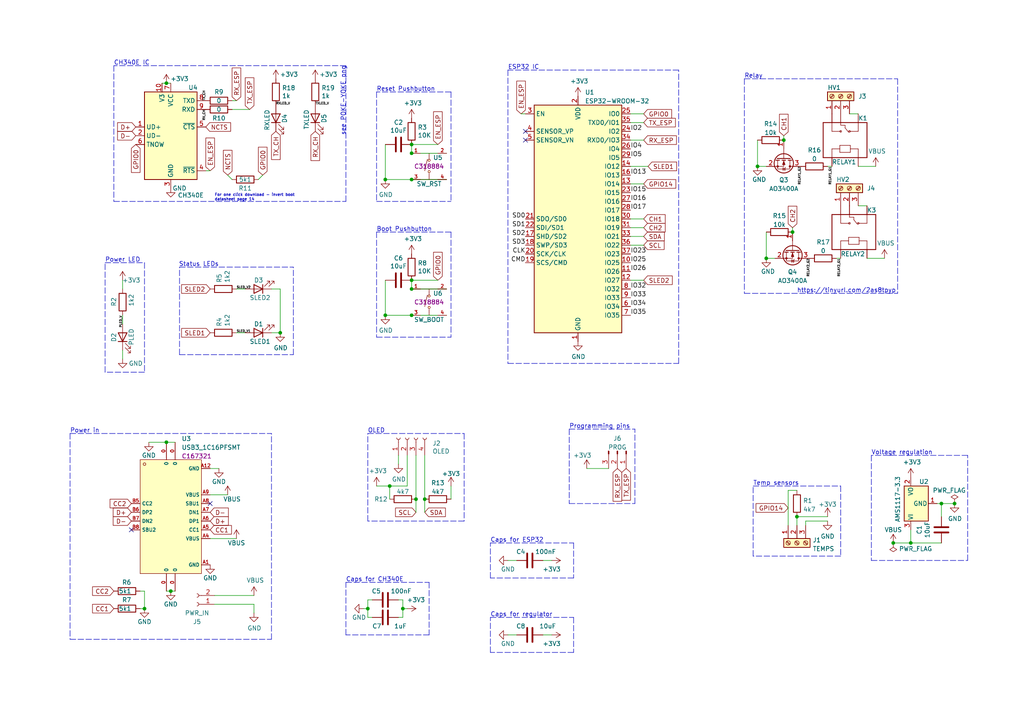
<source format=kicad_sch>
(kicad_sch (version 20211123) (generator eeschema)

  (uuid 9118fd33-9ce5-41b3-a20a-0c2affef2bc7)

  (paper "A4")

  (title_block
    (title "esp32-warm-water control board")
    (date "2022-05-29")
    (rev "v0.3")
    (company "author: wolffshots")
  )

  (lib_symbols
    (symbol "Connector:Conn_01x02_Female" (pin_names (offset 1.016) hide) (in_bom yes) (on_board yes)
      (property "Reference" "J" (id 0) (at 0 2.54 0)
        (effects (font (size 1.27 1.27)))
      )
      (property "Value" "Conn_01x02_Female" (id 1) (at 0 -5.08 0)
        (effects (font (size 1.27 1.27)))
      )
      (property "Footprint" "" (id 2) (at 0 0 0)
        (effects (font (size 1.27 1.27)) hide)
      )
      (property "Datasheet" "~" (id 3) (at 0 0 0)
        (effects (font (size 1.27 1.27)) hide)
      )
      (property "ki_keywords" "connector" (id 4) (at 0 0 0)
        (effects (font (size 1.27 1.27)) hide)
      )
      (property "ki_description" "Generic connector, single row, 01x02, script generated (kicad-library-utils/schlib/autogen/connector/)" (id 5) (at 0 0 0)
        (effects (font (size 1.27 1.27)) hide)
      )
      (property "ki_fp_filters" "Connector*:*_1x??_*" (id 6) (at 0 0 0)
        (effects (font (size 1.27 1.27)) hide)
      )
      (symbol "Conn_01x02_Female_1_1"
        (arc (start 0 -2.032) (mid -0.508 -2.54) (end 0 -3.048)
          (stroke (width 0.1524) (type default) (color 0 0 0 0))
          (fill (type none))
        )
        (polyline
          (pts
            (xy -1.27 -2.54)
            (xy -0.508 -2.54)
          )
          (stroke (width 0.1524) (type default) (color 0 0 0 0))
          (fill (type none))
        )
        (polyline
          (pts
            (xy -1.27 0)
            (xy -0.508 0)
          )
          (stroke (width 0.1524) (type default) (color 0 0 0 0))
          (fill (type none))
        )
        (arc (start 0 0.508) (mid -0.508 0) (end 0 -0.508)
          (stroke (width 0.1524) (type default) (color 0 0 0 0))
          (fill (type none))
        )
        (pin passive line (at -5.08 0 0) (length 3.81)
          (name "Pin_1" (effects (font (size 1.27 1.27))))
          (number "1" (effects (font (size 1.27 1.27))))
        )
        (pin passive line (at -5.08 -2.54 0) (length 3.81)
          (name "Pin_2" (effects (font (size 1.27 1.27))))
          (number "2" (effects (font (size 1.27 1.27))))
        )
      )
    )
    (symbol "Connector:Conn_01x03_Male" (pin_names (offset 1.016) hide) (in_bom yes) (on_board yes)
      (property "Reference" "J" (id 0) (at 0 5.08 0)
        (effects (font (size 1.27 1.27)))
      )
      (property "Value" "Conn_01x03_Male" (id 1) (at 0 -5.08 0)
        (effects (font (size 1.27 1.27)))
      )
      (property "Footprint" "" (id 2) (at 0 0 0)
        (effects (font (size 1.27 1.27)) hide)
      )
      (property "Datasheet" "~" (id 3) (at 0 0 0)
        (effects (font (size 1.27 1.27)) hide)
      )
      (property "ki_keywords" "connector" (id 4) (at 0 0 0)
        (effects (font (size 1.27 1.27)) hide)
      )
      (property "ki_description" "Generic connector, single row, 01x03, script generated (kicad-library-utils/schlib/autogen/connector/)" (id 5) (at 0 0 0)
        (effects (font (size 1.27 1.27)) hide)
      )
      (property "ki_fp_filters" "Connector*:*_1x??_*" (id 6) (at 0 0 0)
        (effects (font (size 1.27 1.27)) hide)
      )
      (symbol "Conn_01x03_Male_1_1"
        (polyline
          (pts
            (xy 1.27 -2.54)
            (xy 0.8636 -2.54)
          )
          (stroke (width 0.1524) (type default) (color 0 0 0 0))
          (fill (type none))
        )
        (polyline
          (pts
            (xy 1.27 0)
            (xy 0.8636 0)
          )
          (stroke (width 0.1524) (type default) (color 0 0 0 0))
          (fill (type none))
        )
        (polyline
          (pts
            (xy 1.27 2.54)
            (xy 0.8636 2.54)
          )
          (stroke (width 0.1524) (type default) (color 0 0 0 0))
          (fill (type none))
        )
        (rectangle (start 0.8636 -2.413) (end 0 -2.667)
          (stroke (width 0.1524) (type default) (color 0 0 0 0))
          (fill (type outline))
        )
        (rectangle (start 0.8636 0.127) (end 0 -0.127)
          (stroke (width 0.1524) (type default) (color 0 0 0 0))
          (fill (type outline))
        )
        (rectangle (start 0.8636 2.667) (end 0 2.413)
          (stroke (width 0.1524) (type default) (color 0 0 0 0))
          (fill (type outline))
        )
        (pin passive line (at 5.08 2.54 180) (length 3.81)
          (name "Pin_1" (effects (font (size 1.27 1.27))))
          (number "1" (effects (font (size 1.27 1.27))))
        )
        (pin passive line (at 5.08 0 180) (length 3.81)
          (name "Pin_2" (effects (font (size 1.27 1.27))))
          (number "2" (effects (font (size 1.27 1.27))))
        )
        (pin passive line (at 5.08 -2.54 180) (length 3.81)
          (name "Pin_3" (effects (font (size 1.27 1.27))))
          (number "3" (effects (font (size 1.27 1.27))))
        )
      )
    )
    (symbol "Connector:Conn_01x04_Female" (pin_names (offset 1.016) hide) (in_bom yes) (on_board yes)
      (property "Reference" "J" (id 0) (at 0 5.08 0)
        (effects (font (size 1.27 1.27)))
      )
      (property "Value" "Conn_01x04_Female" (id 1) (at 0 -7.62 0)
        (effects (font (size 1.27 1.27)))
      )
      (property "Footprint" "" (id 2) (at 0 0 0)
        (effects (font (size 1.27 1.27)) hide)
      )
      (property "Datasheet" "~" (id 3) (at 0 0 0)
        (effects (font (size 1.27 1.27)) hide)
      )
      (property "ki_keywords" "connector" (id 4) (at 0 0 0)
        (effects (font (size 1.27 1.27)) hide)
      )
      (property "ki_description" "Generic connector, single row, 01x04, script generated (kicad-library-utils/schlib/autogen/connector/)" (id 5) (at 0 0 0)
        (effects (font (size 1.27 1.27)) hide)
      )
      (property "ki_fp_filters" "Connector*:*_1x??_*" (id 6) (at 0 0 0)
        (effects (font (size 1.27 1.27)) hide)
      )
      (symbol "Conn_01x04_Female_1_1"
        (arc (start 0 -4.572) (mid -0.508 -5.08) (end 0 -5.588)
          (stroke (width 0.1524) (type default) (color 0 0 0 0))
          (fill (type none))
        )
        (arc (start 0 -2.032) (mid -0.508 -2.54) (end 0 -3.048)
          (stroke (width 0.1524) (type default) (color 0 0 0 0))
          (fill (type none))
        )
        (polyline
          (pts
            (xy -1.27 -5.08)
            (xy -0.508 -5.08)
          )
          (stroke (width 0.1524) (type default) (color 0 0 0 0))
          (fill (type none))
        )
        (polyline
          (pts
            (xy -1.27 -2.54)
            (xy -0.508 -2.54)
          )
          (stroke (width 0.1524) (type default) (color 0 0 0 0))
          (fill (type none))
        )
        (polyline
          (pts
            (xy -1.27 0)
            (xy -0.508 0)
          )
          (stroke (width 0.1524) (type default) (color 0 0 0 0))
          (fill (type none))
        )
        (polyline
          (pts
            (xy -1.27 2.54)
            (xy -0.508 2.54)
          )
          (stroke (width 0.1524) (type default) (color 0 0 0 0))
          (fill (type none))
        )
        (arc (start 0 0.508) (mid -0.508 0) (end 0 -0.508)
          (stroke (width 0.1524) (type default) (color 0 0 0 0))
          (fill (type none))
        )
        (arc (start 0 3.048) (mid -0.508 2.54) (end 0 2.032)
          (stroke (width 0.1524) (type default) (color 0 0 0 0))
          (fill (type none))
        )
        (pin passive line (at -5.08 2.54 0) (length 3.81)
          (name "Pin_1" (effects (font (size 1.27 1.27))))
          (number "1" (effects (font (size 1.27 1.27))))
        )
        (pin passive line (at -5.08 0 0) (length 3.81)
          (name "Pin_2" (effects (font (size 1.27 1.27))))
          (number "2" (effects (font (size 1.27 1.27))))
        )
        (pin passive line (at -5.08 -2.54 0) (length 3.81)
          (name "Pin_3" (effects (font (size 1.27 1.27))))
          (number "3" (effects (font (size 1.27 1.27))))
        )
        (pin passive line (at -5.08 -5.08 0) (length 3.81)
          (name "Pin_4" (effects (font (size 1.27 1.27))))
          (number "4" (effects (font (size 1.27 1.27))))
        )
      )
    )
    (symbol "Connector:Screw_Terminal_01x03" (pin_names (offset 1.016) hide) (in_bom yes) (on_board yes)
      (property "Reference" "J" (id 0) (at 0 5.08 0)
        (effects (font (size 1.27 1.27)))
      )
      (property "Value" "Screw_Terminal_01x03" (id 1) (at 0 -5.08 0)
        (effects (font (size 1.27 1.27)))
      )
      (property "Footprint" "" (id 2) (at 0 0 0)
        (effects (font (size 1.27 1.27)) hide)
      )
      (property "Datasheet" "~" (id 3) (at 0 0 0)
        (effects (font (size 1.27 1.27)) hide)
      )
      (property "ki_keywords" "screw terminal" (id 4) (at 0 0 0)
        (effects (font (size 1.27 1.27)) hide)
      )
      (property "ki_description" "Generic screw terminal, single row, 01x03, script generated (kicad-library-utils/schlib/autogen/connector/)" (id 5) (at 0 0 0)
        (effects (font (size 1.27 1.27)) hide)
      )
      (property "ki_fp_filters" "TerminalBlock*:*" (id 6) (at 0 0 0)
        (effects (font (size 1.27 1.27)) hide)
      )
      (symbol "Screw_Terminal_01x03_1_1"
        (rectangle (start -1.27 3.81) (end 1.27 -3.81)
          (stroke (width 0.254) (type default) (color 0 0 0 0))
          (fill (type background))
        )
        (circle (center 0 -2.54) (radius 0.635)
          (stroke (width 0.1524) (type default) (color 0 0 0 0))
          (fill (type none))
        )
        (polyline
          (pts
            (xy -0.5334 -2.2098)
            (xy 0.3302 -3.048)
          )
          (stroke (width 0.1524) (type default) (color 0 0 0 0))
          (fill (type none))
        )
        (polyline
          (pts
            (xy -0.5334 0.3302)
            (xy 0.3302 -0.508)
          )
          (stroke (width 0.1524) (type default) (color 0 0 0 0))
          (fill (type none))
        )
        (polyline
          (pts
            (xy -0.5334 2.8702)
            (xy 0.3302 2.032)
          )
          (stroke (width 0.1524) (type default) (color 0 0 0 0))
          (fill (type none))
        )
        (polyline
          (pts
            (xy -0.3556 -2.032)
            (xy 0.508 -2.8702)
          )
          (stroke (width 0.1524) (type default) (color 0 0 0 0))
          (fill (type none))
        )
        (polyline
          (pts
            (xy -0.3556 0.508)
            (xy 0.508 -0.3302)
          )
          (stroke (width 0.1524) (type default) (color 0 0 0 0))
          (fill (type none))
        )
        (polyline
          (pts
            (xy -0.3556 3.048)
            (xy 0.508 2.2098)
          )
          (stroke (width 0.1524) (type default) (color 0 0 0 0))
          (fill (type none))
        )
        (circle (center 0 0) (radius 0.635)
          (stroke (width 0.1524) (type default) (color 0 0 0 0))
          (fill (type none))
        )
        (circle (center 0 2.54) (radius 0.635)
          (stroke (width 0.1524) (type default) (color 0 0 0 0))
          (fill (type none))
        )
        (pin passive line (at -5.08 2.54 0) (length 3.81)
          (name "Pin_1" (effects (font (size 1.27 1.27))))
          (number "1" (effects (font (size 1.27 1.27))))
        )
        (pin passive line (at -5.08 0 0) (length 3.81)
          (name "Pin_2" (effects (font (size 1.27 1.27))))
          (number "2" (effects (font (size 1.27 1.27))))
        )
        (pin passive line (at -5.08 -2.54 0) (length 3.81)
          (name "Pin_3" (effects (font (size 1.27 1.27))))
          (number "3" (effects (font (size 1.27 1.27))))
        )
      )
    )
    (symbol "Device:C" (pin_numbers hide) (pin_names (offset 0.254)) (in_bom yes) (on_board yes)
      (property "Reference" "C" (id 0) (at 0.635 2.54 0)
        (effects (font (size 1.27 1.27)) (justify left))
      )
      (property "Value" "C" (id 1) (at 0.635 -2.54 0)
        (effects (font (size 1.27 1.27)) (justify left))
      )
      (property "Footprint" "" (id 2) (at 0.9652 -3.81 0)
        (effects (font (size 1.27 1.27)) hide)
      )
      (property "Datasheet" "~" (id 3) (at 0 0 0)
        (effects (font (size 1.27 1.27)) hide)
      )
      (property "ki_keywords" "cap capacitor" (id 4) (at 0 0 0)
        (effects (font (size 1.27 1.27)) hide)
      )
      (property "ki_description" "Unpolarized capacitor" (id 5) (at 0 0 0)
        (effects (font (size 1.27 1.27)) hide)
      )
      (property "ki_fp_filters" "C_*" (id 6) (at 0 0 0)
        (effects (font (size 1.27 1.27)) hide)
      )
      (symbol "C_0_1"
        (polyline
          (pts
            (xy -2.032 -0.762)
            (xy 2.032 -0.762)
          )
          (stroke (width 0.508) (type default) (color 0 0 0 0))
          (fill (type none))
        )
        (polyline
          (pts
            (xy -2.032 0.762)
            (xy 2.032 0.762)
          )
          (stroke (width 0.508) (type default) (color 0 0 0 0))
          (fill (type none))
        )
      )
      (symbol "C_1_1"
        (pin passive line (at 0 3.81 270) (length 2.794)
          (name "~" (effects (font (size 1.27 1.27))))
          (number "1" (effects (font (size 1.27 1.27))))
        )
        (pin passive line (at 0 -3.81 90) (length 2.794)
          (name "~" (effects (font (size 1.27 1.27))))
          (number "2" (effects (font (size 1.27 1.27))))
        )
      )
    )
    (symbol "Device:LED" (pin_numbers hide) (pin_names (offset 1.016) hide) (in_bom yes) (on_board yes)
      (property "Reference" "D" (id 0) (at 0 2.54 0)
        (effects (font (size 1.27 1.27)))
      )
      (property "Value" "LED" (id 1) (at 0 -2.54 0)
        (effects (font (size 1.27 1.27)))
      )
      (property "Footprint" "" (id 2) (at 0 0 0)
        (effects (font (size 1.27 1.27)) hide)
      )
      (property "Datasheet" "~" (id 3) (at 0 0 0)
        (effects (font (size 1.27 1.27)) hide)
      )
      (property "ki_keywords" "LED diode" (id 4) (at 0 0 0)
        (effects (font (size 1.27 1.27)) hide)
      )
      (property "ki_description" "Light emitting diode" (id 5) (at 0 0 0)
        (effects (font (size 1.27 1.27)) hide)
      )
      (property "ki_fp_filters" "LED* LED_SMD:* LED_THT:*" (id 6) (at 0 0 0)
        (effects (font (size 1.27 1.27)) hide)
      )
      (symbol "LED_0_1"
        (polyline
          (pts
            (xy -1.27 -1.27)
            (xy -1.27 1.27)
          )
          (stroke (width 0.254) (type default) (color 0 0 0 0))
          (fill (type none))
        )
        (polyline
          (pts
            (xy -1.27 0)
            (xy 1.27 0)
          )
          (stroke (width 0) (type default) (color 0 0 0 0))
          (fill (type none))
        )
        (polyline
          (pts
            (xy 1.27 -1.27)
            (xy 1.27 1.27)
            (xy -1.27 0)
            (xy 1.27 -1.27)
          )
          (stroke (width 0.254) (type default) (color 0 0 0 0))
          (fill (type none))
        )
        (polyline
          (pts
            (xy -3.048 -0.762)
            (xy -4.572 -2.286)
            (xy -3.81 -2.286)
            (xy -4.572 -2.286)
            (xy -4.572 -1.524)
          )
          (stroke (width 0) (type default) (color 0 0 0 0))
          (fill (type none))
        )
        (polyline
          (pts
            (xy -1.778 -0.762)
            (xy -3.302 -2.286)
            (xy -2.54 -2.286)
            (xy -3.302 -2.286)
            (xy -3.302 -1.524)
          )
          (stroke (width 0) (type default) (color 0 0 0 0))
          (fill (type none))
        )
      )
      (symbol "LED_1_1"
        (pin passive line (at -3.81 0 0) (length 2.54)
          (name "K" (effects (font (size 1.27 1.27))))
          (number "1" (effects (font (size 1.27 1.27))))
        )
        (pin passive line (at 3.81 0 180) (length 2.54)
          (name "A" (effects (font (size 1.27 1.27))))
          (number "2" (effects (font (size 1.27 1.27))))
        )
      )
    )
    (symbol "Device:R" (pin_numbers hide) (pin_names (offset 0)) (in_bom yes) (on_board yes)
      (property "Reference" "R" (id 0) (at 2.032 0 90)
        (effects (font (size 1.27 1.27)))
      )
      (property "Value" "R" (id 1) (at 0 0 90)
        (effects (font (size 1.27 1.27)))
      )
      (property "Footprint" "" (id 2) (at -1.778 0 90)
        (effects (font (size 1.27 1.27)) hide)
      )
      (property "Datasheet" "~" (id 3) (at 0 0 0)
        (effects (font (size 1.27 1.27)) hide)
      )
      (property "ki_keywords" "R res resistor" (id 4) (at 0 0 0)
        (effects (font (size 1.27 1.27)) hide)
      )
      (property "ki_description" "Resistor" (id 5) (at 0 0 0)
        (effects (font (size 1.27 1.27)) hide)
      )
      (property "ki_fp_filters" "R_*" (id 6) (at 0 0 0)
        (effects (font (size 1.27 1.27)) hide)
      )
      (symbol "R_0_1"
        (rectangle (start -1.016 -2.54) (end 1.016 2.54)
          (stroke (width 0.254) (type default) (color 0 0 0 0))
          (fill (type none))
        )
      )
      (symbol "R_1_1"
        (pin passive line (at 0 3.81 270) (length 1.27)
          (name "~" (effects (font (size 1.27 1.27))))
          (number "1" (effects (font (size 1.27 1.27))))
        )
        (pin passive line (at 0 -3.81 90) (length 1.27)
          (name "~" (effects (font (size 1.27 1.27))))
          (number "2" (effects (font (size 1.27 1.27))))
        )
      )
    )
    (symbol "Regulator_Linear:AMS1117-3.3" (pin_names (offset 0.254)) (in_bom yes) (on_board yes)
      (property "Reference" "U" (id 0) (at -3.81 3.175 0)
        (effects (font (size 1.27 1.27)))
      )
      (property "Value" "AMS1117-3.3" (id 1) (at 0 3.175 0)
        (effects (font (size 1.27 1.27)) (justify left))
      )
      (property "Footprint" "Package_TO_SOT_SMD:SOT-223-3_TabPin2" (id 2) (at 0 5.08 0)
        (effects (font (size 1.27 1.27)) hide)
      )
      (property "Datasheet" "http://www.advanced-monolithic.com/pdf/ds1117.pdf" (id 3) (at 2.54 -6.35 0)
        (effects (font (size 1.27 1.27)) hide)
      )
      (property "ki_keywords" "linear regulator ldo fixed positive" (id 4) (at 0 0 0)
        (effects (font (size 1.27 1.27)) hide)
      )
      (property "ki_description" "1A Low Dropout regulator, positive, 3.3V fixed output, SOT-223" (id 5) (at 0 0 0)
        (effects (font (size 1.27 1.27)) hide)
      )
      (property "ki_fp_filters" "SOT?223*TabPin2*" (id 6) (at 0 0 0)
        (effects (font (size 1.27 1.27)) hide)
      )
      (symbol "AMS1117-3.3_0_1"
        (rectangle (start -5.08 -5.08) (end 5.08 1.905)
          (stroke (width 0.254) (type default) (color 0 0 0 0))
          (fill (type background))
        )
      )
      (symbol "AMS1117-3.3_1_1"
        (pin power_in line (at 0 -7.62 90) (length 2.54)
          (name "GND" (effects (font (size 1.27 1.27))))
          (number "1" (effects (font (size 1.27 1.27))))
        )
        (pin power_out line (at 7.62 0 180) (length 2.54)
          (name "VO" (effects (font (size 1.27 1.27))))
          (number "2" (effects (font (size 1.27 1.27))))
        )
        (pin power_in line (at -7.62 0 0) (length 2.54)
          (name "VI" (effects (font (size 1.27 1.27))))
          (number "3" (effects (font (size 1.27 1.27))))
        )
      )
    )
    (symbol "Transistor_FET:AO3400A" (pin_names hide) (in_bom yes) (on_board yes)
      (property "Reference" "Q" (id 0) (at 5.08 1.905 0)
        (effects (font (size 1.27 1.27)) (justify left))
      )
      (property "Value" "AO3400A" (id 1) (at 5.08 0 0)
        (effects (font (size 1.27 1.27)) (justify left))
      )
      (property "Footprint" "Package_TO_SOT_SMD:SOT-23" (id 2) (at 5.08 -1.905 0)
        (effects (font (size 1.27 1.27) italic) (justify left) hide)
      )
      (property "Datasheet" "http://www.aosmd.com/pdfs/datasheet/AO3400A.pdf" (id 3) (at 0 0 0)
        (effects (font (size 1.27 1.27)) (justify left) hide)
      )
      (property "ki_keywords" "N-Channel MOSFET" (id 4) (at 0 0 0)
        (effects (font (size 1.27 1.27)) hide)
      )
      (property "ki_description" "30V Vds, 5.7A Id, N-Channel MOSFET, SOT-23" (id 5) (at 0 0 0)
        (effects (font (size 1.27 1.27)) hide)
      )
      (property "ki_fp_filters" "SOT?23*" (id 6) (at 0 0 0)
        (effects (font (size 1.27 1.27)) hide)
      )
      (symbol "AO3400A_0_1"
        (polyline
          (pts
            (xy 0.254 0)
            (xy -2.54 0)
          )
          (stroke (width 0) (type default) (color 0 0 0 0))
          (fill (type none))
        )
        (polyline
          (pts
            (xy 0.254 1.905)
            (xy 0.254 -1.905)
          )
          (stroke (width 0.254) (type default) (color 0 0 0 0))
          (fill (type none))
        )
        (polyline
          (pts
            (xy 0.762 -1.27)
            (xy 0.762 -2.286)
          )
          (stroke (width 0.254) (type default) (color 0 0 0 0))
          (fill (type none))
        )
        (polyline
          (pts
            (xy 0.762 0.508)
            (xy 0.762 -0.508)
          )
          (stroke (width 0.254) (type default) (color 0 0 0 0))
          (fill (type none))
        )
        (polyline
          (pts
            (xy 0.762 2.286)
            (xy 0.762 1.27)
          )
          (stroke (width 0.254) (type default) (color 0 0 0 0))
          (fill (type none))
        )
        (polyline
          (pts
            (xy 2.54 2.54)
            (xy 2.54 1.778)
          )
          (stroke (width 0) (type default) (color 0 0 0 0))
          (fill (type none))
        )
        (polyline
          (pts
            (xy 2.54 -2.54)
            (xy 2.54 0)
            (xy 0.762 0)
          )
          (stroke (width 0) (type default) (color 0 0 0 0))
          (fill (type none))
        )
        (polyline
          (pts
            (xy 0.762 -1.778)
            (xy 3.302 -1.778)
            (xy 3.302 1.778)
            (xy 0.762 1.778)
          )
          (stroke (width 0) (type default) (color 0 0 0 0))
          (fill (type none))
        )
        (polyline
          (pts
            (xy 1.016 0)
            (xy 2.032 0.381)
            (xy 2.032 -0.381)
            (xy 1.016 0)
          )
          (stroke (width 0) (type default) (color 0 0 0 0))
          (fill (type outline))
        )
        (polyline
          (pts
            (xy 2.794 0.508)
            (xy 2.921 0.381)
            (xy 3.683 0.381)
            (xy 3.81 0.254)
          )
          (stroke (width 0) (type default) (color 0 0 0 0))
          (fill (type none))
        )
        (polyline
          (pts
            (xy 3.302 0.381)
            (xy 2.921 -0.254)
            (xy 3.683 -0.254)
            (xy 3.302 0.381)
          )
          (stroke (width 0) (type default) (color 0 0 0 0))
          (fill (type none))
        )
        (circle (center 1.651 0) (radius 2.794)
          (stroke (width 0.254) (type default) (color 0 0 0 0))
          (fill (type none))
        )
        (circle (center 2.54 -1.778) (radius 0.254)
          (stroke (width 0) (type default) (color 0 0 0 0))
          (fill (type outline))
        )
        (circle (center 2.54 1.778) (radius 0.254)
          (stroke (width 0) (type default) (color 0 0 0 0))
          (fill (type outline))
        )
      )
      (symbol "AO3400A_1_1"
        (pin input line (at -5.08 0 0) (length 2.54)
          (name "G" (effects (font (size 1.27 1.27))))
          (number "1" (effects (font (size 1.27 1.27))))
        )
        (pin passive line (at 2.54 -5.08 90) (length 2.54)
          (name "S" (effects (font (size 1.27 1.27))))
          (number "2" (effects (font (size 1.27 1.27))))
        )
        (pin passive line (at 2.54 5.08 270) (length 2.54)
          (name "D" (effects (font (size 1.27 1.27))))
          (number "3" (effects (font (size 1.27 1.27))))
        )
      )
    )
    (symbol "board:CH340E" (in_bom yes) (on_board yes)
      (property "Reference" "U" (id 0) (at -5.08 13.97 0)
        (effects (font (size 1.27 1.27)) (justify right))
      )
      (property "Value" "CH340E" (id 1) (at 1.27 13.97 0)
        (effects (font (size 1.27 1.27)) (justify left))
      )
      (property "Footprint" "Package_SO:MSOP-10_3x3mm_P0.5mm" (id 2) (at 1.27 -13.97 0)
        (effects (font (size 1.27 1.27)) (justify left) hide)
      )
      (property "Datasheet" "https://www.mpja.com/download/35227cpdata.pdf" (id 3) (at -8.89 20.32 0)
        (effects (font (size 1.27 1.27)) hide)
      )
      (property "ki_keywords" "USB UART Serial Converter Interface" (id 4) (at 0 0 0)
        (effects (font (size 1.27 1.27)) hide)
      )
      (property "ki_description" "USB serial converter, UART, MSOP-10" (id 5) (at 0 0 0)
        (effects (font (size 1.27 1.27)) hide)
      )
      (property "ki_fp_filters" "MSOP*3x3mm*P0.5mm*" (id 6) (at 0 0 0)
        (effects (font (size 1.27 1.27)) hide)
      )
      (symbol "CH340E_0_1"
        (rectangle (start -7.62 12.7) (end 7.62 -12.7)
          (stroke (width 0.254) (type default) (color 0 0 0 0))
          (fill (type background))
        )
      )
      (symbol "CH340E_1_1"
        (pin bidirectional line (at -10.16 2.54 0) (length 2.54)
          (name "UD+" (effects (font (size 1.27 1.27))))
          (number "1" (effects (font (size 1.27 1.27))))
        )
        (pin passive line (at -2.54 15.24 270) (length 2.54)
          (name "V3" (effects (font (size 1.27 1.27))))
          (number "10" (effects (font (size 1.27 1.27))))
        )
        (pin bidirectional line (at -10.16 0 0) (length 2.54)
          (name "UD-" (effects (font (size 1.27 1.27))))
          (number "2" (effects (font (size 1.27 1.27))))
        )
        (pin power_in line (at 0 -15.24 90) (length 2.54)
          (name "GND" (effects (font (size 1.27 1.27))))
          (number "3" (effects (font (size 1.27 1.27))))
        )
        (pin output line (at 10.16 -10.16 180) (length 2.54)
          (name "~{RTS}" (effects (font (size 1.27 1.27))))
          (number "4" (effects (font (size 1.27 1.27))))
        )
        (pin input line (at 10.16 2.54 180) (length 2.54)
          (name "~{CTS}" (effects (font (size 1.27 1.27))))
          (number "5" (effects (font (size 1.27 1.27))))
        )
        (pin output line (at -10.16 -2.54 0) (length 2.54)
          (name "TNOW" (effects (font (size 1.27 1.27))))
          (number "6" (effects (font (size 1.27 1.27))))
        )
        (pin power_in line (at 0 15.24 270) (length 2.54)
          (name "VCC" (effects (font (size 1.27 1.27))))
          (number "7" (effects (font (size 1.27 1.27))))
        )
        (pin output line (at 10.16 10.16 180) (length 2.54)
          (name "TXD" (effects (font (size 1.27 1.27))))
          (number "8" (effects (font (size 1.27 1.27))))
        )
        (pin input line (at 10.16 7.62 180) (length 2.54)
          (name "RXD" (effects (font (size 1.27 1.27))))
          (number "9" (effects (font (size 1.27 1.27))))
        )
      )
    )
    (symbol "board:ESP32-WROOM-32" (in_bom yes) (on_board yes)
      (property "Reference" "U" (id 0) (at -12.7 34.29 0)
        (effects (font (size 1.27 1.27)) (justify left))
      )
      (property "Value" "ESP32-WROOM-32" (id 1) (at 1.27 34.29 0)
        (effects (font (size 1.27 1.27)) (justify left))
      )
      (property "Footprint" "RF_Module:ESP32-WROOM-32" (id 2) (at 0 -38.1 0)
        (effects (font (size 1.27 1.27)) hide)
      )
      (property "Datasheet" "https://www.espressif.com/sites/default/files/documentation/esp32-wroom-32_datasheet_en.pdf" (id 3) (at -7.62 1.27 0)
        (effects (font (size 1.27 1.27)) hide)
      )
      (property "ki_keywords" "RF Radio BT ESP ESP32 Espressif onboard PCB antenna" (id 4) (at 0 0 0)
        (effects (font (size 1.27 1.27)) hide)
      )
      (property "ki_description" "RF Module, ESP32-D0WDQ6 SoC, Wi-Fi 802.11b/g/n, Bluetooth, BLE, 32-bit, 2.7-3.6V, onboard antenna, SMD" (id 5) (at 0 0 0)
        (effects (font (size 1.27 1.27)) hide)
      )
      (property "ki_fp_filters" "ESP32?WROOM?32*" (id 6) (at 0 0 0)
        (effects (font (size 1.27 1.27)) hide)
      )
      (symbol "ESP32-WROOM-32_0_1"
        (rectangle (start -12.7 33.02) (end 12.7 -33.02)
          (stroke (width 0.254) (type default) (color 0 0 0 0))
          (fill (type background))
        )
      )
      (symbol "ESP32-WROOM-32_1_1"
        (pin power_in line (at 0 -35.56 90) (length 2.54)
          (name "GND" (effects (font (size 1.27 1.27))))
          (number "1" (effects (font (size 1.27 1.27))))
        )
        (pin bidirectional line (at 15.24 -12.7 180) (length 2.54)
          (name "IO25" (effects (font (size 1.27 1.27))))
          (number "10" (effects (font (size 1.27 1.27))))
        )
        (pin bidirectional line (at 15.24 -15.24 180) (length 2.54)
          (name "IO26" (effects (font (size 1.27 1.27))))
          (number "11" (effects (font (size 1.27 1.27))))
        )
        (pin bidirectional line (at 15.24 -17.78 180) (length 2.54)
          (name "IO27" (effects (font (size 1.27 1.27))))
          (number "12" (effects (font (size 1.27 1.27))))
        )
        (pin bidirectional line (at 15.24 10.16 180) (length 2.54)
          (name "IO14" (effects (font (size 1.27 1.27))))
          (number "13" (effects (font (size 1.27 1.27))))
        )
        (pin bidirectional line (at 15.24 15.24 180) (length 2.54)
          (name "IO12" (effects (font (size 1.27 1.27))))
          (number "14" (effects (font (size 1.27 1.27))))
        )
        (pin passive line (at 0 -35.56 90) (length 2.54) hide
          (name "GND" (effects (font (size 1.27 1.27))))
          (number "15" (effects (font (size 1.27 1.27))))
        )
        (pin bidirectional line (at 15.24 12.7 180) (length 2.54)
          (name "IO13" (effects (font (size 1.27 1.27))))
          (number "16" (effects (font (size 1.27 1.27))))
        )
        (pin bidirectional line (at -15.24 -5.08 0) (length 2.54)
          (name "SHD/SD2" (effects (font (size 1.27 1.27))))
          (number "17" (effects (font (size 1.27 1.27))))
        )
        (pin bidirectional line (at -15.24 -7.62 0) (length 2.54)
          (name "SWP/SD3" (effects (font (size 1.27 1.27))))
          (number "18" (effects (font (size 1.27 1.27))))
        )
        (pin bidirectional line (at -15.24 -12.7 0) (length 2.54)
          (name "SCS/CMD" (effects (font (size 1.27 1.27))))
          (number "19" (effects (font (size 1.27 1.27))))
        )
        (pin power_in line (at 0 35.56 270) (length 2.54)
          (name "VDD" (effects (font (size 1.27 1.27))))
          (number "2" (effects (font (size 1.27 1.27))))
        )
        (pin bidirectional line (at -15.24 -10.16 0) (length 2.54)
          (name "SCK/CLK" (effects (font (size 1.27 1.27))))
          (number "20" (effects (font (size 1.27 1.27))))
        )
        (pin bidirectional line (at -15.24 0 0) (length 2.54)
          (name "SDO/SD0" (effects (font (size 1.27 1.27))))
          (number "21" (effects (font (size 1.27 1.27))))
        )
        (pin bidirectional line (at -15.24 -2.54 0) (length 2.54)
          (name "SDI/SD1" (effects (font (size 1.27 1.27))))
          (number "22" (effects (font (size 1.27 1.27))))
        )
        (pin bidirectional line (at 15.24 7.62 180) (length 2.54)
          (name "IO15" (effects (font (size 1.27 1.27))))
          (number "23" (effects (font (size 1.27 1.27))))
        )
        (pin bidirectional line (at 15.24 25.4 180) (length 2.54)
          (name "IO2" (effects (font (size 1.27 1.27))))
          (number "24" (effects (font (size 1.27 1.27))))
        )
        (pin bidirectional line (at 15.24 30.48 180) (length 2.54)
          (name "IO0" (effects (font (size 1.27 1.27))))
          (number "25" (effects (font (size 1.27 1.27))))
        )
        (pin bidirectional line (at 15.24 20.32 180) (length 2.54)
          (name "IO4" (effects (font (size 1.27 1.27))))
          (number "26" (effects (font (size 1.27 1.27))))
        )
        (pin bidirectional line (at 15.24 5.08 180) (length 2.54)
          (name "IO16" (effects (font (size 1.27 1.27))))
          (number "27" (effects (font (size 1.27 1.27))))
        )
        (pin bidirectional line (at 15.24 2.54 180) (length 2.54)
          (name "IO17" (effects (font (size 1.27 1.27))))
          (number "28" (effects (font (size 1.27 1.27))))
        )
        (pin bidirectional line (at 15.24 17.78 180) (length 2.54)
          (name "IO5" (effects (font (size 1.27 1.27))))
          (number "29" (effects (font (size 1.27 1.27))))
        )
        (pin input line (at -15.24 30.48 0) (length 2.54)
          (name "EN" (effects (font (size 1.27 1.27))))
          (number "3" (effects (font (size 1.27 1.27))))
        )
        (pin bidirectional line (at 15.24 0 180) (length 2.54)
          (name "IO18" (effects (font (size 1.27 1.27))))
          (number "30" (effects (font (size 1.27 1.27))))
        )
        (pin bidirectional line (at 15.24 -2.54 180) (length 2.54)
          (name "IO19" (effects (font (size 1.27 1.27))))
          (number "31" (effects (font (size 1.27 1.27))))
        )
        (pin no_connect line (at -12.7 -27.94 0) (length 2.54) hide
          (name "NC" (effects (font (size 1.27 1.27))))
          (number "32" (effects (font (size 1.27 1.27))))
        )
        (pin bidirectional line (at 15.24 -5.08 180) (length 2.54)
          (name "IO21" (effects (font (size 1.27 1.27))))
          (number "33" (effects (font (size 1.27 1.27))))
        )
        (pin bidirectional line (at 15.24 22.86 180) (length 2.54)
          (name "RXD0/IO3" (effects (font (size 1.27 1.27))))
          (number "34" (effects (font (size 1.27 1.27))))
        )
        (pin bidirectional line (at 15.24 27.94 180) (length 2.54)
          (name "TXD0/IO1" (effects (font (size 1.27 1.27))))
          (number "35" (effects (font (size 1.27 1.27))))
        )
        (pin bidirectional line (at 15.24 -7.62 180) (length 2.54)
          (name "IO22" (effects (font (size 1.27 1.27))))
          (number "36" (effects (font (size 1.27 1.27))))
        )
        (pin bidirectional line (at 15.24 -10.16 180) (length 2.54)
          (name "IO23" (effects (font (size 1.27 1.27))))
          (number "37" (effects (font (size 1.27 1.27))))
        )
        (pin passive line (at 0 -35.56 90) (length 2.54) hide
          (name "GND" (effects (font (size 1.27 1.27))))
          (number "38" (effects (font (size 1.27 1.27))))
        )
        (pin passive line (at 0 -35.56 90) (length 2.54) hide
          (name "GND" (effects (font (size 1.27 1.27))))
          (number "39" (effects (font (size 1.27 1.27))))
        )
        (pin input line (at -15.24 25.4 0) (length 2.54)
          (name "SENSOR_VP" (effects (font (size 1.27 1.27))))
          (number "4" (effects (font (size 1.27 1.27))))
        )
        (pin input line (at -15.24 22.86 0) (length 2.54)
          (name "SENSOR_VN" (effects (font (size 1.27 1.27))))
          (number "5" (effects (font (size 1.27 1.27))))
        )
        (pin bidirectional line (at 15.24 -25.4 180) (length 2.54)
          (name "IO34" (effects (font (size 1.27 1.27))))
          (number "6" (effects (font (size 1.27 1.27))))
        )
        (pin bidirectional line (at 15.24 -27.94 180) (length 2.54)
          (name "IO35" (effects (font (size 1.27 1.27))))
          (number "7" (effects (font (size 1.27 1.27))))
        )
        (pin bidirectional line (at 15.24 -20.32 180) (length 2.54)
          (name "IO32" (effects (font (size 1.27 1.27))))
          (number "8" (effects (font (size 1.27 1.27))))
        )
        (pin bidirectional line (at 15.24 -22.86 180) (length 2.54)
          (name "IO33" (effects (font (size 1.27 1.27))))
          (number "9" (effects (font (size 1.27 1.27))))
        )
      )
    )
    (symbol "board:SRD-05VDC-SL-C" (pin_numbers hide) (pin_names (offset 1.016) hide) (in_bom yes) (on_board yes)
      (property "Reference" "K" (id 0) (at -5.08 5.842 0)
        (effects (font (size 1.27 1.27)) (justify left bottom))
      )
      (property "Value" "SRD-05VDC-SL-C" (id 1) (at -5.08 -10.16 0)
        (effects (font (size 1.27 1.27)) (justify left bottom))
      )
      (property "Footprint" "RELAY_SRD-05VDC-SL-C" (id 2) (at -10.16 -13.97 0)
        (effects (font (size 1.27 1.27)) (justify left bottom) hide)
      )
      (property "Datasheet" "" (id 3) (at 0 0 0)
        (effects (font (size 1.27 1.27)) (justify left bottom) hide)
      )
      (property "MANUFACTURER" "SONGLE RELAY" (id 4) (at -7.62 8.89 0)
        (effects (font (size 1.27 1.27)) (justify left bottom) hide)
      )
      (property "STANDARD" "IPC-7251" (id 5) (at 3.81 6.35 0)
        (effects (font (size 1.27 1.27)) (justify left bottom) hide)
      )
      (property "ki_locked" "" (id 6) (at 0 0 0)
        (effects (font (size 1.27 1.27)))
      )
      (symbol "SRD-05VDC-SL-C_0_0"
        (polyline
          (pts
            (xy -5.08 -7.62)
            (xy -5.08 5.08)
          )
          (stroke (width 0.254) (type default) (color 0 0 0 0))
          (fill (type none))
        )
        (polyline
          (pts
            (xy -5.08 2.54)
            (xy -2.54 2.54)
          )
          (stroke (width 0.1524) (type default) (color 0 0 0 0))
          (fill (type none))
        )
        (polyline
          (pts
            (xy -5.08 5.08)
            (xy 5.08 5.08)
          )
          (stroke (width 0.254) (type default) (color 0 0 0 0))
          (fill (type none))
        )
        (polyline
          (pts
            (xy -3.556 -2.794)
            (xy -2.54 -2.794)
          )
          (stroke (width 0.1524) (type default) (color 0 0 0 0))
          (fill (type none))
        )
        (polyline
          (pts
            (xy -3.556 0.254)
            (xy -3.556 -2.794)
          )
          (stroke (width 0.1524) (type default) (color 0 0 0 0))
          (fill (type none))
        )
        (polyline
          (pts
            (xy -2.54 -5.08)
            (xy -5.08 -5.08)
          )
          (stroke (width 0.1524) (type default) (color 0 0 0 0))
          (fill (type none))
        )
        (polyline
          (pts
            (xy -2.54 -2.794)
            (xy -2.54 -5.08)
          )
          (stroke (width 0.1524) (type default) (color 0 0 0 0))
          (fill (type none))
        )
        (polyline
          (pts
            (xy -2.54 -2.794)
            (xy -1.524 -2.794)
          )
          (stroke (width 0.1524) (type default) (color 0 0 0 0))
          (fill (type none))
        )
        (polyline
          (pts
            (xy -2.54 0.254)
            (xy -3.556 0.254)
          )
          (stroke (width 0.1524) (type default) (color 0 0 0 0))
          (fill (type none))
        )
        (polyline
          (pts
            (xy -2.54 2.54)
            (xy -2.54 0.254)
          )
          (stroke (width 0.1524) (type default) (color 0 0 0 0))
          (fill (type none))
        )
        (polyline
          (pts
            (xy -1.524 -2.794)
            (xy -1.524 0.254)
          )
          (stroke (width 0.1524) (type default) (color 0 0 0 0))
          (fill (type none))
        )
        (polyline
          (pts
            (xy -1.524 0.254)
            (xy -2.54 0.254)
          )
          (stroke (width 0.1524) (type default) (color 0 0 0 0))
          (fill (type none))
        )
        (polyline
          (pts
            (xy 2.54 -5.08)
            (xy 5.08 -5.08)
          )
          (stroke (width 0.1524) (type default) (color 0 0 0 0))
          (fill (type none))
        )
        (polyline
          (pts
            (xy 2.54 -2.54)
            (xy 2.54 -5.08)
          )
          (stroke (width 0.1524) (type default) (color 0 0 0 0))
          (fill (type none))
        )
        (polyline
          (pts
            (xy 2.54 2.54)
            (xy 2.54 0)
          )
          (stroke (width 0.1524) (type default) (color 0 0 0 0))
          (fill (type none))
        )
        (polyline
          (pts
            (xy 3.556 -1.27)
            (xy 2.286 -2.286)
          )
          (stroke (width 0.1524) (type default) (color 0 0 0 0))
          (fill (type none))
        )
        (polyline
          (pts
            (xy 3.556 -1.27)
            (xy 4.318 -1.27)
          )
          (stroke (width 0.1524) (type default) (color 0 0 0 0))
          (fill (type none))
        )
        (polyline
          (pts
            (xy 4.318 -1.27)
            (xy 4.318 0)
          )
          (stroke (width 0.1524) (type default) (color 0 0 0 0))
          (fill (type none))
        )
        (polyline
          (pts
            (xy 4.318 0)
            (xy 5.08 0)
          )
          (stroke (width 0.1524) (type default) (color 0 0 0 0))
          (fill (type none))
        )
        (polyline
          (pts
            (xy 5.08 -7.62)
            (xy -5.08 -7.62)
          )
          (stroke (width 0.254) (type default) (color 0 0 0 0))
          (fill (type none))
        )
        (polyline
          (pts
            (xy 5.08 0)
            (xy 5.08 -7.62)
          )
          (stroke (width 0.254) (type default) (color 0 0 0 0))
          (fill (type none))
        )
        (polyline
          (pts
            (xy 5.08 2.54)
            (xy 2.54 2.54)
          )
          (stroke (width 0.1524) (type default) (color 0 0 0 0))
          (fill (type none))
        )
        (polyline
          (pts
            (xy 5.08 5.08)
            (xy 5.08 0)
          )
          (stroke (width 0.254) (type default) (color 0 0 0 0))
          (fill (type none))
        )
        (circle (center 2.54 -2.54) (radius 0.254)
          (stroke (width 0.1524) (type default) (color 0 0 0 0))
          (fill (type none))
        )
        (circle (center 2.54 0) (radius 0.254)
          (stroke (width 0.1524) (type default) (color 0 0 0 0))
          (fill (type none))
        )
        (pin passive line (at -7.62 2.54 0) (length 2.54)
          (name "~" (effects (font (size 1.016 1.016))))
          (number "A1" (effects (font (size 1.016 1.016))))
        )
        (pin passive line (at -7.62 -5.08 0) (length 2.54)
          (name "~" (effects (font (size 1.016 1.016))))
          (number "A2" (effects (font (size 1.016 1.016))))
        )
        (pin passive line (at 7.62 0 180) (length 2.54)
          (name "~" (effects (font (size 1.016 1.016))))
          (number "COM" (effects (font (size 1.016 1.016))))
        )
        (pin passive line (at 7.62 -5.08 180) (length 2.54)
          (name "~" (effects (font (size 1.016 1.016))))
          (number "NC" (effects (font (size 1.016 1.016))))
        )
        (pin passive line (at 7.62 2.54 180) (length 2.54)
          (name "~" (effects (font (size 1.016 1.016))))
          (number "NO" (effects (font (size 1.016 1.016))))
        )
      )
    )
    (symbol "board:TS-1187A-B-A-B" (pin_names hide) (in_bom yes) (on_board yes)
      (property "Reference" "U" (id 0) (at 0 1.27 0)
        (effects (font (size 1.27 1.27)))
      )
      (property "Value" "TS-1187A-B-A-B" (id 1) (at 0 -2.54 0)
        (effects (font (size 1.27 1.27)))
      )
      (property "Footprint" "board:SW-SMD_4P-L5.1-W5.1-P3.70-LS6.5-TL-2" (id 2) (at 0 -10.16 0)
        (effects (font (size 1.27 1.27) italic) hide)
      )
      (property "Datasheet" "https://item.szlcsc.com/300285.html" (id 3) (at -2.286 0.127 0)
        (effects (font (size 1.27 1.27)) (justify left) hide)
      )
      (property "LCSC" "C318884" (id 4) (at 0 0 0)
        (effects (font (size 1.27 1.27)))
      )
      (symbol "TS-1187A-B-A-B_0_0"
        (circle (center 0 -15.494) (radius 0.3175)
          (stroke (width 0) (type default) (color 0 0 0 0))
          (fill (type background))
        )
        (circle (center 0 -12.192) (radius 0.3175)
          (stroke (width 0) (type default) (color 0 0 0 0))
          (fill (type background))
        )
        (polyline
          (pts
            (xy -2.54 -17.78)
            (xy 2.54 -17.78)
          )
          (stroke (width 0) (type default) (color 0 0 0 0))
          (fill (type none))
        )
        (polyline
          (pts
            (xy -2.54 -10.16)
            (xy 2.54 -10.16)
          )
          (stroke (width 0) (type default) (color 0 0 0 0))
          (fill (type none))
        )
        (polyline
          (pts
            (xy -0.508 -11.938)
            (xy -1.27 -15.24)
          )
          (stroke (width 0) (type default) (color 0 0 0 0))
          (fill (type none))
        )
        (polyline
          (pts
            (xy 0 -16.002)
            (xy 0 -17.78)
          )
          (stroke (width 0) (type default) (color 0 0 0 0))
          (fill (type none))
        )
        (polyline
          (pts
            (xy 0 -11.938)
            (xy 0 -10.16)
          )
          (stroke (width 0) (type default) (color 0 0 0 0))
          (fill (type none))
        )
        (pin unspecified line (at -5.08 -10.16 0) (length 2.54)
          (name "A" (effects (font (size 1 1))))
          (number "1" (effects (font (size 1 1))))
        )
        (pin unspecified line (at 5.08 -10.16 180) (length 2.54)
          (name "B" (effects (font (size 1 1))))
          (number "2" (effects (font (size 1 1))))
        )
        (pin unspecified line (at -5.08 -17.78 0) (length 2.54)
          (name "C" (effects (font (size 1 1))))
          (number "3" (effects (font (size 1 1))))
        )
        (pin unspecified line (at 5.08 -17.78 180) (length 2.54)
          (name "D" (effects (font (size 1 1))))
          (number "4" (effects (font (size 1 1))))
        )
      )
    )
    (symbol "board:USB3_1C16PFSMT" (in_bom yes) (on_board yes)
      (property "Reference" "U" (id 0) (at 0 1.27 0)
        (effects (font (size 1.27 1.27)))
      )
      (property "Value" "USB3_1C16PFSMT" (id 1) (at 0 -2.54 0)
        (effects (font (size 1.27 1.27)))
      )
      (property "Footprint" "board:USB-C-SMD_TYPE-C-USB-17" (id 2) (at 1.27 0 0)
        (effects (font (size 1.27 1.27) italic) hide)
      )
      (property "Datasheet" "https://item.szlcsc.com/178704.html" (id 3) (at -2.286 0.127 0)
        (effects (font (size 1.27 1.27)) (justify left) hide)
      )
      (property "LCSC" "C167321" (id 4) (at 0 0 0)
        (effects (font (size 1.27 1.27)))
      )
      (symbol "USB3_1C16PFSMT_0_0"
        (rectangle (start -7.62 5.08) (end 10.16 -27.94)
          (stroke (width 0) (type default) (color 0 0 0 0))
          (fill (type background))
        )
        (circle (center -6.35 3.81) (radius 0.381)
          (stroke (width 0) (type default) (color 0 0 0 0))
          (fill (type background))
        )
        (pin power_in line (at 0 -33.02 90) (length 5.08)
          (name "0" (effects (font (size 1 1))))
          (number "0" (effects (font (size 1 1))))
        )
        (pin power_in line (at 0 10.16 270) (length 5.08)
          (name "0" (effects (font (size 1 1))))
          (number "0" (effects (font (size 1 1))))
        )
        (pin power_in line (at 2.54 -33.02 90) (length 5.08)
          (name "0" (effects (font (size 1 1))))
          (number "0" (effects (font (size 1 1))))
        )
        (pin power_in line (at 2.54 10.16 270) (length 5.08)
          (name "0" (effects (font (size 1 1))))
          (number "0" (effects (font (size 1 1))))
        )
        (pin power_in line (at 12.7 -25.4 180) (length 2.54)
          (name "GND" (effects (font (size 1 1))))
          (number "A1" (effects (font (size 1 1))))
        )
        (pin power_in line (at 12.7 2.54 180) (length 2.54)
          (name "GND" (effects (font (size 1 1))))
          (number "A12" (effects (font (size 1 1))))
        )
        (pin power_in line (at 12.7 -17.78 180) (length 2.54)
          (name "VBUS" (effects (font (size 1 1))))
          (number "A4" (effects (font (size 1 1))))
        )
        (pin passive line (at 12.7 -15.24 180) (length 2.54)
          (name "CC1" (effects (font (size 1 1))))
          (number "A5" (effects (font (size 1 1))))
        )
        (pin bidirectional line (at 12.7 -12.7 180) (length 2.54)
          (name "DP1" (effects (font (size 1 1))))
          (number "A6" (effects (font (size 1 1))))
        )
        (pin bidirectional line (at 12.7 -10.16 180) (length 2.54)
          (name "DN1" (effects (font (size 1 1))))
          (number "A7" (effects (font (size 1 1))))
        )
        (pin passive line (at 12.7 -7.62 180) (length 2.54)
          (name "SBU1" (effects (font (size 1 1))))
          (number "A8" (effects (font (size 1 1))))
        )
        (pin power_in line (at 12.7 -5.08 180) (length 2.54)
          (name "VBUS" (effects (font (size 1 1))))
          (number "A9" (effects (font (size 1 1))))
        )
        (pin passive line (at -10.16 -7.62 0) (length 2.54)
          (name "CC2" (effects (font (size 1 1))))
          (number "B5" (effects (font (size 1 1))))
        )
        (pin bidirectional line (at -10.16 -10.16 0) (length 2.54)
          (name "DP2" (effects (font (size 1 1))))
          (number "B6" (effects (font (size 1 1))))
        )
        (pin bidirectional line (at -10.16 -12.7 0) (length 2.54)
          (name "DN2" (effects (font (size 1 1))))
          (number "B7" (effects (font (size 1 1))))
        )
        (pin passive line (at -10.16 -15.24 0) (length 2.54)
          (name "SBU2" (effects (font (size 1 1))))
          (number "B8" (effects (font (size 1 1))))
        )
      )
    )
    (symbol "power:+3V3" (power) (pin_names (offset 0)) (in_bom yes) (on_board yes)
      (property "Reference" "#PWR" (id 0) (at 0 -3.81 0)
        (effects (font (size 1.27 1.27)) hide)
      )
      (property "Value" "+3V3" (id 1) (at 0 3.556 0)
        (effects (font (size 1.27 1.27)))
      )
      (property "Footprint" "" (id 2) (at 0 0 0)
        (effects (font (size 1.27 1.27)) hide)
      )
      (property "Datasheet" "" (id 3) (at 0 0 0)
        (effects (font (size 1.27 1.27)) hide)
      )
      (property "ki_keywords" "power-flag" (id 4) (at 0 0 0)
        (effects (font (size 1.27 1.27)) hide)
      )
      (property "ki_description" "Power symbol creates a global label with name \"+3V3\"" (id 5) (at 0 0 0)
        (effects (font (size 1.27 1.27)) hide)
      )
      (symbol "+3V3_0_1"
        (polyline
          (pts
            (xy -0.762 1.27)
            (xy 0 2.54)
          )
          (stroke (width 0) (type default) (color 0 0 0 0))
          (fill (type none))
        )
        (polyline
          (pts
            (xy 0 0)
            (xy 0 2.54)
          )
          (stroke (width 0) (type default) (color 0 0 0 0))
          (fill (type none))
        )
        (polyline
          (pts
            (xy 0 2.54)
            (xy 0.762 1.27)
          )
          (stroke (width 0) (type default) (color 0 0 0 0))
          (fill (type none))
        )
      )
      (symbol "+3V3_1_1"
        (pin power_in line (at 0 0 90) (length 0) hide
          (name "+3V3" (effects (font (size 1.27 1.27))))
          (number "1" (effects (font (size 1.27 1.27))))
        )
      )
    )
    (symbol "power:GND" (power) (pin_names (offset 0)) (in_bom yes) (on_board yes)
      (property "Reference" "#PWR" (id 0) (at 0 -6.35 0)
        (effects (font (size 1.27 1.27)) hide)
      )
      (property "Value" "GND" (id 1) (at 0 -3.81 0)
        (effects (font (size 1.27 1.27)))
      )
      (property "Footprint" "" (id 2) (at 0 0 0)
        (effects (font (size 1.27 1.27)) hide)
      )
      (property "Datasheet" "" (id 3) (at 0 0 0)
        (effects (font (size 1.27 1.27)) hide)
      )
      (property "ki_keywords" "power-flag" (id 4) (at 0 0 0)
        (effects (font (size 1.27 1.27)) hide)
      )
      (property "ki_description" "Power symbol creates a global label with name \"GND\" , ground" (id 5) (at 0 0 0)
        (effects (font (size 1.27 1.27)) hide)
      )
      (symbol "GND_0_1"
        (polyline
          (pts
            (xy 0 0)
            (xy 0 -1.27)
            (xy 1.27 -1.27)
            (xy 0 -2.54)
            (xy -1.27 -1.27)
            (xy 0 -1.27)
          )
          (stroke (width 0) (type default) (color 0 0 0 0))
          (fill (type none))
        )
      )
      (symbol "GND_1_1"
        (pin power_in line (at 0 0 270) (length 0) hide
          (name "GND" (effects (font (size 1.27 1.27))))
          (number "1" (effects (font (size 1.27 1.27))))
        )
      )
    )
    (symbol "power:PWR_FLAG" (power) (pin_numbers hide) (pin_names (offset 0) hide) (in_bom yes) (on_board yes)
      (property "Reference" "#FLG" (id 0) (at 0 1.905 0)
        (effects (font (size 1.27 1.27)) hide)
      )
      (property "Value" "PWR_FLAG" (id 1) (at 0 3.81 0)
        (effects (font (size 1.27 1.27)))
      )
      (property "Footprint" "" (id 2) (at 0 0 0)
        (effects (font (size 1.27 1.27)) hide)
      )
      (property "Datasheet" "~" (id 3) (at 0 0 0)
        (effects (font (size 1.27 1.27)) hide)
      )
      (property "ki_keywords" "power-flag" (id 4) (at 0 0 0)
        (effects (font (size 1.27 1.27)) hide)
      )
      (property "ki_description" "Special symbol for telling ERC where power comes from" (id 5) (at 0 0 0)
        (effects (font (size 1.27 1.27)) hide)
      )
      (symbol "PWR_FLAG_0_0"
        (pin power_out line (at 0 0 90) (length 0)
          (name "pwr" (effects (font (size 1.27 1.27))))
          (number "1" (effects (font (size 1.27 1.27))))
        )
      )
      (symbol "PWR_FLAG_0_1"
        (polyline
          (pts
            (xy 0 0)
            (xy 0 1.27)
            (xy -1.016 1.905)
            (xy 0 2.54)
            (xy 1.016 1.905)
            (xy 0 1.27)
          )
          (stroke (width 0) (type default) (color 0 0 0 0))
          (fill (type none))
        )
      )
    )
    (symbol "power:VBUS" (power) (pin_names (offset 0)) (in_bom yes) (on_board yes)
      (property "Reference" "#PWR" (id 0) (at 0 -3.81 0)
        (effects (font (size 1.27 1.27)) hide)
      )
      (property "Value" "VBUS" (id 1) (at 0 3.81 0)
        (effects (font (size 1.27 1.27)))
      )
      (property "Footprint" "" (id 2) (at 0 0 0)
        (effects (font (size 1.27 1.27)) hide)
      )
      (property "Datasheet" "" (id 3) (at 0 0 0)
        (effects (font (size 1.27 1.27)) hide)
      )
      (property "ki_keywords" "power-flag" (id 4) (at 0 0 0)
        (effects (font (size 1.27 1.27)) hide)
      )
      (property "ki_description" "Power symbol creates a global label with name \"VBUS\"" (id 5) (at 0 0 0)
        (effects (font (size 1.27 1.27)) hide)
      )
      (symbol "VBUS_0_1"
        (polyline
          (pts
            (xy -0.762 1.27)
            (xy 0 2.54)
          )
          (stroke (width 0) (type default) (color 0 0 0 0))
          (fill (type none))
        )
        (polyline
          (pts
            (xy 0 0)
            (xy 0 2.54)
          )
          (stroke (width 0) (type default) (color 0 0 0 0))
          (fill (type none))
        )
        (polyline
          (pts
            (xy 0 2.54)
            (xy 0.762 1.27)
          )
          (stroke (width 0) (type default) (color 0 0 0 0))
          (fill (type none))
        )
      )
      (symbol "VBUS_1_1"
        (pin power_in line (at 0 0 90) (length 0) hide
          (name "VBUS" (effects (font (size 1.27 1.27))))
          (number "1" (effects (font (size 1.27 1.27))))
        )
      )
    )
  )

  (junction (at 119.38 81.28) (diameter 0) (color 0 0 0 0)
    (uuid 0349a576-4c65-4ecd-9f33-88504f94938c)
  )
  (junction (at 111.76 91.44) (diameter 0) (color 0 0 0 0)
    (uuid 045ccc6c-40f3-4ea9-b763-efe14a9e2a31)
  )
  (junction (at 222.25 74.93) (diameter 0) (color 0 0 0 0)
    (uuid 159e4b9f-39c2-4b92-aa4a-200a7bf5496f)
  )
  (junction (at 106.68 176.53) (diameter 0) (color 0 0 0 0)
    (uuid 1739cd9f-932e-4eaf-a66d-f269c76fda5c)
  )
  (junction (at 264.16 157.48) (diameter 0) (color 0 0 0 0)
    (uuid 20b3d7cd-0ac7-410d-891a-805af6f408e6)
  )
  (junction (at 119.38 83.82) (diameter 0) (color 0 0 0 0)
    (uuid 2ae39062-4ed5-4afc-9aaa-c9be3a305482)
  )
  (junction (at 48.26 24.13) (diameter 0) (color 0 0 0 0)
    (uuid 4114e579-eb2a-4ccc-84f5-2a50da0405b4)
  )
  (junction (at 119.38 44.45) (diameter 0) (color 0 0 0 0)
    (uuid 44677641-62f3-4860-add5-7642a731d771)
  )
  (junction (at 113.03 140.97) (diameter 0) (color 0 0 0 0)
    (uuid 4eb4e9e4-6539-4bfb-9409-8e402262a46b)
  )
  (junction (at 120.65 144.78) (diameter 0) (color 0 0 0 0)
    (uuid 69f427b9-1118-47c8-8077-318c70fd21ac)
  )
  (junction (at 48.26 128.27) (diameter 0) (color 0 0 0 0)
    (uuid 7562061b-9346-4487-807d-acb0dcfc1a52)
  )
  (junction (at 227.33 40.64) (diameter 0) (color 0 0 0 0)
    (uuid 7cc20c95-7419-43d8-9196-a10e45980c1f)
  )
  (junction (at 123.19 144.78) (diameter 0) (color 0 0 0 0)
    (uuid 835ac018-b1ed-4174-9c2d-849124129347)
  )
  (junction (at 119.38 91.44) (diameter 0) (color 0 0 0 0)
    (uuid 8b043889-5520-441d-b179-469dec709d4d)
  )
  (junction (at 119.38 41.91) (diameter 0) (color 0 0 0 0)
    (uuid 91be8abf-b0a4-44f5-96e0-6df41491d8e3)
  )
  (junction (at 276.86 146.05) (diameter 0) (color 0 0 0 0)
    (uuid 9f21cb2a-7253-44a7-8e93-2da10bdd5024)
  )
  (junction (at 111.76 52.07) (diameter 0) (color 0 0 0 0)
    (uuid ad310984-f5e0-4da3-9487-0aa28d9f9bfb)
  )
  (junction (at 41.91 176.53) (diameter 0) (color 0 0 0 0)
    (uuid b889b24c-5138-45a5-8c6d-3c969c00cb11)
  )
  (junction (at 219.71 48.26) (diameter 0) (color 0 0 0 0)
    (uuid c5023d82-5fc5-4847-b1b4-d56f21fe9f5c)
  )
  (junction (at 231.14 149.86) (diameter 0) (color 0 0 0 0)
    (uuid cf5deab1-1613-422b-8ea0-2a4389d03726)
  )
  (junction (at 81.28 96.52) (diameter 0) (color 0 0 0 0)
    (uuid d671371c-ec2d-4f26-a996-d193d86a065f)
  )
  (junction (at 273.05 146.05) (diameter 0) (color 0 0 0 0)
    (uuid dae4a290-0e31-4c2e-b832-d4921d292e10)
  )
  (junction (at 49.53 171.45) (diameter 0) (color 0 0 0 0)
    (uuid e328ca6a-3148-416d-a1dc-3d9376b62b46)
  )
  (junction (at 116.84 176.53) (diameter 0) (color 0 0 0 0)
    (uuid e3e7f78a-affb-4fbd-bd06-08a8b9feb50f)
  )
  (junction (at 229.87 67.31) (diameter 0) (color 0 0 0 0)
    (uuid e7980cd5-f044-492e-a47c-88e61934ea1b)
  )
  (junction (at 259.08 157.48) (diameter 0) (color 0 0 0 0)
    (uuid ed93b53d-1895-4e56-87cf-7d1e03192a87)
  )
  (junction (at 119.38 52.07) (diameter 0) (color 0 0 0 0)
    (uuid fdef75dd-2717-473a-ac7f-90f639677908)
  )

  (no_connect (at 152.4 40.64) (uuid 6bc60dc1-0c2d-46b0-b402-ab565c46512b))
  (no_connect (at 152.4 38.1) (uuid 72239b61-f4fe-4e78-879f-1c1bf5aa573f))
  (no_connect (at 38.1 153.67) (uuid fae3a538-dde2-48ab-8427-7a7c8563282a))
  (no_connect (at 60.96 146.05) (uuid fae3a538-dde2-48ab-8427-7a7c8563282b))

  (polyline (pts (xy 196.85 20.32) (xy 147.32 20.32))
    (stroke (width 0) (type default) (color 0 0 0 0))
    (uuid 01909577-ca00-4ce8-a9d5-b91694e9e296)
  )

  (wire (pts (xy 41.91 176.53) (xy 40.64 176.53))
    (stroke (width 0) (type default) (color 0 0 0 0))
    (uuid 04651c5f-d3ab-447d-8b66-94b22415dd64)
  )
  (polyline (pts (xy 184.15 146.05) (xy 184.15 124.46))
    (stroke (width 0) (type default) (color 0 0 0 0))
    (uuid 04790eb2-b3ce-453e-9821-346ce40f94e7)
  )

  (wire (pts (xy 273.05 149.86) (xy 273.05 146.05))
    (stroke (width 0) (type default) (color 0 0 0 0))
    (uuid 0549e61b-88cf-44f6-8d99-071174da12c6)
  )
  (wire (pts (xy 68.58 29.21) (xy 67.31 29.21))
    (stroke (width 0) (type default) (color 0 0 0 0))
    (uuid 06000492-15f0-4c7a-8fba-02ea02bd300f)
  )
  (polyline (pts (xy 166.37 189.23) (xy 142.24 189.23))
    (stroke (width 0) (type default) (color 0 0 0 0))
    (uuid 06249165-f6fe-4e70-a5b5-d9247289b0b7)
  )

  (wire (pts (xy 73.66 175.26) (xy 62.23 175.26))
    (stroke (width 0) (type default) (color 0 0 0 0))
    (uuid 06c7c045-4e76-46f3-beea-168de9ab9bfd)
  )
  (wire (pts (xy 107.95 179.07) (xy 106.68 179.07))
    (stroke (width 0) (type default) (color 0 0 0 0))
    (uuid 06d94450-5d56-40f6-9137-8e40a6660b57)
  )
  (wire (pts (xy 120.65 148.59) (xy 120.65 144.78))
    (stroke (width 0) (type default) (color 0 0 0 0))
    (uuid 08d6faa9-8793-4309-9ebd-83582966f3bb)
  )
  (polyline (pts (xy 30.48 107.95) (xy 30.48 76.2))
    (stroke (width 0) (type default) (color 0 0 0 0))
    (uuid 0946c004-ac1a-4b34-819b-c2a6d5c2455e)
  )

  (wire (pts (xy 109.22 140.97) (xy 113.03 140.97))
    (stroke (width 0) (type default) (color 0 0 0 0))
    (uuid 0a8116ac-d17f-44b4-9149-70523e93d27f)
  )
  (wire (pts (xy 120.65 144.78) (xy 120.65 132.08))
    (stroke (width 0) (type default) (color 0 0 0 0))
    (uuid 0aa84859-07f3-4213-8b1d-c7a5abe1e141)
  )
  (wire (pts (xy 107.95 173.99) (xy 106.68 173.99))
    (stroke (width 0) (type default) (color 0 0 0 0))
    (uuid 0aeeb07b-34b0-4e72-b7cc-4e14ecbcee1e)
  )
  (polyline (pts (xy 252.73 162.56) (xy 280.67 162.56))
    (stroke (width 0) (type default) (color 0 0 0 0))
    (uuid 0e8688ed-1cf8-447f-b2cc-823f7b012ff6)
  )

  (wire (pts (xy 182.88 81.28) (xy 186.69 81.28))
    (stroke (width 0) (type default) (color 0 0 0 0))
    (uuid 115ff219-5056-4d81-88f5-5669a082b9d7)
  )
  (wire (pts (xy 111.76 52.07) (xy 119.38 52.07))
    (stroke (width 0) (type default) (color 0 0 0 0))
    (uuid 169aaad1-3691-4297-8e99-b6e4b930faaf)
  )
  (wire (pts (xy 116.84 173.99) (xy 116.84 176.53))
    (stroke (width 0) (type default) (color 0 0 0 0))
    (uuid 19994c4b-fc07-42f2-b6e4-6b953e177e23)
  )
  (polyline (pts (xy 134.62 125.73) (xy 134.62 151.13))
    (stroke (width 0) (type default) (color 0 0 0 0))
    (uuid 1a34f452-06b0-40df-b3b2-2b3aa6e7bc32)
  )

  (wire (pts (xy 67.31 31.75) (xy 72.39 31.75))
    (stroke (width 0) (type default) (color 0 0 0 0))
    (uuid 1d056a8c-978d-41e1-93f6-7e21c1f9b34c)
  )
  (polyline (pts (xy 134.62 151.13) (xy 106.68 151.13))
    (stroke (width 0) (type default) (color 0 0 0 0))
    (uuid 1dfab36b-cff2-4b5d-80cf-ccb0096baaa1)
  )

  (wire (pts (xy 170.18 135.89) (xy 176.53 135.89))
    (stroke (width 0) (type default) (color 0 0 0 0))
    (uuid 1f2d19fa-95b0-4b5f-9ad5-e2d47b83d374)
  )
  (wire (pts (xy 48.26 171.45) (xy 49.53 171.45))
    (stroke (width 0) (type default) (color 0 0 0 0))
    (uuid 2109c441-e4ca-4c76-8647-bda20c1b4088)
  )
  (polyline (pts (xy 52.07 77.47) (xy 85.09 77.47))
    (stroke (width 0) (type default) (color 0 0 0 0))
    (uuid 21a898ef-8c9b-48de-b411-38d6eaa03e1f)
  )
  (polyline (pts (xy 130.81 67.31) (xy 109.22 67.31))
    (stroke (width 0) (type default) (color 0 0 0 0))
    (uuid 2bb12888-e77a-45f9-9a4b-6b90080d3b1d)
  )

  (wire (pts (xy 62.23 172.72) (xy 73.66 172.72))
    (stroke (width 0) (type default) (color 0 0 0 0))
    (uuid 2e52ed75-9d31-4411-bbc3-9eadaf251cad)
  )
  (polyline (pts (xy 100.33 19.05) (xy 33.02 19.05))
    (stroke (width 0) (type default) (color 0 0 0 0))
    (uuid 2f532f2b-4338-489b-8cb9-9d5b1f095fb6)
  )
  (polyline (pts (xy 280.67 162.56) (xy 280.67 132.08))
    (stroke (width 0) (type default) (color 0 0 0 0))
    (uuid 2f8dc928-c84e-42e7-b94f-414544f9ce20)
  )

  (wire (pts (xy 219.71 40.64) (xy 219.71 48.26))
    (stroke (width 0) (type default) (color 0 0 0 0))
    (uuid 30e6c02d-75eb-4953-8cdc-988e2c857a5d)
  )
  (polyline (pts (xy 109.22 26.67) (xy 109.22 58.42))
    (stroke (width 0) (type default) (color 0 0 0 0))
    (uuid 318dbb3d-3bc8-48a4-b556-04b4cd925b73)
  )
  (polyline (pts (xy 100.33 184.15) (xy 100.33 168.91))
    (stroke (width 0) (type default) (color 0 0 0 0))
    (uuid 328d1d50-a614-4310-af40-c6dfd64aa793)
  )
  (polyline (pts (xy 142.24 157.48) (xy 166.37 157.48))
    (stroke (width 0) (type default) (color 0 0 0 0))
    (uuid 34941264-9157-4172-bd72-81db159f8ff8)
  )

  (wire (pts (xy 264.16 157.48) (xy 264.16 153.67))
    (stroke (width 0) (type default) (color 0 0 0 0))
    (uuid 363dbbfe-f94f-4c12-9fc0-2f4c96c778ca)
  )
  (wire (pts (xy 182.88 35.56) (xy 186.69 35.56))
    (stroke (width 0) (type default) (color 0 0 0 0))
    (uuid 3797f8a9-4525-461d-81e5-aecc9591fb3a)
  )
  (wire (pts (xy 74.93 52.07) (xy 76.2 50.8))
    (stroke (width 0) (type default) (color 0 0 0 0))
    (uuid 39d651a3-8655-4b7f-85e8-09d88e39db08)
  )
  (polyline (pts (xy 243.84 161.29) (xy 218.44 161.29))
    (stroke (width 0) (type default) (color 0 0 0 0))
    (uuid 39e1af61-e4c2-4dd3-82f7-50b610b65e41)
  )
  (polyline (pts (xy 20.32 125.73) (xy 78.74 125.73))
    (stroke (width 0) (type default) (color 0 0 0 0))
    (uuid 3b263192-44ea-4327-bc23-bd4332fd8eb4)
  )

  (wire (pts (xy 68.58 83.82) (xy 71.12 83.82))
    (stroke (width 0) (type default) (color 0 0 0 0))
    (uuid 3c3dbc7f-1493-43ad-aafa-1be3ebe80859)
  )
  (polyline (pts (xy 109.22 67.31) (xy 109.22 97.79))
    (stroke (width 0) (type default) (color 0 0 0 0))
    (uuid 3e6ca0c0-eef9-4011-ae71-d5c018eb4405)
  )

  (wire (pts (xy 187.96 48.26) (xy 182.88 48.26))
    (stroke (width 0) (type default) (color 0 0 0 0))
    (uuid 41b37125-d9dc-4463-bf89-10c9f61e222c)
  )
  (polyline (pts (xy 166.37 157.48) (xy 166.37 167.64))
    (stroke (width 0) (type default) (color 0 0 0 0))
    (uuid 434ac7a1-29f0-4c02-afe4-6dc3186e1176)
  )

  (wire (pts (xy 119.38 81.28) (xy 119.38 83.82))
    (stroke (width 0) (type default) (color 0 0 0 0))
    (uuid 43e19bbe-d0f1-431c-8433-6665bf982fce)
  )
  (wire (pts (xy 240.03 48.26) (xy 241.3 48.26))
    (stroke (width 0) (type default) (color 0 0 0 0))
    (uuid 4bccf78c-9220-4f81-b5e3-f4044f00b670)
  )
  (wire (pts (xy 240.03 149.86) (xy 231.14 149.86))
    (stroke (width 0) (type default) (color 0 0 0 0))
    (uuid 4c59c66c-55ef-4970-9d71-4f0c8e22b7ee)
  )
  (wire (pts (xy 251.46 74.93) (xy 256.54 74.93))
    (stroke (width 0) (type default) (color 0 0 0 0))
    (uuid 4dda8c0c-73e7-4f9a-8089-4875c6f644d4)
  )
  (polyline (pts (xy 100.33 168.91) (xy 124.46 168.91))
    (stroke (width 0) (type default) (color 0 0 0 0))
    (uuid 4e66da40-228f-4025-a2c6-27236cb08272)
  )

  (wire (pts (xy 119.38 83.82) (xy 129.54 83.82))
    (stroke (width 0) (type default) (color 0 0 0 0))
    (uuid 52acaa38-ba30-4c88-9a57-2f092ff54e40)
  )
  (wire (pts (xy 115.57 179.07) (xy 116.84 179.07))
    (stroke (width 0) (type default) (color 0 0 0 0))
    (uuid 55b7c76f-acae-4af2-9d13-6bf9ef2ef9db)
  )
  (wire (pts (xy 35.56 101.6) (xy 35.56 104.14))
    (stroke (width 0) (type default) (color 0 0 0 0))
    (uuid 55ee415a-685f-4e04-b600-e59b07fe5de8)
  )
  (wire (pts (xy 35.56 91.44) (xy 35.56 93.98))
    (stroke (width 0) (type default) (color 0 0 0 0))
    (uuid 578581de-d168-43c4-b44c-4a299f97d25a)
  )
  (wire (pts (xy 119.38 91.44) (xy 129.54 91.44))
    (stroke (width 0) (type default) (color 0 0 0 0))
    (uuid 57971ce8-5f87-47cb-8532-e75297105af3)
  )
  (wire (pts (xy 227.33 39.37) (xy 227.33 40.64))
    (stroke (width 0) (type default) (color 0 0 0 0))
    (uuid 5ca85f23-d2e2-4e7e-aecd-08340d4a86eb)
  )
  (polyline (pts (xy 218.44 140.97) (xy 243.84 140.97))
    (stroke (width 0) (type default) (color 0 0 0 0))
    (uuid 5cdca7a0-3064-4836-a51c-4a8861c091a1)
  )

  (wire (pts (xy 222.25 74.93) (xy 224.79 74.93))
    (stroke (width 0) (type default) (color 0 0 0 0))
    (uuid 5d9b3488-37db-49d1-94cc-4288a7d324ca)
  )
  (wire (pts (xy 246.38 33.02) (xy 248.92 33.02))
    (stroke (width 0) (type default) (color 0 0 0 0))
    (uuid 600db852-e1d6-440a-bdc0-d517ce03252c)
  )
  (polyline (pts (xy 109.22 58.42) (xy 130.81 58.42))
    (stroke (width 0) (type default) (color 0 0 0 0))
    (uuid 61638122-2bf2-44cf-9ca1-31b4c4d7824b)
  )

  (wire (pts (xy 157.48 162.56) (xy 160.02 162.56))
    (stroke (width 0) (type default) (color 0 0 0 0))
    (uuid 61fdbd52-6c47-41dd-85c8-6307658cdcf4)
  )
  (wire (pts (xy 157.48 184.15) (xy 160.02 184.15))
    (stroke (width 0) (type default) (color 0 0 0 0))
    (uuid 625030b9-b4cc-4583-a577-a56eba7590b8)
  )
  (wire (pts (xy 60.96 135.89) (xy 63.5 135.89))
    (stroke (width 0) (type default) (color 0 0 0 0))
    (uuid 633f3e0e-5f8d-475a-843e-18b617365e81)
  )
  (wire (pts (xy 81.28 83.82) (xy 81.28 96.52))
    (stroke (width 0) (type default) (color 0 0 0 0))
    (uuid 6474c3b1-7a22-4f94-9f97-3b45f9c0dde0)
  )
  (polyline (pts (xy 106.68 151.13) (xy 106.68 125.73))
    (stroke (width 0) (type default) (color 0 0 0 0))
    (uuid 6503e539-00d6-4b5e-b2dd-59d3c85e95d1)
  )
  (polyline (pts (xy 142.24 167.64) (xy 142.24 157.48))
    (stroke (width 0) (type default) (color 0 0 0 0))
    (uuid 652ba2e2-bd53-42da-a13a-a3a6ed3f8120)
  )

  (wire (pts (xy 111.76 41.91) (xy 111.76 52.07))
    (stroke (width 0) (type default) (color 0 0 0 0))
    (uuid 67b45c50-79ca-41f4-bced-85e23009e606)
  )
  (polyline (pts (xy 78.74 185.42) (xy 78.74 125.73))
    (stroke (width 0) (type default) (color 0 0 0 0))
    (uuid 6988de7d-b8d5-4688-830e-6ab9ba1c7adb)
  )

  (wire (pts (xy 78.74 83.82) (xy 81.28 83.82))
    (stroke (width 0) (type default) (color 0 0 0 0))
    (uuid 6abe1c3f-1000-4382-9f5a-35569b2e3408)
  )
  (wire (pts (xy 248.92 59.69) (xy 251.46 59.69))
    (stroke (width 0) (type default) (color 0 0 0 0))
    (uuid 6accf04f-6245-4ea7-b450-78be8a49141f)
  )
  (wire (pts (xy 222.25 67.31) (xy 222.25 74.93))
    (stroke (width 0) (type default) (color 0 0 0 0))
    (uuid 6ad47ce1-6e10-412b-9918-934ad6ec785f)
  )
  (polyline (pts (xy 33.02 19.05) (xy 33.02 58.42))
    (stroke (width 0) (type default) (color 0 0 0 0))
    (uuid 6da17480-57f9-4374-907f-bc1ae611532f)
  )
  (polyline (pts (xy 165.1 124.46) (xy 184.15 124.46))
    (stroke (width 0) (type default) (color 0 0 0 0))
    (uuid 6f1dd6c5-0e3b-4c6b-98ce-92b916ccea72)
  )

  (wire (pts (xy 41.91 171.45) (xy 41.91 176.53))
    (stroke (width 0) (type default) (color 0 0 0 0))
    (uuid 709d193b-6c7c-48ef-887c-981f70086a06)
  )
  (wire (pts (xy 228.6 142.24) (xy 231.14 142.24))
    (stroke (width 0) (type default) (color 0 0 0 0))
    (uuid 71bd05ad-61c7-4ca6-8068-77bdb0718c23)
  )
  (polyline (pts (xy 100.33 58.42) (xy 100.33 19.05))
    (stroke (width 0) (type default) (color 0 0 0 0))
    (uuid 71fc2f30-0966-45dc-a317-40900d99329f)
  )
  (polyline (pts (xy 280.67 132.08) (xy 252.73 132.08))
    (stroke (width 0) (type default) (color 0 0 0 0))
    (uuid 73758563-c0dd-436f-8144-334630d01bc3)
  )

  (wire (pts (xy 123.19 148.59) (xy 123.19 144.78))
    (stroke (width 0) (type default) (color 0 0 0 0))
    (uuid 76adaf31-1a4a-404f-a458-76d182c6b304)
  )
  (polyline (pts (xy 124.46 184.15) (xy 100.33 184.15))
    (stroke (width 0) (type default) (color 0 0 0 0))
    (uuid 7cfda38a-1ce3-4899-aa35-d0d4d73fd9b9)
  )

  (wire (pts (xy 111.76 81.28) (xy 111.76 91.44))
    (stroke (width 0) (type default) (color 0 0 0 0))
    (uuid 7da59c07-afc6-43c9-b543-bba46fc40b03)
  )
  (wire (pts (xy 229.87 66.04) (xy 229.87 67.31))
    (stroke (width 0) (type default) (color 0 0 0 0))
    (uuid 7f45015b-dd18-4c83-af65-10657158dea8)
  )
  (wire (pts (xy 106.68 179.07) (xy 106.68 176.53))
    (stroke (width 0) (type default) (color 0 0 0 0))
    (uuid 81661fd5-0bcc-4a9e-88ea-f74437e977f6)
  )
  (wire (pts (xy 182.88 40.64) (xy 186.69 40.64))
    (stroke (width 0) (type default) (color 0 0 0 0))
    (uuid 81c96c11-6e4b-4f79-93e2-7831d8b09b47)
  )
  (wire (pts (xy 119.38 44.45) (xy 129.54 44.45))
    (stroke (width 0) (type default) (color 0 0 0 0))
    (uuid 8350081e-1e6f-4a94-adc8-ab652aeeaa74)
  )
  (polyline (pts (xy 196.85 105.41) (xy 196.85 20.32))
    (stroke (width 0) (type default) (color 0 0 0 0))
    (uuid 83fab42f-c730-4a56-baff-f46dd457cccd)
  )
  (polyline (pts (xy 41.91 107.95) (xy 30.48 107.95))
    (stroke (width 0) (type default) (color 0 0 0 0))
    (uuid 852016c8-b94f-46d5-bb82-1bf85520b3a7)
  )

  (wire (pts (xy 66.04 50.8) (xy 67.31 52.07))
    (stroke (width 0) (type default) (color 0 0 0 0))
    (uuid 85ae8f9d-df59-49b4-b638-32c8af556ebb)
  )
  (wire (pts (xy 60.96 156.21) (xy 68.58 156.21))
    (stroke (width 0) (type default) (color 0 0 0 0))
    (uuid 85f40ac5-e4d7-4664-aa52-7d7befa5b2cd)
  )
  (wire (pts (xy 48.26 24.13) (xy 49.53 24.13))
    (stroke (width 0) (type default) (color 0 0 0 0))
    (uuid 89c999bb-8e3e-4814-b568-d2b5038c3675)
  )
  (wire (pts (xy 60.96 143.51) (xy 66.04 143.51))
    (stroke (width 0) (type default) (color 0 0 0 0))
    (uuid 8b86233f-95d0-4748-b412-66f95b869cb5)
  )
  (wire (pts (xy 119.38 41.91) (xy 119.38 44.45))
    (stroke (width 0) (type default) (color 0 0 0 0))
    (uuid 9026abcd-79cb-4799-a2f8-f34df5d77a97)
  )
  (wire (pts (xy 41.91 171.45) (xy 40.64 171.45))
    (stroke (width 0) (type default) (color 0 0 0 0))
    (uuid 90d32cee-aab9-4687-98b9-2482b12cd5b0)
  )
  (polyline (pts (xy 166.37 179.07) (xy 166.37 189.23))
    (stroke (width 0) (type default) (color 0 0 0 0))
    (uuid 90ed21df-1caa-41b6-9d5b-77857722a453)
  )

  (wire (pts (xy 264.16 157.48) (xy 273.05 157.48))
    (stroke (width 0) (type default) (color 0 0 0 0))
    (uuid 9299052f-545c-407e-b4c4-0d96028fc030)
  )
  (wire (pts (xy 73.66 177.8) (xy 73.66 175.26))
    (stroke (width 0) (type default) (color 0 0 0 0))
    (uuid 93046512-2d92-47b5-a8fd-3baad2976e07)
  )
  (wire (pts (xy 147.32 184.15) (xy 149.86 184.15))
    (stroke (width 0) (type default) (color 0 0 0 0))
    (uuid 9595ec41-16ec-4a4b-b7c3-72f61587d4e3)
  )
  (polyline (pts (xy 124.46 168.91) (xy 124.46 184.15))
    (stroke (width 0) (type default) (color 0 0 0 0))
    (uuid 96bd7d5b-1f08-482a-837b-14a25ddc6733)
  )
  (polyline (pts (xy 20.32 185.42) (xy 78.74 185.42))
    (stroke (width 0) (type default) (color 0 0 0 0))
    (uuid 9f5fa963-80f1-4d48-bff5-0ffb8582035d)
  )
  (polyline (pts (xy 243.84 140.97) (xy 243.84 161.29))
    (stroke (width 0) (type default) (color 0 0 0 0))
    (uuid 9fa0895b-54b7-44c0-93e3-99bf3f1a8742)
  )
  (polyline (pts (xy 52.07 102.87) (xy 52.07 77.47))
    (stroke (width 0) (type default) (color 0 0 0 0))
    (uuid a049a80c-7cd9-46f9-ae6a-24a50d62b8a5)
  )

  (wire (pts (xy 43.18 128.27) (xy 48.26 128.27))
    (stroke (width 0) (type default) (color 0 0 0 0))
    (uuid a2372c2f-3972-4368-8235-1ead952282ae)
  )
  (polyline (pts (xy 109.22 97.79) (xy 130.81 97.79))
    (stroke (width 0) (type default) (color 0 0 0 0))
    (uuid a5a4ad48-04f6-4a42-bd3e-c254b274d379)
  )

  (wire (pts (xy 186.69 33.02) (xy 182.88 33.02))
    (stroke (width 0) (type default) (color 0 0 0 0))
    (uuid a7c34eb6-e18a-491d-a372-50c711498da4)
  )
  (wire (pts (xy 233.68 151.13) (xy 240.03 151.13))
    (stroke (width 0) (type default) (color 0 0 0 0))
    (uuid a954fff3-354d-416d-af3b-1202a67263c7)
  )
  (wire (pts (xy 113.03 140.97) (xy 118.11 140.97))
    (stroke (width 0) (type default) (color 0 0 0 0))
    (uuid aaffe36e-1197-4578-89c9-aa2d51ca0cbf)
  )
  (polyline (pts (xy 52.07 102.87) (xy 85.09 102.87))
    (stroke (width 0) (type default) (color 0 0 0 0))
    (uuid ac862bae-0aad-4621-8831-00bf96eda018)
  )

  (wire (pts (xy 182.88 71.12) (xy 186.69 71.12))
    (stroke (width 0) (type default) (color 0 0 0 0))
    (uuid adfd4247-32ca-46e9-8379-457c19f4d94d)
  )
  (polyline (pts (xy 147.32 105.41) (xy 196.85 105.41))
    (stroke (width 0) (type default) (color 0 0 0 0))
    (uuid aebede1f-75b1-474c-8573-e55fe13dc3c2)
  )
  (polyline (pts (xy 20.32 125.73) (xy 20.32 185.42))
    (stroke (width 0) (type default) (color 0 0 0 0))
    (uuid b087b372-bb82-42be-a49d-04d80a85fd9c)
  )

  (wire (pts (xy 182.88 66.04) (xy 186.69 66.04))
    (stroke (width 0) (type default) (color 0 0 0 0))
    (uuid b2458b4a-1267-4620-9d8c-63a9ac0785b2)
  )
  (wire (pts (xy 60.96 49.53) (xy 59.69 49.53))
    (stroke (width 0) (type default) (color 0 0 0 0))
    (uuid b2be5c5a-b91e-4b8d-8045-65a2e85a65bd)
  )
  (wire (pts (xy 35.56 81.28) (xy 35.56 83.82))
    (stroke (width 0) (type default) (color 0 0 0 0))
    (uuid b2f01831-b826-458f-b986-69a48d7573ab)
  )
  (wire (pts (xy 248.92 48.26) (xy 254 48.26))
    (stroke (width 0) (type default) (color 0 0 0 0))
    (uuid b3ab799d-e91e-4441-82df-8f8e8987dbb7)
  )
  (wire (pts (xy 219.71 48.26) (xy 222.25 48.26))
    (stroke (width 0) (type default) (color 0 0 0 0))
    (uuid b6ba5490-592c-4bea-8dc4-5a3078f15e76)
  )
  (wire (pts (xy 78.74 96.52) (xy 81.28 96.52))
    (stroke (width 0) (type default) (color 0 0 0 0))
    (uuid b77fe2ac-9d7b-49cd-ad98-2084c4162ae3)
  )
  (wire (pts (xy 259.08 157.48) (xy 264.16 157.48))
    (stroke (width 0) (type default) (color 0 0 0 0))
    (uuid b8ccbe91-b1cf-4f67-a9df-51290c208702)
  )
  (wire (pts (xy 68.58 96.52) (xy 71.12 96.52))
    (stroke (width 0) (type default) (color 0 0 0 0))
    (uuid b93ca9d1-5a51-4f90-974a-6134fdcb56b4)
  )
  (polyline (pts (xy 142.24 179.07) (xy 166.37 179.07))
    (stroke (width 0) (type default) (color 0 0 0 0))
    (uuid ba0d3c49-63d4-49c4-92e2-70e97448b37b)
  )
  (polyline (pts (xy 166.37 167.64) (xy 142.24 167.64))
    (stroke (width 0) (type default) (color 0 0 0 0))
    (uuid bb2dc1a6-3dc5-4c30-82ac-b87c6ae37ac7)
  )

  (wire (pts (xy 116.84 176.53) (xy 118.11 176.53))
    (stroke (width 0) (type default) (color 0 0 0 0))
    (uuid bb5e8009-1279-4255-974e-9c9a40c4bd77)
  )
  (wire (pts (xy 46.99 24.13) (xy 48.26 24.13))
    (stroke (width 0) (type default) (color 0 0 0 0))
    (uuid bc8809f1-7a07-4e70-bd0c-59065fe07084)
  )
  (polyline (pts (xy 130.81 26.67) (xy 109.22 26.67))
    (stroke (width 0) (type default) (color 0 0 0 0))
    (uuid bcac0398-9435-4ebe-a3c9-b778c8023709)
  )
  (polyline (pts (xy 260.35 22.86) (xy 260.35 85.09))
    (stroke (width 0) (type default) (color 0 0 0 0))
    (uuid bd2df133-6127-4cb7-87ee-1081fa7570e6)
  )

  (wire (pts (xy 118.11 140.97) (xy 118.11 132.08))
    (stroke (width 0) (type default) (color 0 0 0 0))
    (uuid be5ca117-953f-4d29-8066-c4f82394e87b)
  )
  (wire (pts (xy 130.81 140.97) (xy 130.81 144.78))
    (stroke (width 0) (type default) (color 0 0 0 0))
    (uuid bef4a656-cdf2-4305-bfc1-ba8d1c6f053d)
  )
  (wire (pts (xy 151.13 33.02) (xy 152.4 33.02))
    (stroke (width 0) (type default) (color 0 0 0 0))
    (uuid bfeda0bf-c4a2-4143-b5a0-dc98bb8f50a1)
  )
  (wire (pts (xy 233.68 152.4) (xy 233.68 151.13))
    (stroke (width 0) (type default) (color 0 0 0 0))
    (uuid c0b6c77a-8a2f-4003-b704-64e2f4f045ed)
  )
  (wire (pts (xy 113.03 140.97) (xy 113.03 144.78))
    (stroke (width 0) (type default) (color 0 0 0 0))
    (uuid c1730490-14d7-4933-a652-570a20b61e83)
  )
  (wire (pts (xy 111.76 91.44) (xy 119.38 91.44))
    (stroke (width 0) (type default) (color 0 0 0 0))
    (uuid c556cac5-f588-4ed6-a589-1e4d459a851e)
  )
  (wire (pts (xy 182.88 68.58) (xy 186.69 68.58))
    (stroke (width 0) (type default) (color 0 0 0 0))
    (uuid c993fb5b-9868-47b2-bba1-67103151051a)
  )
  (polyline (pts (xy 165.1 146.05) (xy 184.15 146.05))
    (stroke (width 0) (type default) (color 0 0 0 0))
    (uuid c9e0ca62-36b8-44d7-81ee-b5b89c2b10b6)
  )
  (polyline (pts (xy 130.81 26.67) (xy 130.81 58.42))
    (stroke (width 0) (type default) (color 0 0 0 0))
    (uuid ca14e5d5-656b-44af-8b6c-1d1b63c9ad85)
  )
  (polyline (pts (xy 147.32 20.32) (xy 147.32 105.41))
    (stroke (width 0) (type default) (color 0 0 0 0))
    (uuid ccd537ae-9b2c-4ad2-8488-20d1f73dfb47)
  )

  (wire (pts (xy 115.57 173.99) (xy 116.84 173.99))
    (stroke (width 0) (type default) (color 0 0 0 0))
    (uuid d2c03e22-1d87-4ce0-ae30-ecb6580604b5)
  )
  (polyline (pts (xy 33.02 58.42) (xy 100.33 58.42))
    (stroke (width 0) (type default) (color 0 0 0 0))
    (uuid d46cb603-bb35-49ab-8298-b9714191a069)
  )

  (wire (pts (xy 49.53 171.45) (xy 50.8 171.45))
    (stroke (width 0) (type default) (color 0 0 0 0))
    (uuid d57e0cf4-53e1-475f-8b01-fcb7ea49625c)
  )
  (polyline (pts (xy 252.73 132.08) (xy 252.73 162.56))
    (stroke (width 0) (type default) (color 0 0 0 0))
    (uuid d5ccd1d5-00c1-4af5-a082-146dba1705af)
  )

  (wire (pts (xy 119.38 52.07) (xy 129.54 52.07))
    (stroke (width 0) (type default) (color 0 0 0 0))
    (uuid d7c5be75-7b77-4b62-815f-0f629acbac72)
  )
  (wire (pts (xy 231.14 149.86) (xy 231.14 152.4))
    (stroke (width 0) (type default) (color 0 0 0 0))
    (uuid d894bd31-9337-40ff-bb31-dfd572964ff0)
  )
  (polyline (pts (xy 85.09 102.87) (xy 85.09 77.47))
    (stroke (width 0) (type default) (color 0 0 0 0))
    (uuid d9227376-e7ad-46b7-9446-5a6142b9f648)
  )
  (polyline (pts (xy 215.9 22.86) (xy 260.35 22.86))
    (stroke (width 0) (type default) (color 0 0 0 0))
    (uuid d9e935c3-1ce7-4adf-8f1a-8de0e82fce1e)
  )

  (wire (pts (xy 228.6 152.4) (xy 228.6 142.24))
    (stroke (width 0) (type default) (color 0 0 0 0))
    (uuid da2cf920-beb7-4e1a-bc9f-741263e179e5)
  )
  (polyline (pts (xy 165.1 124.46) (xy 165.1 146.05))
    (stroke (width 0) (type default) (color 0 0 0 0))
    (uuid dc288a4b-4361-4884-b25e-0d49ff41b52f)
  )

  (wire (pts (xy 115.57 132.08) (xy 115.57 134.62))
    (stroke (width 0) (type default) (color 0 0 0 0))
    (uuid dc99eaf0-2fab-41a6-9828-4d80ae03a22e)
  )
  (wire (pts (xy 273.05 146.05) (xy 276.86 146.05))
    (stroke (width 0) (type default) (color 0 0 0 0))
    (uuid de558235-b6ef-4fb2-b9dd-9eb99d8547fa)
  )
  (polyline (pts (xy 30.48 76.2) (xy 41.91 76.2))
    (stroke (width 0) (type default) (color 0 0 0 0))
    (uuid df25eb19-9115-4861-9711-5b2a179e19c6)
  )
  (polyline (pts (xy 130.81 67.31) (xy 130.81 97.79))
    (stroke (width 0) (type default) (color 0 0 0 0))
    (uuid e4b5b8f8-d215-4761-a846-ef28b757c206)
  )
  (polyline (pts (xy 215.9 85.09) (xy 260.35 85.09))
    (stroke (width 0) (type default) (color 0 0 0 0))
    (uuid e515cbbf-ac43-4da8-a976-9d6b44e28863)
  )
  (polyline (pts (xy 142.24 189.23) (xy 142.24 179.07))
    (stroke (width 0) (type default) (color 0 0 0 0))
    (uuid e624d6d3-9d1b-4577-b649-926a4bb59a0a)
  )

  (wire (pts (xy 116.84 179.07) (xy 116.84 176.53))
    (stroke (width 0) (type default) (color 0 0 0 0))
    (uuid e750d8d0-13a3-4db0-8ad1-870a90dd85b0)
  )
  (wire (pts (xy 147.32 162.56) (xy 149.86 162.56))
    (stroke (width 0) (type default) (color 0 0 0 0))
    (uuid e810e0ec-6811-4e6a-9188-33cd5bc3f432)
  )
  (wire (pts (xy 119.38 81.28) (xy 127 81.28))
    (stroke (width 0) (type default) (color 0 0 0 0))
    (uuid e862f833-296d-4a45-aadc-1335031c9c55)
  )
  (wire (pts (xy 242.57 74.93) (xy 243.84 74.93))
    (stroke (width 0) (type default) (color 0 0 0 0))
    (uuid eb5c4e06-035f-4dc6-b01a-c45f58c3974e)
  )
  (wire (pts (xy 271.78 146.05) (xy 273.05 146.05))
    (stroke (width 0) (type default) (color 0 0 0 0))
    (uuid ec279d4f-1f7d-4607-8788-10343bb7b798)
  )
  (wire (pts (xy 119.38 41.91) (xy 127 41.91))
    (stroke (width 0) (type default) (color 0 0 0 0))
    (uuid edf78ef6-4764-432e-87b4-8fb1dbaf97e7)
  )
  (wire (pts (xy 182.88 63.5) (xy 186.69 63.5))
    (stroke (width 0) (type default) (color 0 0 0 0))
    (uuid ef84f56e-c2cb-46ef-83e2-4d3d2d881f8f)
  )
  (wire (pts (xy 182.88 53.34) (xy 186.69 53.34))
    (stroke (width 0) (type default) (color 0 0 0 0))
    (uuid efaac7dd-4cff-43f1-8f99-c33083611021)
  )
  (wire (pts (xy 123.19 144.78) (xy 123.19 132.08))
    (stroke (width 0) (type default) (color 0 0 0 0))
    (uuid efb0ffbc-7787-4378-bb65-217b351c8d66)
  )
  (polyline (pts (xy 41.91 76.2) (xy 41.91 107.95))
    (stroke (width 0) (type default) (color 0 0 0 0))
    (uuid f35a9bd1-1846-43aa-b10b-8b225468958f)
  )

  (wire (pts (xy 106.68 176.53) (xy 105.41 176.53))
    (stroke (width 0) (type default) (color 0 0 0 0))
    (uuid f67b5a75-345e-4359-a82b-c9fcc916095d)
  )
  (polyline (pts (xy 106.68 125.73) (xy 134.62 125.73))
    (stroke (width 0) (type default) (color 0 0 0 0))
    (uuid f99c5c8c-cfc7-4b1e-b724-5ad5719662ad)
  )
  (polyline (pts (xy 215.9 22.86) (xy 215.9 85.09))
    (stroke (width 0) (type default) (color 0 0 0 0))
    (uuid fa525f13-506d-4c4d-9b23-06cc805e173a)
  )

  (wire (pts (xy 48.26 128.27) (xy 50.8 128.27))
    (stroke (width 0) (type default) (color 0 0 0 0))
    (uuid fa5ebb38-f8b3-48fe-b931-fb1da104e0ff)
  )
  (polyline (pts (xy 218.44 161.29) (xy 218.44 140.97))
    (stroke (width 0) (type default) (color 0 0 0 0))
    (uuid faafb575-4aa3-4fcf-bceb-c77abb3af273)
  )

  (wire (pts (xy 106.68 173.99) (xy 106.68 176.53))
    (stroke (width 0) (type default) (color 0 0 0 0))
    (uuid ff6b78c2-f2e6-4f58-9b38-8b420911fcab)
  )

  (text "TODO:\nUSB footprint\nintegrate relay (https://www.robotics.org.za/SRD-5VDC-SL-C)\nopto isolator EL3H7(B)(TA)-G\nreview Schaltplan"
    (at 306.07 54.61 0)
    (effects (font (size 5 5)) (justify left bottom))
    (uuid 17b28b39-7feb-4e7b-9e2d-b1621a2d6e43)
  )
  (text "Reset Pushbutton\n" (at 109.22 26.67 0)
    (effects (font (size 1.27 1.27)) (justify left bottom))
    (uuid 1edb2ff6-66f4-456c-b50b-0abd78bf89e3)
  )
  (text "CH340E IC" (at 33.02 19.05 0)
    (effects (font (size 1.27 1.27)) (justify left bottom))
    (uuid 31d6db96-7fc0-477c-a045-685066c59d4d)
  )
  (text "For one click download - invert boot\ndatasheet page 14"
    (at 62.23 58.42 0)
    (effects (font (size 0.8 0.8)) (justify left bottom))
    (uuid 3bbe9e6c-da54-460b-b9f0-c1449711834e)
  )
  (text "Caps for ESP32" (at 142.24 157.48 0)
    (effects (font (size 1.27 1.27)) (justify left bottom))
    (uuid 4334d3eb-dfde-454e-baf6-095b5c4a3e3b)
  )
  (text "Voltage regulation" (at 252.73 132.08 0)
    (effects (font (size 1.27 1.27)) (justify left bottom))
    (uuid 4cef8872-7da2-420f-8058-c357f27935a9)
  )
  (text "Power LED" (at 30.48 76.2 0)
    (effects (font (size 1.27 1.27)) (justify left bottom))
    (uuid 5aab72f0-26d2-487d-ae76-9958e6a2c03a)
  )
  (text "Relay" (at 215.9 22.86 0)
    (effects (font (size 1.27 1.27)) (justify left bottom))
    (uuid 7492b216-18a4-4093-9d18-17f00ca5368d)
  )
  (text "Caps for regulator" (at 142.24 179.07 0)
    (effects (font (size 1.27 1.27)) (justify left bottom))
    (uuid 8a920593-21e5-4df6-9adf-ea0ed2f457fb)
  )
  (text "Programming pins" (at 165.1 124.46 0)
    (effects (font (size 1.27 1.27)) (justify left bottom))
    (uuid 90fa59b0-f064-4a17-ab8e-d8b27b9f80c3)
  )
  (text "https://tinyurl.com/2as8tpyp" (at 231.14 85.09 0)
    (effects (font (size 1.27 1.27)) (justify left bottom))
    (uuid 9228392d-9a9a-4b3c-9cee-3649ece9403c)
  )
  (text "ESP32 IC" (at 147.32 20.32 0)
    (effects (font (size 1.27 1.27)) (justify left bottom))
    (uuid 983680ee-cae0-44c6-a313-08babd6279f1)
  )
  (text "OLED" (at 106.68 125.73 0)
    (effects (font (size 1.27 1.27)) (justify left bottom))
    (uuid 9b536072-ac1b-477b-943b-a47df5aa301a)
  )
  (text "Caps for CH340E" (at 100.33 168.91 0)
    (effects (font (size 1.27 1.27)) (justify left bottom))
    (uuid b8792f2c-d8b2-4a05-892d-100c00caec92)
  )
  (text "Status LEDs" (at 63.5 77.47 180)
    (effects (font (size 1.27 1.27)) (justify right bottom))
    (uuid c534d2b4-0c4f-4cbc-a146-ec6cdd3ed81b)
  )
  (text "Temp sensors" (at 218.44 140.97 0)
    (effects (font (size 1.27 1.27)) (justify left bottom))
    (uuid e6c53dee-6090-4c7c-b746-706341d8dfdf)
  )
  (text "Power in" (at 20.32 125.73 0)
    (effects (font (size 1.27 1.27)) (justify left bottom))
    (uuid e91d99f9-8f75-458e-ba4f-4b46b2e4aa1c)
  )
  (text "see POKE-YOKE png" (at 100.33 39.37 90)
    (effects (font (size 1.27 1.27)) (justify left bottom))
    (uuid f19aa014-238c-4e2c-90e7-93b62839ed6e)
  )
  (text "Boot Pushbutton\n" (at 109.22 67.31 0)
    (effects (font (size 1.27 1.27)) (justify left bottom))
    (uuid ff1ab22f-5f62-4ce8-9e2e-5039191ed391)
  )

  (label "IO16" (at 182.88 58.42 0)
    (effects (font (size 1.27 1.27)) (justify left bottom))
    (uuid 05c8fe9c-7023-4015-9e52-4bfc6d56c89d)
  )
  (label "IO35" (at 182.88 91.44 0)
    (effects (font (size 1.27 1.27)) (justify left bottom))
    (uuid 0dd33bdc-136c-467e-8af9-35645358d81b)
  )
  (label "CMD" (at 152.4 76.2 180)
    (effects (font (size 1.27 1.27)) (justify right bottom))
    (uuid 19f03b64-e13d-41b9-af8e-b4788a467944)
  )
  (label "RELAY2_G2" (at 234.95 74.93 270)
    (effects (font (size 0.635 0.635)) (justify right bottom))
    (uuid 27008bde-4c69-4668-b801-4e1776b2403b)
  )
  (label "SLED_V1" (at 68.58 96.52 0)
    (effects (font (size 0.635 0.635)) (justify left bottom))
    (uuid 27e3977d-7274-474a-804d-bb12b2e58eae)
  )
  (label "PLED_V" (at 35.56 91.44 270)
    (effects (font (size 0.635 0.635)) (justify right bottom))
    (uuid 2dd8bad4-0b01-4674-898c-620c3c2dfa2e)
  )
  (label "IO32" (at 182.88 83.82 0)
    (effects (font (size 1.27 1.27)) (justify left bottom))
    (uuid 35a5eedf-53ca-45ce-931f-a746330f6e69)
  )
  (label "CLK" (at 152.4 73.66 180)
    (effects (font (size 1.27 1.27)) (justify right bottom))
    (uuid 3b64db78-c9a5-4196-aede-ddc223bd3437)
  )
  (label "RX_CH" (at 59.69 31.75 270)
    (effects (font (size 0.635 0.635)) (justify right bottom))
    (uuid 422e9f83-b487-46d7-aaac-50d09bf20f33)
  )
  (label "TX_CH" (at 59.69 29.21 90)
    (effects (font (size 0.635 0.635)) (justify left bottom))
    (uuid 48baa6fb-b6fe-4a76-89dd-9551fcd34c6c)
  )
  (label "IO25" (at 182.88 76.2 0)
    (effects (font (size 1.27 1.27)) (justify left bottom))
    (uuid 4c37c7b4-6aed-4140-baab-2bb72d7d510f)
  )
  (label "RXLED_V" (at 80.01 30.48 0)
    (effects (font (size 0.635 0.635)) (justify left bottom))
    (uuid 52fcf7ca-72ff-404b-b9e6-7a70f96d1db7)
  )
  (label "RELAY1_G1" (at 241.3 48.26 270)
    (effects (font (size 0.635 0.635)) (justify right bottom))
    (uuid 5c462961-ba7b-48d1-9c97-cf8bed30b65e)
  )
  (label "IO26" (at 182.88 78.74 0)
    (effects (font (size 1.27 1.27)) (justify left bottom))
    (uuid 5d379b62-932a-4f1b-8f2a-d5fd1ed86e45)
  )
  (label "SD3" (at 152.4 71.12 180)
    (effects (font (size 1.27 1.27)) (justify right bottom))
    (uuid 5f0e211d-80c8-495b-b726-7d2075af480c)
  )
  (label "IO15" (at 182.88 55.88 0)
    (effects (font (size 1.27 1.27)) (justify left bottom))
    (uuid 6112a7ac-624e-4f5c-9063-2155d666e85e)
  )
  (label "IO2" (at 182.88 38.1 0)
    (effects (font (size 1.27 1.27)) (justify left bottom))
    (uuid 64f8eb3f-24e9-4ecb-abbb-97f1f5762f0a)
  )
  (label "IO33" (at 182.88 86.36 0)
    (effects (font (size 1.27 1.27)) (justify left bottom))
    (uuid 67f06131-8980-4351-a896-fba60c403a58)
  )
  (label "SD0" (at 152.4 63.5 180)
    (effects (font (size 1.27 1.27)) (justify right bottom))
    (uuid 6e1d7326-f058-4806-9545-543faab03280)
  )
  (label "IO13" (at 182.88 50.8 0)
    (effects (font (size 1.27 1.27)) (justify left bottom))
    (uuid 8023d2f6-d5f1-4e2c-9c78-4591fae7dded)
  )
  (label "SD2" (at 152.4 68.58 180)
    (effects (font (size 1.27 1.27)) (justify right bottom))
    (uuid 8eabc58e-8b06-4e38-861f-38bd496bf139)
  )
  (label "IO23" (at 182.88 73.66 0)
    (effects (font (size 1.27 1.27)) (justify left bottom))
    (uuid 9c414e7f-2227-4f49-94dd-0300feef52a9)
  )
  (label "IO34" (at 182.88 88.9 0)
    (effects (font (size 1.27 1.27)) (justify left bottom))
    (uuid 9ce89945-bf6f-4538-8a8a-081f528613c9)
  )
  (label "SLED_V2" (at 68.58 83.82 0)
    (effects (font (size 0.635 0.635)) (justify left bottom))
    (uuid 9d3e27e1-7ee7-4f36-86eb-5fc7c7c11ded)
  )
  (label "IO17" (at 182.88 60.96 0)
    (effects (font (size 1.27 1.27)) (justify left bottom))
    (uuid a5208dd4-6bd8-4021-a8f9-9d865d938575)
  )
  (label "IO5" (at 182.88 45.72 0)
    (effects (font (size 1.27 1.27)) (justify left bottom))
    (uuid b918a477-19d5-48bb-a3b8-bbe1e1e62e09)
  )
  (label "RELAY2_G1" (at 243.84 74.93 270)
    (effects (font (size 0.635 0.635)) (justify right bottom))
    (uuid dc6beb5d-545e-4edb-a836-fd47f767b686)
  )
  (label "IO4" (at 182.88 43.18 0)
    (effects (font (size 1.27 1.27)) (justify left bottom))
    (uuid e1115634-ae96-4ea2-b793-f25c2d691971)
  )
  (label "TXLED_V" (at 91.44 30.48 0)
    (effects (font (size 0.635 0.635)) (justify left bottom))
    (uuid e6c47a0f-ce47-4917-8cd5-cf884cffada5)
  )
  (label "RELAY1_G2" (at 232.41 48.26 270)
    (effects (font (size 0.635 0.635)) (justify right bottom))
    (uuid ef5d27d5-3e92-45c8-b6be-b544587813d0)
  )
  (label "SD1" (at 152.4 66.04 180)
    (effects (font (size 1.27 1.27)) (justify right bottom))
    (uuid fdf6956e-acf7-49f5-abfe-d97ee5cc968f)
  )

  (global_label "RX_ESP" (shape input) (at 179.07 135.89 270) (fields_autoplaced)
    (effects (font (size 1.27 1.27)) (justify right))
    (uuid 11d5ac89-95a8-4338-a58b-7cdea3934ef3)
    (property "Intersheet References" "${INTERSHEET_REFS}" (id 0) (at 179.1494 145.2899 90)
      (effects (font (size 1.27 1.27)) (justify right) hide)
    )
  )
  (global_label "SLED2" (shape input) (at 186.69 81.28 0) (fields_autoplaced)
    (effects (font (size 1.27 1.27)) (justify left))
    (uuid 13a3c25f-3f9a-4a7c-8d7e-e5775e05aa7c)
    (property "Intersheet References" "${INTERSHEET_REFS}" (id 0) (at 27.94 -1.27 0)
      (effects (font (size 1.27 1.27)) hide)
    )
  )
  (global_label "GPIO0" (shape input) (at 76.2 50.8 90) (fields_autoplaced)
    (effects (font (size 1.27 1.27)) (justify left))
    (uuid 28fcce86-54a9-47b4-954a-f5dad605bbae)
    (property "Intersheet References" "${INTERSHEET_REFS}" (id 0) (at 76.1206 42.791 90)
      (effects (font (size 1.27 1.27)) (justify left) hide)
    )
  )
  (global_label "CH2" (shape input) (at 229.87 66.04 90) (fields_autoplaced)
    (effects (font (size 1.27 1.27)) (justify left))
    (uuid 2bf1b1df-5521-466a-85c8-3ba590117110)
    (property "Intersheet References" "${INTERSHEET_REFS}" (id 0) (at 259.08 115.57 0)
      (effects (font (size 1.27 1.27)) hide)
    )
  )
  (global_label "SCL" (shape input) (at 186.69 71.12 0) (fields_autoplaced)
    (effects (font (size 1.27 1.27)) (justify left))
    (uuid 367661cd-d769-4ac4-bfb1-2fa85547d6b4)
    (property "Intersheet References" "${INTERSHEET_REFS}" (id 0) (at 27.94 -1.27 0)
      (effects (font (size 1.27 1.27)) hide)
    )
  )
  (global_label "D-" (shape input) (at 38.1 151.13 180) (fields_autoplaced)
    (effects (font (size 1.27 1.27)) (justify right))
    (uuid 409bc758-bfe7-4820-b694-2562eb8d8aaa)
    (property "Intersheet References" "${INTERSHEET_REFS}" (id 0) (at 32.9334 151.0506 0)
      (effects (font (size 1.27 1.27)) (justify right) hide)
    )
  )
  (global_label "NCTS" (shape input) (at 66.04 50.8 90) (fields_autoplaced)
    (effects (font (size 1.27 1.27)) (justify left))
    (uuid 4407ea88-aad5-435b-a1bc-01ecbfc10d39)
    (property "Intersheet References" "${INTERSHEET_REFS}" (id 0) (at 65.9606 43.6982 90)
      (effects (font (size 1.27 1.27)) (justify left) hide)
    )
  )
  (global_label "EN_ESP" (shape input) (at 60.96 49.53 90) (fields_autoplaced)
    (effects (font (size 1.27 1.27)) (justify left))
    (uuid 48b5b2c0-2ed8-4136-82ea-208b9b8c6baa)
    (property "Intersheet References" "${INTERSHEET_REFS}" (id 0) (at 60.8806 40.1301 90)
      (effects (font (size 1.27 1.27)) (justify left) hide)
    )
  )
  (global_label "CH1" (shape input) (at 186.69 63.5 0) (fields_autoplaced)
    (effects (font (size 1.27 1.27)) (justify left))
    (uuid 4caafd24-2a99-4ac1-a190-11eaa0f7e89d)
    (property "Intersheet References" "${INTERSHEET_REFS}" (id 0) (at 27.94 -1.27 0)
      (effects (font (size 1.27 1.27)) hide)
    )
  )
  (global_label "D-" (shape input) (at 60.96 148.59 0) (fields_autoplaced)
    (effects (font (size 1.27 1.27)) (justify left))
    (uuid 576c81bb-cfa5-4154-8c8a-52d05acb0691)
    (property "Intersheet References" "${INTERSHEET_REFS}" (id 0) (at 66.1266 148.6694 0)
      (effects (font (size 1.27 1.27)) (justify left) hide)
    )
  )
  (global_label "CC2" (shape input) (at 38.1 146.05 180) (fields_autoplaced)
    (effects (font (size 1.27 1.27)) (justify right))
    (uuid 5936d9ef-8d16-48d6-a2c2-7452c35547ea)
    (property "Intersheet References" "${INTERSHEET_REFS}" (id 0) (at 32.0263 146.1294 0)
      (effects (font (size 1.27 1.27)) (justify right) hide)
    )
  )
  (global_label "TX_ESP" (shape input) (at 72.39 31.75 90) (fields_autoplaced)
    (effects (font (size 1.27 1.27)) (justify left))
    (uuid 5961b581-97dc-4fe6-904c-fd0799c31f09)
    (property "Intersheet References" "${INTERSHEET_REFS}" (id 0) (at 72.3106 22.6525 90)
      (effects (font (size 1.27 1.27)) (justify left) hide)
    )
  )
  (global_label "RX_ESP" (shape input) (at 68.58 29.21 90) (fields_autoplaced)
    (effects (font (size 1.27 1.27)) (justify left))
    (uuid 5d890cf8-84bb-4d2d-af17-1ff6110a46bc)
    (property "Intersheet References" "${INTERSHEET_REFS}" (id 0) (at 68.5006 19.8101 90)
      (effects (font (size 1.27 1.27)) (justify left) hide)
    )
  )
  (global_label "GPIO0" (shape input) (at 127 81.28 90) (fields_autoplaced)
    (effects (font (size 1.27 1.27)) (justify left))
    (uuid 6817a044-306d-4a38-81cc-23c546178a85)
    (property "Intersheet References" "${INTERSHEET_REFS}" (id 0) (at 126.9206 73.271 90)
      (effects (font (size 1.27 1.27)) (justify left) hide)
    )
  )
  (global_label "SLED2" (shape input) (at 60.96 83.82 180) (fields_autoplaced)
    (effects (font (size 1.27 1.27)) (justify right))
    (uuid 68362eaf-80e9-49df-97d0-cba098e6b65a)
    (property "Intersheet References" "${INTERSHEET_REFS}" (id 0) (at -67.31 149.86 0)
      (effects (font (size 1.27 1.27)) hide)
    )
  )
  (global_label "D+" (shape input) (at 38.1 148.59 180) (fields_autoplaced)
    (effects (font (size 1.27 1.27)) (justify right))
    (uuid 6f040cfd-dafe-4b89-bbef-39f7eb800895)
    (property "Intersheet References" "${INTERSHEET_REFS}" (id 0) (at 32.9334 148.6694 0)
      (effects (font (size 1.27 1.27)) (justify right) hide)
    )
  )
  (global_label "RX_ESP" (shape input) (at 186.69 40.64 0) (fields_autoplaced)
    (effects (font (size 1.27 1.27)) (justify left))
    (uuid 716b0a1a-886a-4cc9-9c66-d77d38c897fc)
    (property "Intersheet References" "${INTERSHEET_REFS}" (id 0) (at 196.0899 40.5606 0)
      (effects (font (size 1.27 1.27)) (justify left) hide)
    )
  )
  (global_label "CC2" (shape input) (at 33.02 171.45 180) (fields_autoplaced)
    (effects (font (size 1.27 1.27)) (justify right))
    (uuid 833e89a7-cd82-4829-a6c6-f071157b8368)
    (property "Intersheet References" "${INTERSHEET_REFS}" (id 0) (at 26.9463 171.5294 0)
      (effects (font (size 1.27 1.27)) (justify right) hide)
    )
  )
  (global_label "CC1" (shape input) (at 60.96 153.67 0) (fields_autoplaced)
    (effects (font (size 1.27 1.27)) (justify left))
    (uuid 89640dba-90c9-46fd-861c-9e7888793e38)
    (property "Intersheet References" "${INTERSHEET_REFS}" (id 0) (at 67.0337 153.7494 0)
      (effects (font (size 1.27 1.27)) (justify left) hide)
    )
  )
  (global_label "SLED1" (shape input) (at 187.96 48.26 0) (fields_autoplaced)
    (effects (font (size 1.27 1.27)) (justify left))
    (uuid 8d4eb0bd-65d0-4328-b1ef-5cc1c42c8a19)
    (property "Intersheet References" "${INTERSHEET_REFS}" (id 0) (at 27.94 -1.27 0)
      (effects (font (size 1.27 1.27)) hide)
    )
  )
  (global_label "D+" (shape input) (at 60.96 151.13 0) (fields_autoplaced)
    (effects (font (size 1.27 1.27)) (justify left))
    (uuid 92f2e1c9-a415-4432-8426-c5dccb1b4162)
    (property "Intersheet References" "${INTERSHEET_REFS}" (id 0) (at 66.1266 151.0506 0)
      (effects (font (size 1.27 1.27)) (justify left) hide)
    )
  )
  (global_label "SCL" (shape input) (at 120.65 148.59 180) (fields_autoplaced)
    (effects (font (size 1.27 1.27)) (justify right))
    (uuid 99178c6a-b51a-494b-bfcf-1feba0db5d85)
    (property "Intersheet References" "${INTERSHEET_REFS}" (id 0) (at 144.78 115.57 0)
      (effects (font (size 1.27 1.27)) hide)
    )
  )
  (global_label "GPIO14" (shape input) (at 228.6 147.32 180) (fields_autoplaced)
    (effects (font (size 1.27 1.27)) (justify right))
    (uuid 9bebfaeb-fc5b-4791-a6fc-7510db862cf6)
    (property "Intersheet References" "${INTERSHEET_REFS}" (id 0) (at 219.3815 147.2406 0)
      (effects (font (size 1.27 1.27)) (justify right) hide)
    )
  )
  (global_label "GPIO14" (shape input) (at 186.69 53.34 0) (fields_autoplaced)
    (effects (font (size 1.27 1.27)) (justify left))
    (uuid 9d55fd4d-4e06-4d4b-b122-24fc5dd9ec3c)
    (property "Intersheet References" "${INTERSHEET_REFS}" (id 0) (at 27.94 -1.27 0)
      (effects (font (size 1.27 1.27)) hide)
    )
  )
  (global_label "GPIO0" (shape input) (at 39.37 41.91 270) (fields_autoplaced)
    (effects (font (size 1.27 1.27)) (justify right))
    (uuid a1c996bd-e673-4ac0-8776-4cd602e2fa1d)
    (property "Intersheet References" "${INTERSHEET_REFS}" (id 0) (at 39.4494 49.919 90)
      (effects (font (size 1.27 1.27)) (justify right) hide)
    )
  )
  (global_label "EN_ESP" (shape input) (at 151.13 33.02 90) (fields_autoplaced)
    (effects (font (size 1.27 1.27)) (justify left))
    (uuid add81a51-4a31-4dc4-a468-8737bc31cb0c)
    (property "Intersheet References" "${INTERSHEET_REFS}" (id 0) (at 151.0506 23.6201 90)
      (effects (font (size 1.27 1.27)) (justify left) hide)
    )
  )
  (global_label "CH1" (shape input) (at 227.33 39.37 90) (fields_autoplaced)
    (effects (font (size 1.27 1.27)) (justify left))
    (uuid b18f795e-914c-4ab9-8ab7-f7809b68eada)
    (property "Intersheet References" "${INTERSHEET_REFS}" (id 0) (at 254 88.9 0)
      (effects (font (size 1.27 1.27)) hide)
    )
  )
  (global_label "EN_ESP" (shape input) (at 127 41.91 90) (fields_autoplaced)
    (effects (font (size 1.27 1.27)) (justify left))
    (uuid b6d4da01-52fb-451c-a1f9-937e6dad1d1c)
    (property "Intersheet References" "${INTERSHEET_REFS}" (id 0) (at 126.9206 32.5101 90)
      (effects (font (size 1.27 1.27)) (justify left) hide)
    )
  )
  (global_label "SDA" (shape input) (at 123.19 148.59 0) (fields_autoplaced)
    (effects (font (size 1.27 1.27)) (justify left))
    (uuid b9c27437-0e56-45da-87f2-439e591b5ee4)
    (property "Intersheet References" "${INTERSHEET_REFS}" (id 0) (at 99.06 184.15 0)
      (effects (font (size 1.27 1.27)) hide)
    )
  )
  (global_label "SDA" (shape input) (at 186.69 68.58 0) (fields_autoplaced)
    (effects (font (size 1.27 1.27)) (justify left))
    (uuid bc1f7e14-f0c9-4388-a1d5-9be5118ca160)
    (property "Intersheet References" "${INTERSHEET_REFS}" (id 0) (at 27.94 -1.27 0)
      (effects (font (size 1.27 1.27)) hide)
    )
  )
  (global_label "GPIO0" (shape input) (at 186.69 33.02 0) (fields_autoplaced)
    (effects (font (size 1.27 1.27)) (justify left))
    (uuid c6160109-8902-409c-af30-13956d3f77d5)
    (property "Intersheet References" "${INTERSHEET_REFS}" (id 0) (at 27.94 -1.27 0)
      (effects (font (size 1.27 1.27)) hide)
    )
  )
  (global_label "NCTS" (shape input) (at 59.69 36.83 0) (fields_autoplaced)
    (effects (font (size 1.27 1.27)) (justify left))
    (uuid c8944bf3-ca63-46ee-98be-38948115251b)
    (property "Intersheet References" "${INTERSHEET_REFS}" (id 0) (at 66.7918 36.7506 0)
      (effects (font (size 1.27 1.27)) (justify left) hide)
    )
  )
  (global_label "D+" (shape input) (at 39.37 36.83 180) (fields_autoplaced)
    (effects (font (size 1.27 1.27)) (justify right))
    (uuid cc985a06-039a-4737-b015-4d1c4c5d9dcc)
    (property "Intersheet References" "${INTERSHEET_REFS}" (id 0) (at 34.2034 36.9094 0)
      (effects (font (size 1.27 1.27)) (justify right) hide)
    )
  )
  (global_label "CC1" (shape input) (at 33.02 176.53 180) (fields_autoplaced)
    (effects (font (size 1.27 1.27)) (justify right))
    (uuid cd3f59e8-f9c3-4cd4-a8c7-b34ff516e0ef)
    (property "Intersheet References" "${INTERSHEET_REFS}" (id 0) (at 26.9463 176.6094 0)
      (effects (font (size 1.27 1.27)) (justify right) hide)
    )
  )
  (global_label "TX_CH" (shape input) (at 80.01 38.1 270) (fields_autoplaced)
    (effects (font (size 1.27 1.27)) (justify right))
    (uuid d0e4bb2b-ef3e-4236-becf-e29e5d400edc)
    (property "Intersheet References" "${INTERSHEET_REFS}" (id 0) (at 79.9306 46.1694 90)
      (effects (font (size 1.27 1.27)) (justify right) hide)
    )
  )
  (global_label "SLED1" (shape input) (at 60.96 96.52 180) (fields_autoplaced)
    (effects (font (size 1.27 1.27)) (justify right))
    (uuid d7ff3beb-e1b2-4d16-b165-a1c5f5d10e7e)
    (property "Intersheet References" "${INTERSHEET_REFS}" (id 0) (at -67.31 149.86 0)
      (effects (font (size 1.27 1.27)) hide)
    )
  )
  (global_label "TX_ESP" (shape input) (at 181.61 135.89 270) (fields_autoplaced)
    (effects (font (size 1.27 1.27)) (justify right))
    (uuid e4c7bb24-a49d-47d4-910f-a5de4b2d5c60)
    (property "Intersheet References" "${INTERSHEET_REFS}" (id 0) (at 181.5306 144.9875 90)
      (effects (font (size 1.27 1.27)) (justify right) hide)
    )
  )
  (global_label "RX_CH" (shape input) (at 91.44 38.1 270) (fields_autoplaced)
    (effects (font (size 1.27 1.27)) (justify right))
    (uuid e95ac59b-6d97-437d-bb12-126fcd78cfec)
    (property "Intersheet References" "${INTERSHEET_REFS}" (id 0) (at 91.3606 46.4718 90)
      (effects (font (size 1.27 1.27)) (justify right) hide)
    )
  )
  (global_label "TX_ESP" (shape input) (at 186.69 35.56 0) (fields_autoplaced)
    (effects (font (size 1.27 1.27)) (justify left))
    (uuid edaa22bf-0ac2-436a-912d-9951f4873ce6)
    (property "Intersheet References" "${INTERSHEET_REFS}" (id 0) (at 195.7875 35.4806 0)
      (effects (font (size 1.27 1.27)) (justify left) hide)
    )
  )
  (global_label "D-" (shape input) (at 39.37 39.37 180) (fields_autoplaced)
    (effects (font (size 1.27 1.27)) (justify right))
    (uuid f408307c-4122-4ea5-aefe-9ffb0d6c2134)
    (property "Intersheet References" "${INTERSHEET_REFS}" (id 0) (at 34.2034 39.2906 0)
      (effects (font (size 1.27 1.27)) (justify right) hide)
    )
  )
  (global_label "CH2" (shape input) (at 186.69 66.04 0) (fields_autoplaced)
    (effects (font (size 1.27 1.27)) (justify left))
    (uuid fcfb2bc8-f3ad-445c-b4e3-22dc42644534)
    (property "Intersheet References" "${INTERSHEET_REFS}" (id 0) (at 27.94 -1.27 0)
      (effects (font (size 1.27 1.27)) hide)
    )
  )

  (symbol (lib_id "Connector:Screw_Terminal_01x03") (at 231.14 157.48 90) (mirror x) (unit 1)
    (in_bom yes) (on_board yes) (fields_autoplaced)
    (uuid 00000000-0000-0000-0000-000060cdeb35)
    (property "Reference" "J1" (id 0) (at 235.712 156.6453 90)
      (effects (font (size 1.27 1.27)) (justify right))
    )
    (property "Value" "TEMPS" (id 1) (at 235.712 159.1822 90)
      (effects (font (size 1.27 1.27)) (justify right))
    )
    (property "Footprint" "TerminalBlock_Phoenix:TerminalBlock_Phoenix_PT-1,5-3-5.0-H_1x03_P5.00mm_Horizontal" (id 2) (at 231.14 157.48 0)
      (effects (font (size 1.27 1.27)) hide)
    )
    (property "Datasheet" "~" (id 3) (at 231.14 157.48 0)
      (effects (font (size 1.27 1.27)) hide)
    )
    (pin "1" (uuid 8eeea094-147c-4ccc-8529-ce2efb055f16))
    (pin "2" (uuid 95b0ab82-b8b0-47d3-ad3a-76a3de3f0bb7))
    (pin "3" (uuid 77fdd490-01f8-4726-b7f7-d7aa345ccb47))
  )

  (symbol (lib_id "Device:R") (at 231.14 146.05 0) (mirror x) (unit 1)
    (in_bom yes) (on_board yes) (fields_autoplaced)
    (uuid 00000000-0000-0000-0000-000060e49c74)
    (property "Reference" "R1" (id 0) (at 232.918 145.2153 0)
      (effects (font (size 1.27 1.27)) (justify left))
    )
    (property "Value" "4k7" (id 1) (at 232.918 147.7522 0)
      (effects (font (size 1.27 1.27)) (justify left))
    )
    (property "Footprint" "Resistor_SMD:R_0603_1608Metric" (id 2) (at 229.362 146.05 90)
      (effects (font (size 1.27 1.27)) hide)
    )
    (property "Datasheet" "~" (id 3) (at 231.14 146.05 0)
      (effects (font (size 1.27 1.27)) hide)
    )
    (property "Part No" "C17673" (id 4) (at 231.14 146.05 0)
      (effects (font (size 1.27 1.27)) hide)
    )
    (property "LCSC" "C17673" (id 5) (at 231.14 146.05 0)
      (effects (font (size 1.27 1.27)) hide)
    )
    (pin "1" (uuid c06206b7-0e47-4a7d-a495-246f85388845))
    (pin "2" (uuid d7ff88bd-6e04-4faf-89b5-4bf02221706a))
  )

  (symbol (lib_id "power:GND") (at 240.03 151.13 0) (mirror y) (unit 1)
    (in_bom yes) (on_board yes) (fields_autoplaced)
    (uuid 00000000-0000-0000-0000-000060e4dd96)
    (property "Reference" "#PWR0102" (id 0) (at 240.03 157.48 0)
      (effects (font (size 1.27 1.27)) hide)
    )
    (property "Value" "GND" (id 1) (at 240.03 155.5734 0))
    (property "Footprint" "" (id 2) (at 240.03 151.13 0)
      (effects (font (size 1.27 1.27)) hide)
    )
    (property "Datasheet" "" (id 3) (at 240.03 151.13 0)
      (effects (font (size 1.27 1.27)) hide)
    )
    (pin "1" (uuid 802ca544-6a63-41ec-8488-4b2a008ae8ab))
  )

  (symbol (lib_id "power:GND") (at 167.64 99.06 0) (unit 1)
    (in_bom yes) (on_board yes)
    (uuid 00000000-0000-0000-0000-000060e4f914)
    (property "Reference" "#PWR0103" (id 0) (at 167.64 105.41 0)
      (effects (font (size 1.27 1.27)) hide)
    )
    (property "Value" "GND" (id 1) (at 167.767 103.4542 0))
    (property "Footprint" "" (id 2) (at 167.64 99.06 0)
      (effects (font (size 1.27 1.27)) hide)
    )
    (property "Datasheet" "" (id 3) (at 167.64 99.06 0)
      (effects (font (size 1.27 1.27)) hide)
    )
    (pin "1" (uuid f9126515-5c65-44f2-af2a-22d753098c65))
  )

  (symbol (lib_id "Connector:Conn_01x04_Female") (at 118.11 127 90) (unit 1)
    (in_bom yes) (on_board yes)
    (uuid 00000000-0000-0000-0000-000060e50fea)
    (property "Reference" "J2" (id 0) (at 125.4252 128.5748 90)
      (effects (font (size 1.27 1.27)) (justify right))
    )
    (property "Value" "OLED" (id 1) (at 125.4252 130.8862 90)
      (effects (font (size 1.27 1.27)) (justify right))
    )
    (property "Footprint" "Connector_PinSocket_2.54mm:PinSocket_1x04_P2.54mm_Vertical" (id 2) (at 118.11 127 0)
      (effects (font (size 1.27 1.27)) hide)
    )
    (property "Datasheet" "~" (id 3) (at 118.11 127 0)
      (effects (font (size 1.27 1.27)) hide)
    )
    (pin "1" (uuid 30792569-1ff3-426b-8bbc-101a3543b869))
    (pin "2" (uuid b900bbd8-4e27-4668-b26c-af453add864a))
    (pin "3" (uuid 7064b88d-33a6-4594-a832-614bbf7051e5))
    (pin "4" (uuid 72d5b053-2b65-4030-ad65-e882163b5ad5))
  )

  (symbol (lib_id "power:GND") (at 115.57 134.62 0) (unit 1)
    (in_bom yes) (on_board yes)
    (uuid 00000000-0000-0000-0000-000060e53021)
    (property "Reference" "#PWR0104" (id 0) (at 115.57 140.97 0)
      (effects (font (size 1.27 1.27)) hide)
    )
    (property "Value" "GND" (id 1) (at 115.697 139.0142 0))
    (property "Footprint" "" (id 2) (at 115.57 134.62 0)
      (effects (font (size 1.27 1.27)) hide)
    )
    (property "Datasheet" "" (id 3) (at 115.57 134.62 0)
      (effects (font (size 1.27 1.27)) hide)
    )
    (pin "1" (uuid d3609b5f-2dc6-4701-b817-6f7a704e10c0))
  )

  (symbol (lib_id "power:+3V3") (at 109.22 140.97 0) (unit 1)
    (in_bom yes) (on_board yes)
    (uuid 00000000-0000-0000-0000-000060e55e20)
    (property "Reference" "#PWR0105" (id 0) (at 109.22 144.78 0)
      (effects (font (size 1.27 1.27)) hide)
    )
    (property "Value" "+3V3" (id 1) (at 109.601 136.5758 0))
    (property "Footprint" "" (id 2) (at 109.22 140.97 0)
      (effects (font (size 1.27 1.27)) hide)
    )
    (property "Datasheet" "" (id 3) (at 109.22 140.97 0)
      (effects (font (size 1.27 1.27)) hide)
    )
    (pin "1" (uuid 2de2f2ef-3f36-482c-9a37-52e69ba1cbee))
  )

  (symbol (lib_id "Device:LED") (at 35.56 97.79 90) (unit 1)
    (in_bom yes) (on_board yes)
    (uuid 00000000-0000-0000-0000-000060e6779f)
    (property "Reference" "D2" (id 0) (at 33.02 96.52 0)
      (effects (font (size 1.27 1.27)) (justify right))
    )
    (property "Value" "PLED" (id 1) (at 38.1 95.25 0)
      (effects (font (size 1.27 1.27)) (justify right))
    )
    (property "Footprint" "LED_SMD:LED_0805_2012Metric" (id 2) (at 35.56 97.79 0)
      (effects (font (size 1.27 1.27)) hide)
    )
    (property "Datasheet" "~" (id 3) (at 35.56 97.79 0)
      (effects (font (size 1.27 1.27)) hide)
    )
    (property "Part No" "C2286" (id 4) (at 35.56 97.79 0)
      (effects (font (size 1.27 1.27)) hide)
    )
    (property "LCSC" "C2286" (id 5) (at 35.56 97.79 0)
      (effects (font (size 1.27 1.27)) hide)
    )
    (pin "1" (uuid b646d78f-96a3-4f27-a64c-142c89f4929e))
    (pin "2" (uuid dc906e35-9eeb-496f-bdb4-f6b5977939bc))
  )

  (symbol (lib_id "power:+3V3") (at 35.56 81.28 0) (unit 1)
    (in_bom yes) (on_board yes)
    (uuid 00000000-0000-0000-0000-000060e6985d)
    (property "Reference" "#PWR01" (id 0) (at 35.56 85.09 0)
      (effects (font (size 1.27 1.27)) hide)
    )
    (property "Value" "+3V3" (id 1) (at 38.1 81.28 0))
    (property "Footprint" "" (id 2) (at 35.56 81.28 0)
      (effects (font (size 1.27 1.27)) hide)
    )
    (property "Datasheet" "" (id 3) (at 35.56 81.28 0)
      (effects (font (size 1.27 1.27)) hide)
    )
    (pin "1" (uuid 7244be19-378a-4a6e-b785-fc8327f0a1b3))
  )

  (symbol (lib_id "Device:R") (at 35.56 87.63 0) (unit 1)
    (in_bom yes) (on_board yes)
    (uuid 00000000-0000-0000-0000-000060e6db9c)
    (property "Reference" "R2" (id 0) (at 33.02 88.9 90)
      (effects (font (size 1.27 1.27)) (justify left))
    )
    (property "Value" "1k2" (id 1) (at 38.1 88.9 90)
      (effects (font (size 1.27 1.27)) (justify left))
    )
    (property "Footprint" "Resistor_SMD:R_0603_1608Metric" (id 2) (at 33.782 87.63 90)
      (effects (font (size 1.27 1.27)) hide)
    )
    (property "Datasheet" "~" (id 3) (at 35.56 87.63 0)
      (effects (font (size 1.27 1.27)) hide)
    )
    (property "Part No" "C17630" (id 4) (at 35.56 87.63 0)
      (effects (font (size 1.27 1.27)) hide)
    )
    (property "LCSC" "C17630" (id 5) (at 35.56 87.63 0)
      (effects (font (size 1.27 1.27)) hide)
    )
    (pin "1" (uuid ddee5cfc-dd0b-4a52-8fe3-4a8ed4a44923))
    (pin "2" (uuid 196e2eb3-7771-49b0-88b4-a2c6207d79cb))
  )

  (symbol (lib_id "power:GND") (at 35.56 104.14 0) (unit 1)
    (in_bom yes) (on_board yes)
    (uuid 00000000-0000-0000-0000-000060e6fc7f)
    (property "Reference" "#PWR02" (id 0) (at 35.56 110.49 0)
      (effects (font (size 1.27 1.27)) hide)
    )
    (property "Value" "GND" (id 1) (at 39.37 105.41 0))
    (property "Footprint" "" (id 2) (at 35.56 104.14 0)
      (effects (font (size 1.27 1.27)) hide)
    )
    (property "Datasheet" "" (id 3) (at 35.56 104.14 0)
      (effects (font (size 1.27 1.27)) hide)
    )
    (pin "1" (uuid 62fe7d85-11f8-4da0-a4f7-2285b307ca0a))
  )

  (symbol (lib_id "power:GND") (at 73.66 177.8 0) (unit 1)
    (in_bom yes) (on_board yes)
    (uuid 00000000-0000-0000-0000-000060e7a963)
    (property "Reference" "#PWR06" (id 0) (at 73.66 184.15 0)
      (effects (font (size 1.27 1.27)) hide)
    )
    (property "Value" "GND" (id 1) (at 73.787 182.1942 0))
    (property "Footprint" "" (id 2) (at 73.66 177.8 0)
      (effects (font (size 1.27 1.27)) hide)
    )
    (property "Datasheet" "" (id 3) (at 73.66 177.8 0)
      (effects (font (size 1.27 1.27)) hide)
    )
    (pin "1" (uuid 7e203a5b-14df-4c77-b7e4-5a058d9233bc))
  )

  (symbol (lib_id "power:+3V3") (at 167.64 27.94 0) (unit 1)
    (in_bom yes) (on_board yes)
    (uuid 00000000-0000-0000-0000-000060e7ee5e)
    (property "Reference" "#PWR0108" (id 0) (at 167.64 31.75 0)
      (effects (font (size 1.27 1.27)) hide)
    )
    (property "Value" "+3V3" (id 1) (at 168.021 23.5458 0))
    (property "Footprint" "" (id 2) (at 167.64 27.94 0)
      (effects (font (size 1.27 1.27)) hide)
    )
    (property "Datasheet" "" (id 3) (at 167.64 27.94 0)
      (effects (font (size 1.27 1.27)) hide)
    )
    (pin "1" (uuid a76d0f11-7675-45b2-b911-9698659ffcbf))
  )

  (symbol (lib_id "Regulator_Linear:AMS1117-3.3") (at 264.16 146.05 90) (unit 1)
    (in_bom yes) (on_board yes)
    (uuid 00000000-0000-0000-0000-000060e8504b)
    (property "Reference" "U2" (id 0) (at 267.97 139.7 90))
    (property "Value" "AMS1117-3.3" (id 1) (at 260.35 144.78 0))
    (property "Footprint" "Package_TO_SOT_SMD:SOT-223-3_TabPin2" (id 2) (at 259.08 146.05 0)
      (effects (font (size 1.27 1.27)) hide)
    )
    (property "Datasheet" "http://www.advanced-monolithic.com/pdf/ds1117.pdf" (id 3) (at 270.51 143.51 0)
      (effects (font (size 1.27 1.27)) hide)
    )
    (property "Part No" "C6186" (id 4) (at 264.16 146.05 0)
      (effects (font (size 1.27 1.27)) hide)
    )
    (property "LCSC" "C6186" (id 5) (at 264.16 146.05 0)
      (effects (font (size 1.27 1.27)) hide)
    )
    (pin "1" (uuid f3e2b47d-607b-4925-b4e6-7733f052510d))
    (pin "2" (uuid 5d02638c-9be8-4648-a3c6-7b4c2d8595a3))
    (pin "3" (uuid 072eb643-535b-42b6-8f48-2b368ba40b26))
  )

  (symbol (lib_id "power:GND") (at 276.86 146.05 0) (unit 1)
    (in_bom yes) (on_board yes)
    (uuid 00000000-0000-0000-0000-000060e88977)
    (property "Reference" "#PWR04" (id 0) (at 276.86 152.4 0)
      (effects (font (size 1.27 1.27)) hide)
    )
    (property "Value" "GND" (id 1) (at 276.987 150.4442 0))
    (property "Footprint" "" (id 2) (at 276.86 146.05 0)
      (effects (font (size 1.27 1.27)) hide)
    )
    (property "Datasheet" "" (id 3) (at 276.86 146.05 0)
      (effects (font (size 1.27 1.27)) hide)
    )
    (pin "1" (uuid 3614ce14-6269-4b80-91ff-3fb50001bd0c))
  )

  (symbol (lib_id "power:+3V3") (at 264.16 138.43 0) (unit 1)
    (in_bom yes) (on_board yes)
    (uuid 00000000-0000-0000-0000-000060e89ebb)
    (property "Reference" "#PWR05" (id 0) (at 264.16 142.24 0)
      (effects (font (size 1.27 1.27)) hide)
    )
    (property "Value" "+3V3" (id 1) (at 264.541 134.0358 0))
    (property "Footprint" "" (id 2) (at 264.16 138.43 0)
      (effects (font (size 1.27 1.27)) hide)
    )
    (property "Datasheet" "" (id 3) (at 264.16 138.43 0)
      (effects (font (size 1.27 1.27)) hide)
    )
    (pin "1" (uuid 12637c8b-8743-4f3e-868a-afce2839e120))
  )

  (symbol (lib_id "Device:C") (at 273.05 153.67 0) (unit 1)
    (in_bom yes) (on_board yes)
    (uuid 00000000-0000-0000-0000-000060e94711)
    (property "Reference" "C1" (id 0) (at 266.6492 153.67 90))
    (property "Value" "10uF" (id 1) (at 268.9606 153.67 90))
    (property "Footprint" "Capacitor_SMD:C_0603_1608Metric" (id 2) (at 274.0152 157.48 0)
      (effects (font (size 1.27 1.27)) hide)
    )
    (property "Datasheet" "~" (id 3) (at 273.05 153.67 0)
      (effects (font (size 1.27 1.27)) hide)
    )
    (property "Part No" "C15850" (id 4) (at 273.05 153.67 0)
      (effects (font (size 1.27 1.27)) hide)
    )
    (property "LCSC" "C15850" (id 5) (at 273.05 153.67 0)
      (effects (font (size 1.27 1.27)) hide)
    )
    (pin "1" (uuid 66cc39f7-cd09-4e5d-ae49-23dec98097da))
    (pin "2" (uuid e9fb63f6-102f-4ce2-9cca-55a5482e3b3e))
  )

  (symbol (lib_id "Device:C") (at 115.57 41.91 90) (unit 1)
    (in_bom yes) (on_board yes)
    (uuid 00000000-0000-0000-0000-000060ea118c)
    (property "Reference" "C2" (id 0) (at 115.57 35.5092 90))
    (property "Value" "10uF" (id 1) (at 115.57 37.8206 90))
    (property "Footprint" "Capacitor_SMD:C_0603_1608Metric" (id 2) (at 119.38 40.9448 0)
      (effects (font (size 1.27 1.27)) hide)
    )
    (property "Datasheet" "~" (id 3) (at 115.57 41.91 0)
      (effects (font (size 1.27 1.27)) hide)
    )
    (property "Part No" "C15850" (id 4) (at 115.57 41.91 0)
      (effects (font (size 1.27 1.27)) hide)
    )
    (property "LCSC" "C15850" (id 5) (at 115.57 41.91 0)
      (effects (font (size 1.27 1.27)) hide)
    )
    (pin "1" (uuid 2bac1fe9-8cba-4e9b-af7b-541bede96a65))
    (pin "2" (uuid 61bdcf53-bfe4-485f-a9c2-04c2836cc494))
  )

  (symbol (lib_id "power:+3V3") (at 119.38 34.29 0) (unit 1)
    (in_bom yes) (on_board yes)
    (uuid 00000000-0000-0000-0000-000060ea502f)
    (property "Reference" "#PWR0109" (id 0) (at 119.38 38.1 0)
      (effects (font (size 1.27 1.27)) hide)
    )
    (property "Value" "+3V3" (id 1) (at 119.761 29.8958 0))
    (property "Footprint" "" (id 2) (at 119.38 34.29 0)
      (effects (font (size 1.27 1.27)) hide)
    )
    (property "Datasheet" "" (id 3) (at 119.38 34.29 0)
      (effects (font (size 1.27 1.27)) hide)
    )
    (pin "1" (uuid 6d2b21d4-40ba-47e2-a6fb-3b6473f3f981))
  )

  (symbol (lib_id "Device:R") (at 119.38 38.1 0) (unit 1)
    (in_bom yes) (on_board yes)
    (uuid 00000000-0000-0000-0000-000060eaaa83)
    (property "Reference" "R3" (id 0) (at 121.158 36.9316 0)
      (effects (font (size 1.27 1.27)) (justify left))
    )
    (property "Value" "10K" (id 1) (at 121.158 39.243 0)
      (effects (font (size 1.27 1.27)) (justify left))
    )
    (property "Footprint" "Resistor_SMD:R_0603_1608Metric" (id 2) (at 117.602 38.1 90)
      (effects (font (size 1.27 1.27)) hide)
    )
    (property "Datasheet" "~" (id 3) (at 119.38 38.1 0)
      (effects (font (size 1.27 1.27)) hide)
    )
    (property "Part No" "C17414" (id 4) (at 119.38 38.1 0)
      (effects (font (size 1.27 1.27)) hide)
    )
    (property "LCSC" "C17414" (id 5) (at 119.38 38.1 0)
      (effects (font (size 1.27 1.27)) hide)
    )
    (pin "1" (uuid 56fa555c-ad95-4495-9169-5520d333ba59))
    (pin "2" (uuid 2f7b050a-18d0-4add-9753-c0ee639e782e))
  )

  (symbol (lib_id "power:GND") (at 111.76 52.07 0) (unit 1)
    (in_bom yes) (on_board yes)
    (uuid 00000000-0000-0000-0000-000060eb5bab)
    (property "Reference" "#PWR0110" (id 0) (at 111.76 58.42 0)
      (effects (font (size 1.27 1.27)) hide)
    )
    (property "Value" "GND" (id 1) (at 111.887 56.4642 0))
    (property "Footprint" "" (id 2) (at 111.76 52.07 0)
      (effects (font (size 1.27 1.27)) hide)
    )
    (property "Datasheet" "" (id 3) (at 111.76 52.07 0)
      (effects (font (size 1.27 1.27)) hide)
    )
    (pin "1" (uuid 11f30b52-cecd-477d-a8c3-40bb9984664c))
  )

  (symbol (lib_id "power:GND") (at 147.32 162.56 270) (unit 1)
    (in_bom yes) (on_board yes)
    (uuid 00000000-0000-0000-0000-000060ebc3e7)
    (property "Reference" "#PWR0111" (id 0) (at 140.97 162.56 0)
      (effects (font (size 1.27 1.27)) hide)
    )
    (property "Value" "GND" (id 1) (at 147.32 165.1 90))
    (property "Footprint" "" (id 2) (at 147.32 162.56 0)
      (effects (font (size 1.27 1.27)) hide)
    )
    (property "Datasheet" "" (id 3) (at 147.32 162.56 0)
      (effects (font (size 1.27 1.27)) hide)
    )
    (pin "1" (uuid d18cd7a1-374a-4ff6-b257-93bc7b500142))
  )

  (symbol (lib_id "power:+3V3") (at 160.02 162.56 270) (unit 1)
    (in_bom yes) (on_board yes)
    (uuid 00000000-0000-0000-0000-000060ebd934)
    (property "Reference" "#PWR0112" (id 0) (at 156.21 162.56 0)
      (effects (font (size 1.27 1.27)) hide)
    )
    (property "Value" "+3V3" (id 1) (at 160.02 165.1 90))
    (property "Footprint" "" (id 2) (at 160.02 162.56 0)
      (effects (font (size 1.27 1.27)) hide)
    )
    (property "Datasheet" "" (id 3) (at 160.02 162.56 0)
      (effects (font (size 1.27 1.27)) hide)
    )
    (pin "1" (uuid aa8c4d93-69de-41e4-a23e-4c8e3e3673bd))
  )

  (symbol (lib_id "Device:C") (at 153.67 162.56 90) (unit 1)
    (in_bom yes) (on_board yes)
    (uuid 00000000-0000-0000-0000-000060ec10e0)
    (property "Reference" "C4" (id 0) (at 152.4 160.02 90)
      (effects (font (size 1.27 1.27)) (justify left))
    )
    (property "Value" "100nF" (id 1) (at 161.29 160.02 90)
      (effects (font (size 1.27 1.27)) (justify left))
    )
    (property "Footprint" "Capacitor_SMD:C_0603_1608Metric" (id 2) (at 157.48 161.5948 0)
      (effects (font (size 1.27 1.27)) hide)
    )
    (property "Datasheet" "~" (id 3) (at 153.67 162.56 0)
      (effects (font (size 1.27 1.27)) hide)
    )
    (property "Part No" "C49678" (id 4) (at 153.67 162.56 0)
      (effects (font (size 1.27 1.27)) hide)
    )
    (property "LCSC" "C49678" (id 5) (at 153.67 162.56 0)
      (effects (font (size 1.27 1.27)) hide)
    )
    (pin "1" (uuid fc7169fd-6b7a-488d-adce-7a6bbd98c192))
    (pin "2" (uuid 1bd0916e-b835-4b8e-b259-70a8e88174c0))
  )

  (symbol (lib_id "power:VBUS") (at 73.66 172.72 0) (unit 1)
    (in_bom yes) (on_board yes)
    (uuid 00000000-0000-0000-0000-000060ef0bea)
    (property "Reference" "#PWR0113" (id 0) (at 73.66 176.53 0)
      (effects (font (size 1.27 1.27)) hide)
    )
    (property "Value" "VBUS" (id 1) (at 74.041 168.3258 0))
    (property "Footprint" "" (id 2) (at 73.66 172.72 0)
      (effects (font (size 1.27 1.27)) hide)
    )
    (property "Datasheet" "" (id 3) (at 73.66 172.72 0)
      (effects (font (size 1.27 1.27)) hide)
    )
    (pin "1" (uuid c413c36f-688d-4e58-a5a6-afb68494cd69))
  )

  (symbol (lib_id "power:VBUS") (at 259.08 157.48 0) (unit 1)
    (in_bom yes) (on_board yes)
    (uuid 00000000-0000-0000-0000-000060f1bd37)
    (property "Reference" "#PWR0119" (id 0) (at 259.08 161.29 0)
      (effects (font (size 1.27 1.27)) hide)
    )
    (property "Value" "VBUS" (id 1) (at 259.08 153.67 0))
    (property "Footprint" "" (id 2) (at 259.08 157.48 0)
      (effects (font (size 1.27 1.27)) hide)
    )
    (property "Datasheet" "" (id 3) (at 259.08 157.48 0)
      (effects (font (size 1.27 1.27)) hide)
    )
    (pin "1" (uuid 49260a3e-d7d9-453d-95f7-07c4d67a4724))
  )

  (symbol (lib_id "power:+3V3") (at 170.18 135.89 0) (unit 1)
    (in_bom yes) (on_board yes)
    (uuid 00000000-0000-0000-0000-000060f68dfe)
    (property "Reference" "#PWR03" (id 0) (at 170.18 139.7 0)
      (effects (font (size 1.27 1.27)) hide)
    )
    (property "Value" "+3V3" (id 1) (at 168.91 132.08 0))
    (property "Footprint" "" (id 2) (at 170.18 135.89 0)
      (effects (font (size 1.27 1.27)) hide)
    )
    (property "Datasheet" "" (id 3) (at 170.18 135.89 0)
      (effects (font (size 1.27 1.27)) hide)
    )
    (pin "1" (uuid 33b8b590-efe8-41be-95c7-cb65be69babc))
  )

  (symbol (lib_id "Device:LED") (at 74.93 96.52 180) (unit 1)
    (in_bom yes) (on_board yes)
    (uuid 00000000-0000-0000-0000-00006104f0ea)
    (property "Reference" "D1" (id 0) (at 73.66 93.98 0)
      (effects (font (size 1.27 1.27)) (justify right))
    )
    (property "Value" "SLED1" (id 1) (at 72.39 99.06 0)
      (effects (font (size 1.27 1.27)) (justify right))
    )
    (property "Footprint" "LED_SMD:LED_0805_2012Metric" (id 2) (at 74.93 96.52 0)
      (effects (font (size 1.27 1.27)) hide)
    )
    (property "Datasheet" "~" (id 3) (at 74.93 96.52 0)
      (effects (font (size 1.27 1.27)) hide)
    )
    (property "Part No" "C2286" (id 4) (at 74.93 96.52 0)
      (effects (font (size 1.27 1.27)) hide)
    )
    (property "LCSC" "C2286" (id 5) (at 74.93 96.52 0)
      (effects (font (size 1.27 1.27)) hide)
    )
    (pin "1" (uuid 9d152e02-ca4f-43dd-8afa-80b6cb2b4645))
    (pin "2" (uuid cbe144db-c065-49b4-83ee-1b6f66ceef29))
  )

  (symbol (lib_id "Device:R") (at 64.77 96.52 90) (unit 1)
    (in_bom yes) (on_board yes)
    (uuid 00000000-0000-0000-0000-00006104f0f6)
    (property "Reference" "R4" (id 0) (at 63.6016 94.742 0)
      (effects (font (size 1.27 1.27)) (justify left))
    )
    (property "Value" "1k2" (id 1) (at 65.913 94.742 0)
      (effects (font (size 1.27 1.27)) (justify left))
    )
    (property "Footprint" "Resistor_SMD:R_0603_1608Metric" (id 2) (at 64.77 98.298 90)
      (effects (font (size 1.27 1.27)) hide)
    )
    (property "Datasheet" "~" (id 3) (at 64.77 96.52 0)
      (effects (font (size 1.27 1.27)) hide)
    )
    (property "Part No" "C17630" (id 4) (at 64.77 96.52 0)
      (effects (font (size 1.27 1.27)) hide)
    )
    (property "LCSC" "C17630" (id 5) (at 64.77 96.52 0)
      (effects (font (size 1.27 1.27)) hide)
    )
    (pin "1" (uuid 8c20995e-5016-4107-a029-0b39ee46cb9c))
    (pin "2" (uuid 45db3844-fde7-44a9-bb90-3419d10c1d38))
  )

  (symbol (lib_id "power:GND") (at 81.28 96.52 0) (unit 1)
    (in_bom yes) (on_board yes)
    (uuid 00000000-0000-0000-0000-00006104f0fc)
    (property "Reference" "#PWR0114" (id 0) (at 81.28 102.87 0)
      (effects (font (size 1.27 1.27)) hide)
    )
    (property "Value" "GND" (id 1) (at 81.407 100.9142 0))
    (property "Footprint" "" (id 2) (at 81.28 96.52 0)
      (effects (font (size 1.27 1.27)) hide)
    )
    (property "Datasheet" "" (id 3) (at 81.28 96.52 0)
      (effects (font (size 1.27 1.27)) hide)
    )
    (pin "1" (uuid 152af6ea-dc92-4d7c-a007-f193deae1bfe))
  )

  (symbol (lib_id "Device:LED") (at 74.93 83.82 180) (unit 1)
    (in_bom yes) (on_board yes)
    (uuid 00000000-0000-0000-0000-00006106e5ac)
    (property "Reference" "D3" (id 0) (at 73.66 81.28 0)
      (effects (font (size 1.27 1.27)) (justify right))
    )
    (property "Value" "SLED2" (id 1) (at 72.39 86.36 0)
      (effects (font (size 1.27 1.27)) (justify right))
    )
    (property "Footprint" "LED_SMD:LED_0805_2012Metric" (id 2) (at 74.93 83.82 0)
      (effects (font (size 1.27 1.27)) hide)
    )
    (property "Datasheet" "~" (id 3) (at 74.93 83.82 0)
      (effects (font (size 1.27 1.27)) hide)
    )
    (property "Part No" "C2286" (id 4) (at 74.93 83.82 0)
      (effects (font (size 1.27 1.27)) hide)
    )
    (property "LCSC" "C2286" (id 5) (at 74.93 83.82 0)
      (effects (font (size 1.27 1.27)) hide)
    )
    (pin "1" (uuid 0dccc7aa-94f8-49e9-9577-57bc4ae23425))
    (pin "2" (uuid f7007e02-ee0f-405b-82b0-a91f78d7715a))
  )

  (symbol (lib_id "Device:R") (at 64.77 83.82 90) (unit 1)
    (in_bom yes) (on_board yes)
    (uuid 00000000-0000-0000-0000-00006106e5b2)
    (property "Reference" "R5" (id 0) (at 63.6016 82.042 0)
      (effects (font (size 1.27 1.27)) (justify left))
    )
    (property "Value" "1k2" (id 1) (at 65.913 82.042 0)
      (effects (font (size 1.27 1.27)) (justify left))
    )
    (property "Footprint" "Resistor_SMD:R_0603_1608Metric" (id 2) (at 64.77 85.598 90)
      (effects (font (size 1.27 1.27)) hide)
    )
    (property "Datasheet" "~" (id 3) (at 64.77 83.82 0)
      (effects (font (size 1.27 1.27)) hide)
    )
    (property "Part No" "C17630" (id 4) (at 64.77 83.82 0)
      (effects (font (size 1.27 1.27)) hide)
    )
    (property "LCSC" "C17630" (id 5) (at 64.77 83.82 0)
      (effects (font (size 1.27 1.27)) hide)
    )
    (pin "1" (uuid e9160b52-efd2-461f-87b7-1c89540d0cfe))
    (pin "2" (uuid 64d9c785-a1d3-416e-89f5-bcc11d6a563b))
  )

  (symbol (lib_id "Connector:Conn_01x02_Female") (at 57.15 175.26 180) (unit 1)
    (in_bom yes) (on_board yes)
    (uuid 00000000-0000-0000-0000-000061215010)
    (property "Reference" "J5" (id 0) (at 57.15 180.34 0))
    (property "Value" "PWR_IN" (id 1) (at 57.15 177.8 0))
    (property "Footprint" "Connector_PinHeader_2.54mm:PinHeader_2x01_P2.54mm_Vertical" (id 2) (at 57.15 175.26 0)
      (effects (font (size 1.27 1.27)) hide)
    )
    (property "Datasheet" "~" (id 3) (at 57.15 175.26 0)
      (effects (font (size 1.27 1.27)) hide)
    )
    (pin "1" (uuid 8cf2c89c-30c9-4fe1-b278-921750a41bf3))
    (pin "2" (uuid 6caea475-d974-429d-8df3-6f8254804601))
  )

  (symbol (lib_id "board:TS-1187A-B-A-B") (at 124.46 73.66 0) (unit 1)
    (in_bom yes) (on_board yes)
    (uuid 00d6c76f-3ba6-43aa-b1c8-e1ce607bef75)
    (property "Reference" "U6" (id 0) (at 127 85.09 0))
    (property "Value" "SW_BOOT" (id 1) (at 124.46 92.71 0))
    (property "Footprint" "board:SW-SMD_4P-L5.1-W5.1-P3.70-LS6.5-TL-2" (id 2) (at 124.46 83.82 0)
      (effects (font (size 1.27 1.27) italic) hide)
    )
    (property "Datasheet" "https://item.szlcsc.com/300285.html" (id 3) (at 122.174 73.533 0)
      (effects (font (size 1.27 1.27)) (justify left) hide)
    )
    (property "LCSC" "C318884" (id 4) (at 124.46 87.63 0))
    (pin "1" (uuid 243320ff-57b7-43a0-aca5-efa52f85aa95))
    (pin "2" (uuid 3dbe811b-4953-4a8b-bd7d-7934cae22e5d))
    (pin "3" (uuid b573c188-1be8-4903-82a1-9c181757c6fa))
    (pin "4" (uuid baed04d0-d5ab-42b0-931f-bd8087d6a306))
  )

  (symbol (lib_id "power:+3V3") (at 91.44 22.86 0) (unit 1)
    (in_bom yes) (on_board yes)
    (uuid 00ee7d6f-dac9-4497-9898-339dbcba2a4e)
    (property "Reference" "#PWR0135" (id 0) (at 91.44 26.67 0)
      (effects (font (size 1.27 1.27)) hide)
    )
    (property "Value" "+3V3" (id 1) (at 95.25 21.59 0))
    (property "Footprint" "" (id 2) (at 91.44 22.86 0)
      (effects (font (size 1.27 1.27)) hide)
    )
    (property "Datasheet" "" (id 3) (at 91.44 22.86 0)
      (effects (font (size 1.27 1.27)) hide)
    )
    (pin "1" (uuid d4ee4d70-5ba8-4752-85ce-c71cfb6b500e))
  )

  (symbol (lib_id "Device:R") (at 63.5 31.75 90) (unit 1)
    (in_bom yes) (on_board yes)
    (uuid 0935f6ae-5622-4ee1-aa53-4d4ec046e9a1)
    (property "Reference" "R10" (id 0) (at 63.5 34.29 90))
    (property "Value" "0" (id 1) (at 63.5 31.75 90))
    (property "Footprint" "Resistor_SMD:R_0603_1608Metric" (id 2) (at 63.5 33.528 90)
      (effects (font (size 1.27 1.27)) hide)
    )
    (property "Datasheet" "~" (id 3) (at 63.5 31.75 0)
      (effects (font (size 1.27 1.27)) hide)
    )
    (pin "1" (uuid 59b4efea-e814-45dd-acc1-3855fdf7eda4))
    (pin "2" (uuid 7deb491e-6f59-4b59-b165-09e9f4f70134))
  )

  (symbol (lib_id "power:+3V3") (at 80.01 22.86 0) (unit 1)
    (in_bom yes) (on_board yes)
    (uuid 0ce4e115-dbe6-4d88-895a-fd953dc52b72)
    (property "Reference" "#PWR0134" (id 0) (at 80.01 26.67 0)
      (effects (font (size 1.27 1.27)) hide)
    )
    (property "Value" "+3V3" (id 1) (at 83.82 21.59 0))
    (property "Footprint" "" (id 2) (at 80.01 22.86 0)
      (effects (font (size 1.27 1.27)) hide)
    )
    (property "Datasheet" "" (id 3) (at 80.01 22.86 0)
      (effects (font (size 1.27 1.27)) hide)
    )
    (pin "1" (uuid fe780cfc-9684-4841-88b3-f572b1a09b61))
  )

  (symbol (lib_id "power:VBUS") (at 254 48.26 0) (unit 1)
    (in_bom yes) (on_board yes)
    (uuid 176d4f9d-f7b7-4320-8f63-0ff01c393729)
    (property "Reference" "#PWR0115" (id 0) (at 254 52.07 0)
      (effects (font (size 1.27 1.27)) hide)
    )
    (property "Value" "VBUS" (id 1) (at 254.381 43.8658 0))
    (property "Footprint" "" (id 2) (at 254 48.26 0)
      (effects (font (size 1.27 1.27)) hide)
    )
    (property "Datasheet" "" (id 3) (at 254 48.26 0)
      (effects (font (size 1.27 1.27)) hide)
    )
    (pin "1" (uuid 9f3db433-33e6-488d-b6c3-cb4bbee56bf8))
  )

  (symbol (lib_id "board:USB3_1C16PFSMT") (at 48.26 138.43 0) (unit 1)
    (in_bom yes) (on_board yes) (fields_autoplaced)
    (uuid 1b4bf82c-24ad-4135-95fd-ab0f85cd173d)
    (property "Reference" "U3" (id 0) (at 52.6709 127.2404 0)
      (effects (font (size 1.27 1.27)) (justify left))
    )
    (property "Value" "USB3_1C16PFSMT" (id 1) (at 52.6709 129.7773 0)
      (effects (font (size 1.27 1.27)) (justify left))
    )
    (property "Footprint" "board:USB-C-SMD_TYPE-C-USB-17" (id 2) (at 48.26 148.59 0)
      (effects (font (size 1.27 1.27) italic) hide)
    )
    (property "Datasheet" "https://item.szlcsc.com/178704.html" (id 3) (at 45.974 138.303 0)
      (effects (font (size 1.27 1.27)) (justify left) hide)
    )
    (property "LCSC" "C167321" (id 4) (at 52.6709 132.3142 0)
      (effects (font (size 1.27 1.27)) (justify left))
    )
    (pin "0" (uuid d10321e3-7c19-4c2a-a66e-5b4f062cd95c))
    (pin "0" (uuid d10321e3-7c19-4c2a-a66e-5b4f062cd95c))
    (pin "0" (uuid d10321e3-7c19-4c2a-a66e-5b4f062cd95c))
    (pin "0" (uuid d10321e3-7c19-4c2a-a66e-5b4f062cd95c))
    (pin "A1" (uuid a04067f9-6088-4d72-8b62-f3a61a68bb5d))
    (pin "A12" (uuid d25d0690-fe0b-4bd6-b9d1-8b28028e0363))
    (pin "A4" (uuid 4a7b1b0b-e847-4537-999a-95fc5c9ee6e9))
    (pin "A5" (uuid f1d016c6-3f8e-4ee6-a64c-2f4a3219b5bb))
    (pin "A6" (uuid fac1fce2-d47e-4e0f-8d1f-dee6b0224ca4))
    (pin "A7" (uuid 139c7f37-2f30-4d68-bc16-341c3ea2d7d1))
    (pin "A8" (uuid f5cf1cce-cc0d-43e9-8dba-6368ad514d58))
    (pin "A9" (uuid c4caccd9-463a-4671-856e-91a5362c7db9))
    (pin "B5" (uuid ff38a096-5e5a-4a4a-9fcb-83078a317767))
    (pin "B6" (uuid 480785fc-2d6a-4aee-baa6-b40f608fdf16))
    (pin "B7" (uuid 4625a758-dc74-42ef-aadf-2907a17ef60e))
    (pin "B8" (uuid d6ad10ac-66f2-4d38-84c3-70ad6d889aeb))
  )

  (symbol (lib_id "Device:R") (at 238.76 74.93 90) (unit 1)
    (in_bom yes) (on_board yes)
    (uuid 212ca4a1-b299-47f4-a127-955df83a5015)
    (property "Reference" "R17" (id 0) (at 238.76 70.2142 90))
    (property "Value" "0" (id 1) (at 238.76 72.7511 90))
    (property "Footprint" "Resistor_SMD:R_0603_1608Metric" (id 2) (at 238.76 76.708 90)
      (effects (font (size 1.27 1.27)) hide)
    )
    (property "Datasheet" "~" (id 3) (at 238.76 74.93 0)
      (effects (font (size 1.27 1.27)) hide)
    )
    (pin "1" (uuid 27a411cf-ce10-4b34-98b0-367fe73f3ad6))
    (pin "2" (uuid a20c23fe-899d-4fa7-b96e-013983874810))
  )

  (symbol (lib_id "Transistor_FET:AO3400A") (at 227.33 45.72 270) (unit 1)
    (in_bom yes) (on_board yes) (fields_autoplaced)
    (uuid 3449a6d0-f5f5-434e-be47-e0c3d5e90e7f)
    (property "Reference" "Q3" (id 0) (at 227.33 52.1954 90))
    (property "Value" "AO3400A" (id 1) (at 227.33 54.7323 90))
    (property "Footprint" "Package_TO_SOT_SMD:SOT-23" (id 2) (at 225.425 50.8 0)
      (effects (font (size 1.27 1.27) italic) (justify left) hide)
    )
    (property "Datasheet" "http://www.aosmd.com/pdfs/datasheet/AO3400A.pdf" (id 3) (at 227.33 45.72 0)
      (effects (font (size 1.27 1.27)) (justify left) hide)
    )
    (pin "1" (uuid 6aafd030-7c62-40ca-91ea-98fd10618577))
    (pin "2" (uuid e4883209-b26d-4a4d-be3d-78fe47e86fa3))
    (pin "3" (uuid 3f91e039-5ef0-405e-9c35-82bcda543ac7))
  )

  (symbol (lib_id "power:VBUS") (at 256.54 74.93 0) (unit 1)
    (in_bom yes) (on_board yes)
    (uuid 37f9cf26-a22b-4382-ae22-aad302302af6)
    (property "Reference" "#PWR0106" (id 0) (at 256.54 78.74 0)
      (effects (font (size 1.27 1.27)) hide)
    )
    (property "Value" "VBUS" (id 1) (at 256.921 70.5358 0))
    (property "Footprint" "" (id 2) (at 256.54 74.93 0)
      (effects (font (size 1.27 1.27)) hide)
    )
    (property "Datasheet" "" (id 3) (at 256.54 74.93 0)
      (effects (font (size 1.27 1.27)) hide)
    )
    (pin "1" (uuid fa6cb6da-19a6-417c-9b36-fb357c8dff4f))
  )

  (symbol (lib_id "power:+3V3") (at 240.03 149.86 0) (mirror y) (unit 1)
    (in_bom yes) (on_board yes) (fields_autoplaced)
    (uuid 3ad3a8ff-c8f8-487e-8dc9-b6bbf3eb3853)
    (property "Reference" "#PWR0101" (id 0) (at 240.03 153.67 0)
      (effects (font (size 1.27 1.27)) hide)
    )
    (property "Value" "+3V3" (id 1) (at 240.03 146.2842 0))
    (property "Footprint" "" (id 2) (at 240.03 149.86 0)
      (effects (font (size 1.27 1.27)) hide)
    )
    (property "Datasheet" "" (id 3) (at 240.03 149.86 0)
      (effects (font (size 1.27 1.27)) hide)
    )
    (pin "1" (uuid ac936e74-725e-4f5b-89ed-8e5b56a9fa81))
  )

  (symbol (lib_id "Device:R") (at 236.22 48.26 90) (unit 1)
    (in_bom yes) (on_board yes)
    (uuid 416c0797-7abf-4218-be0c-dbfe5d47b9b3)
    (property "Reference" "R16" (id 0) (at 236.22 43.5442 90))
    (property "Value" "0" (id 1) (at 236.22 46.0811 90))
    (property "Footprint" "Resistor_SMD:R_0603_1608Metric" (id 2) (at 236.22 50.038 90)
      (effects (font (size 1.27 1.27)) hide)
    )
    (property "Datasheet" "~" (id 3) (at 236.22 48.26 0)
      (effects (font (size 1.27 1.27)) hide)
    )
    (pin "1" (uuid c09abefc-6c76-4882-b0a6-9f3810f3f23f))
    (pin "2" (uuid b1198862-96f5-4f16-a4db-203345645ff2))
  )

  (symbol (lib_id "Device:R") (at 116.84 144.78 90) (unit 1)
    (in_bom yes) (on_board yes)
    (uuid 49dd73c3-97ba-401f-a7b1-88c22d05be5e)
    (property "Reference" "R12" (id 0) (at 110.49 144.78 90))
    (property "Value" "4k7" (id 1) (at 116.84 142.6011 90))
    (property "Footprint" "Resistor_SMD:R_0603_1608Metric" (id 2) (at 116.84 146.558 90)
      (effects (font (size 1.27 1.27)) hide)
    )
    (property "Datasheet" "~" (id 3) (at 116.84 144.78 0)
      (effects (font (size 1.27 1.27)) hide)
    )
    (pin "1" (uuid 6a751325-9bc0-4f63-95c4-7a5eb5355fb0))
    (pin "2" (uuid 0be30f2c-b67c-41d1-8883-e732b8f92773))
  )

  (symbol (lib_id "Connector:Conn_01x03_Male") (at 179.07 130.81 270) (unit 1)
    (in_bom yes) (on_board yes) (fields_autoplaced)
    (uuid 4c1a6e6a-5904-40b8-99d6-090396640338)
    (property "Reference" "J6" (id 0) (at 179.07 127.161 90))
    (property "Value" "PROG" (id 1) (at 179.07 129.6979 90))
    (property "Footprint" "Connector_PinHeader_2.54mm:PinHeader_1x03_P2.54mm_Vertical" (id 2) (at 179.07 130.81 0)
      (effects (font (size 1.27 1.27)) hide)
    )
    (property "Datasheet" "~" (id 3) (at 179.07 130.81 0)
      (effects (font (size 1.27 1.27)) hide)
    )
    (pin "1" (uuid d76e8313-b016-4438-8fad-4a371bb7dd52))
    (pin "2" (uuid 1a3a091d-1c12-46fb-b86c-cbc68a999ab8))
    (pin "3" (uuid 2fbf3e7b-5a62-4c88-b06c-b80fdafd39ed))
  )

  (symbol (lib_id "power:GND") (at 49.53 54.61 0) (unit 1)
    (in_bom yes) (on_board yes)
    (uuid 4e1f7fcc-a309-40c0-adb5-fbee6e76b598)
    (property "Reference" "#PWR0118" (id 0) (at 49.53 60.96 0)
      (effects (font (size 1.27 1.27)) hide)
    )
    (property "Value" "GND" (id 1) (at 52.07 54.61 0))
    (property "Footprint" "" (id 2) (at 49.53 54.61 0)
      (effects (font (size 1.27 1.27)) hide)
    )
    (property "Datasheet" "" (id 3) (at 49.53 54.61 0)
      (effects (font (size 1.27 1.27)) hide)
    )
    (pin "1" (uuid a4a7525c-0793-4d53-a605-0e817a2eaf54))
  )

  (symbol (lib_id "Device:R") (at 119.38 77.47 0) (unit 1)
    (in_bom yes) (on_board yes)
    (uuid 52e12fcf-4e8c-4bff-beb6-9a48713f764f)
    (property "Reference" "R8" (id 0) (at 121.158 76.3016 0)
      (effects (font (size 1.27 1.27)) (justify left))
    )
    (property "Value" "10K" (id 1) (at 121.158 78.613 0)
      (effects (font (size 1.27 1.27)) (justify left))
    )
    (property "Footprint" "Resistor_SMD:R_0603_1608Metric" (id 2) (at 117.602 77.47 90)
      (effects (font (size 1.27 1.27)) hide)
    )
    (property "Datasheet" "~" (id 3) (at 119.38 77.47 0)
      (effects (font (size 1.27 1.27)) hide)
    )
    (property "Part No" "C17414" (id 4) (at 119.38 77.47 0)
      (effects (font (size 1.27 1.27)) hide)
    )
    (property "LCSC" "C17414" (id 5) (at 119.38 77.47 0)
      (effects (font (size 1.27 1.27)) hide)
    )
    (pin "1" (uuid cb0a1950-7628-45fd-a510-4d9035d338e2))
    (pin "2" (uuid 55a5b4b5-f98e-4340-94f6-d016dba68a98))
  )

  (symbol (lib_id "Device:C") (at 111.76 179.07 270) (unit 1)
    (in_bom yes) (on_board yes)
    (uuid 5569c8ee-51bd-4962-81d3-52c56480ab80)
    (property "Reference" "C7" (id 0) (at 107.95 181.61 90)
      (effects (font (size 1.27 1.27)) (justify left))
    )
    (property "Value" "1uF" (id 1) (at 114.3 181.61 90)
      (effects (font (size 1.27 1.27)) (justify left))
    )
    (property "Footprint" "Capacitor_SMD:C_0603_1608Metric" (id 2) (at 107.95 180.0352 0)
      (effects (font (size 1.27 1.27)) hide)
    )
    (property "Datasheet" "~" (id 3) (at 111.76 179.07 0)
      (effects (font (size 1.27 1.27)) hide)
    )
    (property "Part No" "C15850" (id 4) (at 111.76 179.07 0)
      (effects (font (size 1.27 1.27)) hide)
    )
    (property "LCSC" "C15850" (id 5) (at 111.76 179.07 0)
      (effects (font (size 1.27 1.27)) hide)
    )
    (pin "1" (uuid 406daa25-3c5e-4dc3-b1bf-983bc898f9a9))
    (pin "2" (uuid 67ca302c-5fa2-46ae-8480-d60879e26ae2))
  )

  (symbol (lib_id "power:GND") (at 111.76 91.44 0) (unit 1)
    (in_bom yes) (on_board yes)
    (uuid 5a7f1113-6786-4953-a2be-fc9377cc6784)
    (property "Reference" "#PWR013" (id 0) (at 111.76 97.79 0)
      (effects (font (size 1.27 1.27)) hide)
    )
    (property "Value" "GND" (id 1) (at 111.887 95.8342 0))
    (property "Footprint" "" (id 2) (at 111.76 91.44 0)
      (effects (font (size 1.27 1.27)) hide)
    )
    (property "Datasheet" "" (id 3) (at 111.76 91.44 0)
      (effects (font (size 1.27 1.27)) hide)
    )
    (pin "1" (uuid 88ad2656-1e39-4daa-b392-73de1ae1d83c))
  )

  (symbol (lib_id "Device:R") (at 226.06 67.31 90) (unit 1)
    (in_bom yes) (on_board yes)
    (uuid 5c64484b-435e-4fc9-9f2d-64413dd9c89b)
    (property "Reference" "R15" (id 0) (at 226.06 62.5942 90))
    (property "Value" "10k" (id 1) (at 226.06 65.1311 90))
    (property "Footprint" "Resistor_SMD:R_0603_1608Metric" (id 2) (at 226.06 69.088 90)
      (effects (font (size 1.27 1.27)) hide)
    )
    (property "Datasheet" "~" (id 3) (at 226.06 67.31 0)
      (effects (font (size 1.27 1.27)) hide)
    )
    (pin "1" (uuid 4c7a6197-893a-42b3-ba9a-b827dc74b246))
    (pin "2" (uuid f0584cf9-d44e-4c1c-8f23-c4b68cede55c))
  )

  (symbol (lib_id "power:GND") (at 105.41 176.53 270) (unit 1)
    (in_bom yes) (on_board yes)
    (uuid 5cb638c4-2219-48db-9c0c-7dfecddfd4a0)
    (property "Reference" "#PWR0116" (id 0) (at 99.06 176.53 0)
      (effects (font (size 1.27 1.27)) hide)
    )
    (property "Value" "GND" (id 1) (at 104.14 179.07 90))
    (property "Footprint" "" (id 2) (at 105.41 176.53 0)
      (effects (font (size 1.27 1.27)) hide)
    )
    (property "Datasheet" "" (id 3) (at 105.41 176.53 0)
      (effects (font (size 1.27 1.27)) hide)
    )
    (pin "1" (uuid 27108798-c5a5-47ce-aa6b-fabdc7880305))
  )

  (symbol (lib_id "power:GND") (at 60.96 163.83 0) (unit 1)
    (in_bom yes) (on_board yes)
    (uuid 5ce408ac-e545-4d90-8dc9-2b9f40982a46)
    (property "Reference" "#PWR0130" (id 0) (at 60.96 170.18 0)
      (effects (font (size 1.27 1.27)) hide)
    )
    (property "Value" "GND" (id 1) (at 60.96 167.64 0))
    (property "Footprint" "" (id 2) (at 60.96 163.83 0)
      (effects (font (size 1.27 1.27)) hide)
    )
    (property "Datasheet" "" (id 3) (at 60.96 163.83 0)
      (effects (font (size 1.27 1.27)) hide)
    )
    (pin "1" (uuid 9b71064e-8c28-446e-a167-5a1b9bfd1a9e))
  )

  (symbol (lib_id "power:VBUS") (at 68.58 156.21 0) (unit 1)
    (in_bom yes) (on_board yes)
    (uuid 5f9dd125-94a5-4c60-902b-5db7e56f512f)
    (property "Reference" "#PWR0132" (id 0) (at 68.58 160.02 0)
      (effects (font (size 1.27 1.27)) hide)
    )
    (property "Value" "VBUS" (id 1) (at 68.58 157.48 0))
    (property "Footprint" "" (id 2) (at 68.58 156.21 0)
      (effects (font (size 1.27 1.27)) hide)
    )
    (property "Datasheet" "" (id 3) (at 68.58 156.21 0)
      (effects (font (size 1.27 1.27)) hide)
    )
    (pin "1" (uuid 42b0058d-d445-4b74-86e0-a3e52f41562a))
  )

  (symbol (lib_id "power:PWR_FLAG") (at 259.08 157.48 180) (unit 1)
    (in_bom yes) (on_board yes) (fields_autoplaced)
    (uuid 62d3c673-3e24-4df9-87cb-e46c1ede08fb)
    (property "Reference" "#FLG0102" (id 0) (at 259.08 159.385 0)
      (effects (font (size 1.27 1.27)) hide)
    )
    (property "Value" "PWR_FLAG" (id 1) (at 260.731 159.1838 0)
      (effects (font (size 1.27 1.27)) (justify right))
    )
    (property "Footprint" "" (id 2) (at 259.08 157.48 0)
      (effects (font (size 1.27 1.27)) hide)
    )
    (property "Datasheet" "~" (id 3) (at 259.08 157.48 0)
      (effects (font (size 1.27 1.27)) hide)
    )
    (pin "1" (uuid afa0c2f7-d369-4054-86ce-0820effadf69))
  )

  (symbol (lib_id "Device:C") (at 115.57 81.28 90) (unit 1)
    (in_bom yes) (on_board yes)
    (uuid 69aaa4ee-4e94-48f4-a9b1-df6051c05ba3)
    (property "Reference" "C6" (id 0) (at 115.57 74.8792 90))
    (property "Value" "10uF" (id 1) (at 115.57 77.1906 90))
    (property "Footprint" "Capacitor_SMD:C_0603_1608Metric" (id 2) (at 119.38 80.3148 0)
      (effects (font (size 1.27 1.27)) hide)
    )
    (property "Datasheet" "~" (id 3) (at 115.57 81.28 0)
      (effects (font (size 1.27 1.27)) hide)
    )
    (property "Part No" "C15850" (id 4) (at 115.57 81.28 0)
      (effects (font (size 1.27 1.27)) hide)
    )
    (property "LCSC" "C15850" (id 5) (at 115.57 81.28 0)
      (effects (font (size 1.27 1.27)) hide)
    )
    (pin "1" (uuid b15d5960-a756-4ce1-9620-f3e372855c8a))
    (pin "2" (uuid 28ea069c-2ea6-4c78-9865-0d2121d5d2f9))
  )

  (symbol (lib_id "Device:R") (at 91.44 26.67 0) (unit 1)
    (in_bom yes) (on_board yes)
    (uuid 815e065d-8ae9-4e9a-a3ba-22184b9f1150)
    (property "Reference" "R19" (id 0) (at 93.218 25.5016 0)
      (effects (font (size 1.27 1.27)) (justify left))
    )
    (property "Value" "1k" (id 1) (at 93.218 27.813 0)
      (effects (font (size 1.27 1.27)) (justify left))
    )
    (property "Footprint" "Resistor_SMD:R_0603_1608Metric" (id 2) (at 89.662 26.67 90)
      (effects (font (size 1.27 1.27)) hide)
    )
    (property "Datasheet" "~" (id 3) (at 91.44 26.67 0)
      (effects (font (size 1.27 1.27)) hide)
    )
    (property "Part No" "C17630" (id 4) (at 91.44 26.67 0)
      (effects (font (size 1.27 1.27)) hide)
    )
    (property "LCSC" "C17630" (id 5) (at 91.44 26.67 0)
      (effects (font (size 1.27 1.27)) hide)
    )
    (pin "1" (uuid a8be3e07-078c-4098-8da7-659513ac44c9))
    (pin "2" (uuid 08d3e2f6-377d-491f-8d50-245e5785b906))
  )

  (symbol (lib_id "Device:R") (at 223.52 40.64 90) (unit 1)
    (in_bom yes) (on_board yes)
    (uuid 8181c59e-5e60-4f27-a9f3-213331c55f13)
    (property "Reference" "R14" (id 0) (at 223.52 35.9242 90))
    (property "Value" "10k" (id 1) (at 223.52 38.4611 90))
    (property "Footprint" "Resistor_SMD:R_0603_1608Metric" (id 2) (at 223.52 42.418 90)
      (effects (font (size 1.27 1.27)) hide)
    )
    (property "Datasheet" "~" (id 3) (at 223.52 40.64 0)
      (effects (font (size 1.27 1.27)) hide)
    )
    (pin "1" (uuid f8c795fd-d484-4f75-ab20-e488140d782d))
    (pin "2" (uuid 24c579a7-f577-4d25-bc1a-dea8c5ce3d8b))
  )

  (symbol (lib_id "power:GND") (at 41.91 176.53 0) (unit 1)
    (in_bom yes) (on_board yes)
    (uuid 899f1228-d7f3-4b88-a68f-cbec60c65d46)
    (property "Reference" "#PWR0131" (id 0) (at 41.91 182.88 0)
      (effects (font (size 1.27 1.27)) hide)
    )
    (property "Value" "GND" (id 1) (at 41.91 180.34 0))
    (property "Footprint" "" (id 2) (at 41.91 176.53 0)
      (effects (font (size 1.27 1.27)) hide)
    )
    (property "Datasheet" "" (id 3) (at 41.91 176.53 0)
      (effects (font (size 1.27 1.27)) hide)
    )
    (pin "1" (uuid b3486d27-8b00-4a23-929e-0c03063242cc))
  )

  (symbol (lib_id "board:ESP32-WROOM-32") (at 167.64 63.5 0) (unit 1)
    (in_bom yes) (on_board yes) (fields_autoplaced)
    (uuid 8cedcbdb-a052-4896-b0c6-2abcd2044574)
    (property "Reference" "U1" (id 0) (at 169.6594 26.7802 0)
      (effects (font (size 1.27 1.27)) (justify left))
    )
    (property "Value" "ESP32-WROOM-32" (id 1) (at 169.6594 29.3171 0)
      (effects (font (size 1.27 1.27)) (justify left))
    )
    (property "Footprint" "RF_Module:ESP32-WROOM-32" (id 2) (at 167.64 101.6 0)
      (effects (font (size 1.27 1.27)) hide)
    )
    (property "Datasheet" "https://www.espressif.com/sites/default/files/documentation/esp32-wroom-32_datasheet_en.pdf" (id 3) (at 160.02 62.23 0)
      (effects (font (size 1.27 1.27)) hide)
    )
    (pin "1" (uuid 889cc332-5bfa-4f34-b2fb-d9cf4065ec75))
    (pin "10" (uuid 3ee18f06-9f4f-42b2-b2c6-7ec452af8e3a))
    (pin "11" (uuid 49bca065-c031-4736-8793-c0f6fdb2eafa))
    (pin "12" (uuid 8f27cc61-6946-42dd-b5fb-da3edeac1e4c))
    (pin "13" (uuid 55550ced-7026-4e53-8bfa-8b612e26c467))
    (pin "14" (uuid f247e3c7-4d52-48b8-bd10-1b9a87baf22f))
    (pin "15" (uuid 2ee3be12-3a24-46c1-b2d2-a63f21335879))
    (pin "16" (uuid 83426bab-db47-4d8c-9770-a0ad2ef1681b))
    (pin "17" (uuid c1d7d15c-2f88-4456-a428-c4c2c995b7f0))
    (pin "18" (uuid 45f50a6b-e298-4aec-b1cc-0ace7275763b))
    (pin "19" (uuid 2ca59000-8ca0-4a95-aa97-2d7f92073d0c))
    (pin "2" (uuid c0842eb1-90b4-4590-ac32-c884ef0eb8a1))
    (pin "20" (uuid e97cb61f-6128-4e16-b872-0df03c0cd369))
    (pin "21" (uuid d5754893-e2cd-4ae5-a607-904c1a6d821d))
    (pin "22" (uuid 1de56af9-dc75-44ee-82cf-9e09d511387d))
    (pin "23" (uuid 68a1fd60-cee2-4f3c-858a-8c03407f6c14))
    (pin "24" (uuid 9a4c0c02-3df1-43fa-9452-54a3b4f1d779))
    (pin "25" (uuid f75f6b17-357d-4c4d-8fd3-638a4ada8cf5))
    (pin "26" (uuid f744d1f8-b8c2-4fe7-9304-e2f50e07e1ce))
    (pin "27" (uuid 3a175302-79a4-4c64-ba6d-5ef623791bf3))
    (pin "28" (uuid 2cf4a82d-5648-4a0b-ad43-1ceaae4d4783))
    (pin "29" (uuid 4c5440d9-ec19-4f6c-ae60-f76c58766985))
    (pin "3" (uuid 242ae34b-638c-420e-9ab8-10a70d29ace0))
    (pin "30" (uuid 7cac110c-9ca1-484f-836d-e9db6b8b93a4))
    (pin "31" (uuid 05d4c799-ef69-4dab-bcb0-ef64a615d64c))
    (pin "32" (uuid 0afe5e54-d38f-46be-af80-2fd61f597e85))
    (pin "33" (uuid 809b4da1-25f6-4e21-ad1c-cd98d34c7495))
    (pin "34" (uuid a8e4a4d6-f1ca-429a-8ad8-518c4474b18a))
    (pin "35" (uuid a82a2021-1084-4962-a27f-55819b769d66))
    (pin "36" (uuid 6bb199fa-34b4-4506-a14e-3fb189056d8b))
    (pin "37" (uuid 99765b2e-1786-4cc0-a3d5-2b69f4c295af))
    (pin "38" (uuid ff44acf1-28de-4058-a85e-a5e310cd6334))
    (pin "39" (uuid 55f1dfc1-31f2-4ae2-9924-21a25434e452))
    (pin "4" (uuid 6c043685-34f3-45ae-9642-110ba0363cd8))
    (pin "5" (uuid d9e8c97c-7129-460e-8c33-cf585cc164ef))
    (pin "6" (uuid ce87bf4e-7de2-4a22-aea1-021577528e25))
    (pin "7" (uuid 87ecaf9d-e305-4af0-a188-e42652c543a5))
    (pin "8" (uuid a9239b1a-3fdd-4a9d-aa3c-eed670e59f49))
    (pin "9" (uuid 98c73f03-6976-468b-8ad9-0b42e0432f7c))
  )

  (symbol (lib_id "power:GND") (at 219.71 48.26 0) (unit 1)
    (in_bom yes) (on_board yes)
    (uuid 8f2c5964-ecf7-4e68-a862-4e75ea57fecf)
    (property "Reference" "#PWR0122" (id 0) (at 219.71 54.61 0)
      (effects (font (size 1.27 1.27)) hide)
    )
    (property "Value" "GND" (id 1) (at 222.25 52.07 0)
      (effects (font (size 1.27 1.27)) (justify right))
    )
    (property "Footprint" "" (id 2) (at 219.71 48.26 0)
      (effects (font (size 1.27 1.27)) hide)
    )
    (property "Datasheet" "" (id 3) (at 219.71 48.26 0)
      (effects (font (size 1.27 1.27)) hide)
    )
    (pin "1" (uuid faa2dd83-0b46-47e9-915c-b95addcc1b24))
  )

  (symbol (lib_id "power:GND") (at 222.25 74.93 0) (unit 1)
    (in_bom yes) (on_board yes)
    (uuid 950db131-a4f3-4aac-99f0-2e2b4dced356)
    (property "Reference" "#PWR0123" (id 0) (at 222.25 81.28 0)
      (effects (font (size 1.27 1.27)) hide)
    )
    (property "Value" "GND" (id 1) (at 224.79 78.74 0)
      (effects (font (size 1.27 1.27)) (justify right))
    )
    (property "Footprint" "" (id 2) (at 222.25 74.93 0)
      (effects (font (size 1.27 1.27)) hide)
    )
    (property "Datasheet" "" (id 3) (at 222.25 74.93 0)
      (effects (font (size 1.27 1.27)) hide)
    )
    (pin "1" (uuid b973f9d8-43e1-4cf8-b414-b90cfcf69e61))
  )

  (symbol (lib_id "power:+3V3") (at 118.11 176.53 270) (unit 1)
    (in_bom yes) (on_board yes)
    (uuid 9a0492d8-522d-40fa-a959-ddff62cd9752)
    (property "Reference" "#PWR0117" (id 0) (at 114.3 176.53 0)
      (effects (font (size 1.27 1.27)) hide)
    )
    (property "Value" "+3V3" (id 1) (at 120.65 173.99 90))
    (property "Footprint" "" (id 2) (at 118.11 176.53 0)
      (effects (font (size 1.27 1.27)) hide)
    )
    (property "Datasheet" "" (id 3) (at 118.11 176.53 0)
      (effects (font (size 1.27 1.27)) hide)
    )
    (pin "1" (uuid 54f9a626-f9d9-4a03-b649-b5df221cfb08))
  )

  (symbol (lib_id "power:+3V3") (at 48.26 24.13 0) (unit 1)
    (in_bom yes) (on_board yes)
    (uuid 9a5dd37a-0fc1-4d2a-8d7b-036785fbb368)
    (property "Reference" "#PWR0124" (id 0) (at 48.26 27.94 0)
      (effects (font (size 1.27 1.27)) hide)
    )
    (property "Value" "+3V3" (id 1) (at 52.07 22.86 0))
    (property "Footprint" "" (id 2) (at 48.26 24.13 0)
      (effects (font (size 1.27 1.27)) hide)
    )
    (property "Datasheet" "" (id 3) (at 48.26 24.13 0)
      (effects (font (size 1.27 1.27)) hide)
    )
    (pin "1" (uuid d52319e5-a653-4b07-8349-83288dae4c71))
  )

  (symbol (lib_id "Device:R") (at 36.83 171.45 90) (unit 1)
    (in_bom yes) (on_board yes)
    (uuid a4951e76-9910-4f68-8ce4-a37a047e6825)
    (property "Reference" "R6" (id 0) (at 38.1 168.91 90)
      (effects (font (size 1.27 1.27)) (justify left))
    )
    (property "Value" "5k1" (id 1) (at 38.1 171.45 90)
      (effects (font (size 1.27 1.27)) (justify left))
    )
    (property "Footprint" "Resistor_SMD:R_0603_1608Metric" (id 2) (at 36.83 173.228 90)
      (effects (font (size 1.27 1.27)) hide)
    )
    (property "Datasheet" "~" (id 3) (at 36.83 171.45 0)
      (effects (font (size 1.27 1.27)) hide)
    )
    (pin "1" (uuid 6b617339-4e02-477b-adf0-b97e91918a2b))
    (pin "2" (uuid e9f9e185-03b8-4640-a55d-11eb24bee500))
  )

  (symbol (lib_id "power:+3V3") (at 160.02 184.15 270) (unit 1)
    (in_bom yes) (on_board yes)
    (uuid a7269db8-def1-413a-ada0-2a8c0cbb5a65)
    (property "Reference" "#PWR0120" (id 0) (at 156.21 184.15 0)
      (effects (font (size 1.27 1.27)) hide)
    )
    (property "Value" "+3V3" (id 1) (at 160.02 186.69 90))
    (property "Footprint" "" (id 2) (at 160.02 184.15 0)
      (effects (font (size 1.27 1.27)) hide)
    )
    (property "Datasheet" "" (id 3) (at 160.02 184.15 0)
      (effects (font (size 1.27 1.27)) hide)
    )
    (pin "1" (uuid 96c94389-ce30-454f-b95a-464191388305))
  )

  (symbol (lib_id "Device:C") (at 111.76 173.99 90) (unit 1)
    (in_bom yes) (on_board yes)
    (uuid aa9e6500-9afd-47e8-a237-8277d6ee4581)
    (property "Reference" "C5" (id 0) (at 110.49 171.45 90)
      (effects (font (size 1.27 1.27)) (justify left))
    )
    (property "Value" "100nF" (id 1) (at 119.38 171.45 90)
      (effects (font (size 1.27 1.27)) (justify left))
    )
    (property "Footprint" "Capacitor_SMD:C_0603_1608Metric" (id 2) (at 115.57 173.0248 0)
      (effects (font (size 1.27 1.27)) hide)
    )
    (property "Datasheet" "~" (id 3) (at 111.76 173.99 0)
      (effects (font (size 1.27 1.27)) hide)
    )
    (property "Part No" "C49678" (id 4) (at 111.76 173.99 0)
      (effects (font (size 1.27 1.27)) hide)
    )
    (property "LCSC" "C49678" (id 5) (at 111.76 173.99 0)
      (effects (font (size 1.27 1.27)) hide)
    )
    (pin "1" (uuid 3483946f-c761-4f19-b3e2-cca4d6a13c5f))
    (pin "2" (uuid 1ce19347-9a4e-4817-b7ed-288b21b0a275))
  )

  (symbol (lib_id "Device:LED") (at 80.01 34.29 90) (unit 1)
    (in_bom yes) (on_board yes)
    (uuid afda0bc7-0239-402d-8170-04021c8a12fe)
    (property "Reference" "D4" (id 0) (at 82.55 33.02 0)
      (effects (font (size 1.27 1.27)) (justify right))
    )
    (property "Value" "RXLED" (id 1) (at 77.47 31.75 0)
      (effects (font (size 1.27 1.27)) (justify right))
    )
    (property "Footprint" "LED_SMD:LED_0805_2012Metric" (id 2) (at 80.01 34.29 0)
      (effects (font (size 1.27 1.27)) hide)
    )
    (property "Datasheet" "~" (id 3) (at 80.01 34.29 0)
      (effects (font (size 1.27 1.27)) hide)
    )
    (property "Part No" "C2286" (id 4) (at 80.01 34.29 0)
      (effects (font (size 1.27 1.27)) hide)
    )
    (property "LCSC" "C2286" (id 5) (at 80.01 34.29 0)
      (effects (font (size 1.27 1.27)) hide)
    )
    (pin "1" (uuid 04adc2f7-0149-4b8e-b3ff-8b50dba985fe))
    (pin "2" (uuid f42dfde5-ea6e-448b-ad1e-0b7b27821d78))
  )

  (symbol (lib_id "board:CH340E") (at 49.53 39.37 0) (unit 1)
    (in_bom yes) (on_board yes)
    (uuid b482c16f-2b15-4d12-adb2-4f9c8a207958)
    (property "Reference" "U4" (id 0) (at 54.61 25.4 0)
      (effects (font (size 1.27 1.27)) (justify left))
    )
    (property "Value" "CH340E" (id 1) (at 51.5494 56.6373 0)
      (effects (font (size 1.27 1.27)) (justify left))
    )
    (property "Footprint" "Package_SO:MSOP-10_3x3mm_P0.5mm" (id 2) (at 50.8 53.34 0)
      (effects (font (size 1.27 1.27)) (justify left) hide)
    )
    (property "Datasheet" "https://www.mpja.com/download/35227cpdata.pdf" (id 3) (at 40.64 19.05 0)
      (effects (font (size 1.27 1.27)) hide)
    )
    (pin "1" (uuid 9bf9a212-8eae-443f-bc2c-e3471909841f))
    (pin "10" (uuid 88e05ba3-2178-4e90-8cfd-ff9a14a6ac69))
    (pin "2" (uuid 716bab90-8c3e-4b3b-b358-05df52066b1a))
    (pin "3" (uuid 0ef76c74-cb56-4df4-99e0-dce35217f317))
    (pin "4" (uuid ff301e7a-e011-4407-b997-e6c2b3ee1e44))
    (pin "5" (uuid 5af4b0bd-783f-4bfe-b84a-f1bdc689b443))
    (pin "6" (uuid a0665b18-248d-4e4e-9ced-f6c7f62f4336))
    (pin "7" (uuid 930fb10c-3411-40e0-8efd-34fda343d5af))
    (pin "8" (uuid da55a8c1-af30-4c0e-a846-6dd13d42fae1))
    (pin "9" (uuid 390ad4ca-d490-4e62-af42-8bae7f22a007))
  )

  (symbol (lib_id "Transistor_FET:AO3400A") (at 229.87 72.39 270) (unit 1)
    (in_bom yes) (on_board yes) (fields_autoplaced)
    (uuid b766fcdd-8226-494a-87d3-afb758214f03)
    (property "Reference" "Q4" (id 0) (at 229.87 78.8654 90))
    (property "Value" "AO3400A" (id 1) (at 229.87 81.4023 90))
    (property "Footprint" "Package_TO_SOT_SMD:SOT-23" (id 2) (at 227.965 77.47 0)
      (effects (font (size 1.27 1.27) italic) (justify left) hide)
    )
    (property "Datasheet" "http://www.aosmd.com/pdfs/datasheet/AO3400A.pdf" (id 3) (at 229.87 72.39 0)
      (effects (font (size 1.27 1.27)) (justify left) hide)
    )
    (pin "1" (uuid a87dd723-af4b-4281-a123-85f2b881a4df))
    (pin "2" (uuid 957fa4d9-e471-4f9e-b77b-7719bf31624d))
    (pin "3" (uuid 39b007d2-676d-4165-844e-563220667b36))
  )

  (symbol (lib_id "power:GND") (at 63.5 135.89 0) (unit 1)
    (in_bom yes) (on_board yes)
    (uuid b7beec9b-07e6-4816-b2ce-544ff6e4ad21)
    (property "Reference" "#PWR0129" (id 0) (at 63.5 142.24 0)
      (effects (font (size 1.27 1.27)) hide)
    )
    (property "Value" "GND" (id 1) (at 63.5 139.7 0))
    (property "Footprint" "" (id 2) (at 63.5 135.89 0)
      (effects (font (size 1.27 1.27)) hide)
    )
    (property "Datasheet" "" (id 3) (at 63.5 135.89 0)
      (effects (font (size 1.27 1.27)) hide)
    )
    (pin "1" (uuid 086f7a93-15cc-467c-8950-bcb46ba653e6))
  )

  (symbol (lib_id "Device:R") (at 71.12 52.07 90) (unit 1)
    (in_bom yes) (on_board yes)
    (uuid b811c648-f225-48df-9581-7d4f826c7a17)
    (property "Reference" "R11" (id 0) (at 71.12 54.61 90))
    (property "Value" "5k1" (id 1) (at 71.12 52.07 90))
    (property "Footprint" "Resistor_SMD:R_0603_1608Metric" (id 2) (at 71.12 53.848 90)
      (effects (font (size 1.27 1.27)) hide)
    )
    (property "Datasheet" "~" (id 3) (at 71.12 52.07 0)
      (effects (font (size 1.27 1.27)) hide)
    )
    (pin "1" (uuid 0211847d-c3bf-4139-8031-eda33cd774ca))
    (pin "2" (uuid 0600f105-7ee6-4027-ab28-7ddfaeb41002))
  )

  (symbol (lib_id "power:GND") (at 43.18 128.27 0) (unit 1)
    (in_bom yes) (on_board yes)
    (uuid bddf66f2-3e29-49cc-bc6a-b088f068d9a1)
    (property "Reference" "#PWR0107" (id 0) (at 43.18 134.62 0)
      (effects (font (size 1.27 1.27)) hide)
    )
    (property "Value" "GND" (id 1) (at 43.18 132.08 0))
    (property "Footprint" "" (id 2) (at 43.18 128.27 0)
      (effects (font (size 1.27 1.27)) hide)
    )
    (property "Datasheet" "" (id 3) (at 43.18 128.27 0)
      (effects (font (size 1.27 1.27)) hide)
    )
    (pin "1" (uuid b5ef3260-9094-4447-8a95-c0714e584a37))
  )

  (symbol (lib_id "Device:LED") (at 91.44 34.29 90) (unit 1)
    (in_bom yes) (on_board yes)
    (uuid bee89e35-3744-480e-bdaa-5f9c9abf5f17)
    (property "Reference" "D5" (id 0) (at 93.98 33.02 0)
      (effects (font (size 1.27 1.27)) (justify right))
    )
    (property "Value" "TXLED" (id 1) (at 88.9 31.75 0)
      (effects (font (size 1.27 1.27)) (justify right))
    )
    (property "Footprint" "LED_SMD:LED_0805_2012Metric" (id 2) (at 91.44 34.29 0)
      (effects (font (size 1.27 1.27)) hide)
    )
    (property "Datasheet" "~" (id 3) (at 91.44 34.29 0)
      (effects (font (size 1.27 1.27)) hide)
    )
    (property "Part No" "C2286" (id 4) (at 91.44 34.29 0)
      (effects (font (size 1.27 1.27)) hide)
    )
    (property "LCSC" "C2286" (id 5) (at 91.44 34.29 0)
      (effects (font (size 1.27 1.27)) hide)
    )
    (pin "1" (uuid ac154997-241c-44ed-9f87-44058c81e86f))
    (pin "2" (uuid 62e9b203-1505-46b7-b7b3-dc801fadda15))
  )

  (symbol (lib_id "Device:R") (at 63.5 29.21 90) (unit 1)
    (in_bom yes) (on_board yes)
    (uuid bfb9c3fa-0c5a-4598-9919-3ff2269f4ee0)
    (property "Reference" "R9" (id 0) (at 63.5 26.67 90))
    (property "Value" "0" (id 1) (at 63.5 29.21 90))
    (property "Footprint" "Resistor_SMD:R_0603_1608Metric" (id 2) (at 63.5 30.988 90)
      (effects (font (size 1.27 1.27)) hide)
    )
    (property "Datasheet" "~" (id 3) (at 63.5 29.21 0)
      (effects (font (size 1.27 1.27)) hide)
    )
    (pin "1" (uuid 9a7753f1-8227-42e0-9412-4fa49a6fc3dc))
    (pin "2" (uuid 86adcbaa-17bf-4a28-b930-8014861b2c3b))
  )

  (symbol (lib_id "Connector:Screw_Terminal_01x03") (at 246.38 54.61 90) (unit 1)
    (in_bom yes) (on_board yes)
    (uuid c0645955-271f-4624-ba1e-d9c818683e0d)
    (property "Reference" "J4" (id 0) (at 251.46 54.61 90)
      (effects (font (size 1.27 1.27)) (justify right))
    )
    (property "Value" "HV2" (id 1) (at 242.57 52.07 90)
      (effects (font (size 1.27 1.27)) (justify right))
    )
    (property "Footprint" "TerminalBlock_Phoenix:TerminalBlock_Phoenix_PT-1,5-3-5.0-H_1x03_P5.00mm_Horizontal" (id 2) (at 246.38 54.61 0)
      (effects (font (size 1.27 1.27)) hide)
    )
    (property "Datasheet" "~" (id 3) (at 246.38 54.61 0)
      (effects (font (size 1.27 1.27)) hide)
    )
    (pin "1" (uuid fe4ee00f-b6dd-4073-964d-8978b8f119ab))
    (pin "2" (uuid 223b7f93-a3d9-46bf-b830-6095dcc4ba70))
    (pin "3" (uuid aef610e7-94df-45b6-8f0d-a7ccc4911c48))
  )

  (symbol (lib_id "power:GND") (at 49.53 171.45 0) (unit 1)
    (in_bom yes) (on_board yes)
    (uuid cac1e24f-36a6-4c0b-accd-227e500df092)
    (property "Reference" "#PWR0133" (id 0) (at 49.53 177.8 0)
      (effects (font (size 1.27 1.27)) hide)
    )
    (property "Value" "GND" (id 1) (at 49.53 175.26 0))
    (property "Footprint" "" (id 2) (at 49.53 171.45 0)
      (effects (font (size 1.27 1.27)) hide)
    )
    (property "Datasheet" "" (id 3) (at 49.53 171.45 0)
      (effects (font (size 1.27 1.27)) hide)
    )
    (pin "1" (uuid ee7de166-ad4a-4dde-a1ad-68d1d21ec149))
  )

  (symbol (lib_id "board:SRD-05VDC-SL-C") (at 246.38 67.31 90) (unit 1)
    (in_bom yes) (on_board yes)
    (uuid ccbc7905-f532-4719-a8f1-949a329329ae)
    (property "Reference" "K3" (id 0) (at 251.46 60.96 90)
      (effects (font (size 1.27 1.27)) (justify right))
    )
    (property "Value" "RELAY2" (id 1) (at 243.84 73.66 90)
      (effects (font (size 1.27 1.27)) (justify right))
    )
    (property "Footprint" "board:RELAY_SRD-05VDC-SL-C" (id 2) (at 246.38 67.31 0)
      (effects (font (size 1.27 1.27)) (justify left bottom) hide)
    )
    (property "Datasheet" "" (id 3) (at 246.38 67.31 0)
      (effects (font (size 1.27 1.27)) (justify left bottom) hide)
    )
    (property "MANUFACTURER" "SONGLE RELAY" (id 4) (at 246.38 67.31 0)
      (effects (font (size 1.27 1.27)) (justify left bottom) hide)
    )
    (property "STANDARD" "IPC-7251" (id 5) (at 246.38 67.31 0)
      (effects (font (size 1.27 1.27)) (justify left bottom) hide)
    )
    (pin "A1" (uuid 2197594f-e7eb-47ea-8c76-362ce4e758b3))
    (pin "A2" (uuid 62b9203b-22db-4792-97cb-5eecabb59d84))
    (pin "COM" (uuid 6684e6f8-6d17-42e6-9e5e-ff265f8fdddd))
    (pin "NC" (uuid 4d7eb5d4-5a28-4a29-a37c-cae3ae921b2f))
    (pin "NO" (uuid 39f788ab-e676-4078-8ab8-7e340c2053ba))
  )

  (symbol (lib_id "Connector:Screw_Terminal_01x03") (at 243.84 27.94 90) (unit 1)
    (in_bom yes) (on_board yes)
    (uuid ce4d12d7-27b0-4a03-b4df-397cdf0c0fd1)
    (property "Reference" "J3" (id 0) (at 248.92 27.94 90)
      (effects (font (size 1.27 1.27)) (justify right))
    )
    (property "Value" "HV1" (id 1) (at 240.03 25.4 90)
      (effects (font (size 1.27 1.27)) (justify right))
    )
    (property "Footprint" "TerminalBlock_Phoenix:TerminalBlock_Phoenix_PT-1,5-3-5.0-H_1x03_P5.00mm_Horizontal" (id 2) (at 243.84 27.94 0)
      (effects (font (size 1.27 1.27)) hide)
    )
    (property "Datasheet" "~" (id 3) (at 243.84 27.94 0)
      (effects (font (size 1.27 1.27)) hide)
    )
    (pin "1" (uuid 1a48517e-de20-4d46-9959-8a06cdb1358e))
    (pin "2" (uuid a3613d75-2728-4ab0-98a2-dc6e9a2e756e))
    (pin "3" (uuid 1379cbc3-d892-4604-bc32-b2f0469d70bd))
  )

  (symbol (lib_id "board:SRD-05VDC-SL-C") (at 243.84 40.64 90) (unit 1)
    (in_bom yes) (on_board yes)
    (uuid d42d7763-c20f-4b04-8088-35ce8d79ec75)
    (property "Reference" "K1" (id 0) (at 248.92 34.29 90)
      (effects (font (size 1.27 1.27)) (justify right))
    )
    (property "Value" "RELAY1" (id 1) (at 241.3 46.99 90)
      (effects (font (size 1.27 1.27)) (justify right))
    )
    (property "Footprint" "board:RELAY_SRD-05VDC-SL-C" (id 2) (at 243.84 40.64 0)
      (effects (font (size 1.27 1.27)) (justify left bottom) hide)
    )
    (property "Datasheet" "" (id 3) (at 243.84 40.64 0)
      (effects (font (size 1.27 1.27)) (justify left bottom) hide)
    )
    (property "MANUFACTURER" "SONGLE RELAY" (id 4) (at 243.84 40.64 0)
      (effects (font (size 1.27 1.27)) (justify left bottom) hide)
    )
    (property "STANDARD" "IPC-7251" (id 5) (at 243.84 40.64 0)
      (effects (font (size 1.27 1.27)) (justify left bottom) hide)
    )
    (pin "A1" (uuid a813b7b6-c74c-44b4-8bea-eb68f1d51aa5))
    (pin "A2" (uuid 7a0f68a6-41ab-43b3-bba8-e4cb0778f032))
    (pin "COM" (uuid 57e372b1-b56b-4c22-a8ab-3c2542a82677))
    (pin "NC" (uuid 91d25c42-b027-4c58-ab3d-448620d4dafb))
    (pin "NO" (uuid 070ab105-638f-4d3b-a7db-88c376aafb4e))
  )

  (symbol (lib_id "Device:C") (at 153.67 184.15 90) (unit 1)
    (in_bom yes) (on_board yes)
    (uuid d7815f8d-b867-4201-ba20-e3db15049c50)
    (property "Reference" "C8" (id 0) (at 152.4 181.61 90)
      (effects (font (size 1.27 1.27)) (justify left))
    )
    (property "Value" "10uF" (id 1) (at 161.29 181.61 90)
      (effects (font (size 1.27 1.27)) (justify left))
    )
    (property "Footprint" "Capacitor_SMD:C_0603_1608Metric" (id 2) (at 157.48 183.1848 0)
      (effects (font (size 1.27 1.27)) hide)
    )
    (property "Datasheet" "~" (id 3) (at 153.67 184.15 0)
      (effects (font (size 1.27 1.27)) hide)
    )
    (property "Part No" "C49678" (id 4) (at 153.67 184.15 0)
      (effects (font (size 1.27 1.27)) hide)
    )
    (property "LCSC" "C49678" (id 5) (at 153.67 184.15 0)
      (effects (font (size 1.27 1.27)) hide)
    )
    (pin "1" (uuid cc3cae2c-f822-47db-a3ff-fb7f16475eff))
    (pin "2" (uuid 0d8ae220-35e5-4b59-b53c-cd21b3eede3b))
  )

  (symbol (lib_id "power:+3V3") (at 130.81 140.97 0) (unit 1)
    (in_bom yes) (on_board yes) (fields_autoplaced)
    (uuid dd733aab-fbb6-4302-958f-a72cde057e10)
    (property "Reference" "#PWR016" (id 0) (at 130.81 144.78 0)
      (effects (font (size 1.27 1.27)) hide)
    )
    (property "Value" "+3V3" (id 1) (at 130.81 137.3942 0))
    (property "Footprint" "" (id 2) (at 130.81 140.97 0)
      (effects (font (size 1.27 1.27)) hide)
    )
    (property "Datasheet" "" (id 3) (at 130.81 140.97 0)
      (effects (font (size 1.27 1.27)) hide)
    )
    (pin "1" (uuid bc0b23d7-70c2-43ca-9706-80c5751988df))
  )

  (symbol (lib_id "power:+3V3") (at 119.38 73.66 0) (unit 1)
    (in_bom yes) (on_board yes)
    (uuid dec03192-670a-479f-b895-94bc960814fc)
    (property "Reference" "#PWR014" (id 0) (at 119.38 77.47 0)
      (effects (font (size 1.27 1.27)) hide)
    )
    (property "Value" "+3V3" (id 1) (at 119.761 69.2658 0))
    (property "Footprint" "" (id 2) (at 119.38 73.66 0)
      (effects (font (size 1.27 1.27)) hide)
    )
    (property "Datasheet" "" (id 3) (at 119.38 73.66 0)
      (effects (font (size 1.27 1.27)) hide)
    )
    (pin "1" (uuid 28ae5a73-313d-43f5-99ef-21818a242319))
  )

  (symbol (lib_id "power:PWR_FLAG") (at 276.86 146.05 0) (unit 1)
    (in_bom yes) (on_board yes)
    (uuid dfac47e8-1567-4263-a8b6-d5d5a4f412f8)
    (property "Reference" "#FLG0101" (id 0) (at 276.86 144.145 0)
      (effects (font (size 1.27 1.27)) hide)
    )
    (property "Value" "PWR_FLAG" (id 1) (at 270.51 142.24 0)
      (effects (font (size 1.27 1.27)) (justify left))
    )
    (property "Footprint" "" (id 2) (at 276.86 146.05 0)
      (effects (font (size 1.27 1.27)) hide)
    )
    (property "Datasheet" "~" (id 3) (at 276.86 146.05 0)
      (effects (font (size 1.27 1.27)) hide)
    )
    (pin "1" (uuid e712aa28-31ce-4665-b659-3c4c668042f9))
  )

  (symbol (lib_id "power:VBUS") (at 66.04 143.51 0) (unit 1)
    (in_bom yes) (on_board yes)
    (uuid e6b40a66-538f-461d-8e31-99fef1e13dbe)
    (property "Reference" "#PWR0125" (id 0) (at 66.04 147.32 0)
      (effects (font (size 1.27 1.27)) hide)
    )
    (property "Value" "VBUS" (id 1) (at 67.31 144.78 0))
    (property "Footprint" "" (id 2) (at 66.04 143.51 0)
      (effects (font (size 1.27 1.27)) hide)
    )
    (property "Datasheet" "" (id 3) (at 66.04 143.51 0)
      (effects (font (size 1.27 1.27)) hide)
    )
    (pin "1" (uuid 1f1c0106-9ef4-40db-b3bb-8b30f7ce4c71))
  )

  (symbol (lib_id "Device:R") (at 80.01 26.67 0) (unit 1)
    (in_bom yes) (on_board yes)
    (uuid e7f9082b-3e2c-4c4f-83f0-eb9deac5b80d)
    (property "Reference" "R18" (id 0) (at 81.788 25.5016 0)
      (effects (font (size 1.27 1.27)) (justify left))
    )
    (property "Value" "1k" (id 1) (at 81.788 27.813 0)
      (effects (font (size 1.27 1.27)) (justify left))
    )
    (property "Footprint" "Resistor_SMD:R_0603_1608Metric" (id 2) (at 78.232 26.67 90)
      (effects (font (size 1.27 1.27)) hide)
    )
    (property "Datasheet" "~" (id 3) (at 80.01 26.67 0)
      (effects (font (size 1.27 1.27)) hide)
    )
    (property "Part No" "C17630" (id 4) (at 80.01 26.67 0)
      (effects (font (size 1.27 1.27)) hide)
    )
    (property "LCSC" "C17630" (id 5) (at 80.01 26.67 0)
      (effects (font (size 1.27 1.27)) hide)
    )
    (pin "1" (uuid a2ab9080-b511-40b8-8b3d-a204e1a4305a))
    (pin "2" (uuid 1a9dc8b6-404b-4de7-ae7a-748062d0410f))
  )

  (symbol (lib_id "power:GND") (at 147.32 184.15 270) (unit 1)
    (in_bom yes) (on_board yes)
    (uuid f1c94c91-4c24-40a9-9071-a59a95b27102)
    (property "Reference" "#PWR0121" (id 0) (at 140.97 184.15 0)
      (effects (font (size 1.27 1.27)) hide)
    )
    (property "Value" "GND" (id 1) (at 147.32 186.69 90))
    (property "Footprint" "" (id 2) (at 147.32 184.15 0)
      (effects (font (size 1.27 1.27)) hide)
    )
    (property "Datasheet" "" (id 3) (at 147.32 184.15 0)
      (effects (font (size 1.27 1.27)) hide)
    )
    (pin "1" (uuid 72d4ff97-47cb-4971-a6fd-49df053e5f51))
  )

  (symbol (lib_id "Device:R") (at 127 144.78 90) (unit 1)
    (in_bom yes) (on_board yes) (fields_autoplaced)
    (uuid fcb2caaf-31b2-4000-949a-bd53c717074a)
    (property "Reference" "R13" (id 0) (at 127 140.0642 90))
    (property "Value" "4k7" (id 1) (at 127 142.6011 90))
    (property "Footprint" "Resistor_SMD:R_0603_1608Metric" (id 2) (at 127 146.558 90)
      (effects (font (size 1.27 1.27)) hide)
    )
    (property "Datasheet" "~" (id 3) (at 127 144.78 0)
      (effects (font (size 1.27 1.27)) hide)
    )
    (pin "1" (uuid 940edef3-1dbd-471f-8576-1c950d07d17c))
    (pin "2" (uuid a59d5582-3981-433c-b2f1-589ba9d320ef))
  )

  (symbol (lib_id "board:TS-1187A-B-A-B") (at 124.46 34.29 0) (unit 1)
    (in_bom yes) (on_board yes)
    (uuid fdf683b9-8581-49a5-99be-8b69baf35c22)
    (property "Reference" "U5" (id 0) (at 127 45.72 0))
    (property "Value" "SW_RST" (id 1) (at 124.46 53.34 0))
    (property "Footprint" "board:SW-SMD_4P-L5.1-W5.1-P3.70-LS6.5-TL-2" (id 2) (at 124.46 44.45 0)
      (effects (font (size 1.27 1.27) italic) hide)
    )
    (property "Datasheet" "https://item.szlcsc.com/300285.html" (id 3) (at 122.174 34.163 0)
      (effects (font (size 1.27 1.27)) (justify left) hide)
    )
    (property "LCSC" "C318884" (id 4) (at 124.46 48.26 0))
    (pin "1" (uuid 53602862-70e4-4105-8280-59e5000a4395))
    (pin "2" (uuid 6091bcb4-8341-4360-a29b-15fd19c75a63))
    (pin "3" (uuid 3f365e25-ee22-44e1-9b88-ff515d71dd25))
    (pin "4" (uuid 5ca2f7e4-9eb1-48c1-90d3-d3cae305eddd))
  )

  (symbol (lib_id "Device:R") (at 36.83 176.53 90) (unit 1)
    (in_bom yes) (on_board yes)
    (uuid ff35a8a9-bd95-4d34-bebe-1892d43ea845)
    (property "Reference" "R7" (id 0) (at 38.1 173.99 90)
      (effects (font (size 1.27 1.27)) (justify left))
    )
    (property "Value" "5k1" (id 1) (at 38.1 176.53 90)
      (effects (font (size 1.27 1.27)) (justify left))
    )
    (property "Footprint" "Resistor_SMD:R_0603_1608Metric" (id 2) (at 36.83 178.308 90)
      (effects (font (size 1.27 1.27)) hide)
    )
    (property "Datasheet" "~" (id 3) (at 36.83 176.53 0)
      (effects (font (size 1.27 1.27)) hide)
    )
    (pin "1" (uuid dfd1302a-c243-4f61-bb38-f5435664bb95))
    (pin "2" (uuid c2f2539b-6d86-44fd-8e5c-4f4c9d1f93c7))
  )

  (sheet_instances
    (path "/" (page "1"))
  )

  (symbol_instances
    (path "/dfac47e8-1567-4263-a8b6-d5d5a4f412f8"
      (reference "#FLG0101") (unit 1) (value "PWR_FLAG") (footprint "")
    )
    (path "/62d3c673-3e24-4df9-87cb-e46c1ede08fb"
      (reference "#FLG0102") (unit 1) (value "PWR_FLAG") (footprint "")
    )
    (path "/00000000-0000-0000-0000-000060e6985d"
      (reference "#PWR01") (unit 1) (value "+3V3") (footprint "")
    )
    (path "/00000000-0000-0000-0000-000060e6fc7f"
      (reference "#PWR02") (unit 1) (value "GND") (footprint "")
    )
    (path "/00000000-0000-0000-0000-000060f68dfe"
      (reference "#PWR03") (unit 1) (value "+3V3") (footprint "")
    )
    (path "/00000000-0000-0000-0000-000060e88977"
      (reference "#PWR04") (unit 1) (value "GND") (footprint "")
    )
    (path "/00000000-0000-0000-0000-000060e89ebb"
      (reference "#PWR05") (unit 1) (value "+3V3") (footprint "")
    )
    (path "/00000000-0000-0000-0000-000060e7a963"
      (reference "#PWR06") (unit 1) (value "GND") (footprint "")
    )
    (path "/5a7f1113-6786-4953-a2be-fc9377cc6784"
      (reference "#PWR013") (unit 1) (value "GND") (footprint "")
    )
    (path "/dec03192-670a-479f-b895-94bc960814fc"
      (reference "#PWR014") (unit 1) (value "+3V3") (footprint "")
    )
    (path "/dd733aab-fbb6-4302-958f-a72cde057e10"
      (reference "#PWR016") (unit 1) (value "+3V3") (footprint "")
    )
    (path "/3ad3a8ff-c8f8-487e-8dc9-b6bbf3eb3853"
      (reference "#PWR0101") (unit 1) (value "+3V3") (footprint "")
    )
    (path "/00000000-0000-0000-0000-000060e4dd96"
      (reference "#PWR0102") (unit 1) (value "GND") (footprint "")
    )
    (path "/00000000-0000-0000-0000-000060e4f914"
      (reference "#PWR0103") (unit 1) (value "GND") (footprint "")
    )
    (path "/00000000-0000-0000-0000-000060e53021"
      (reference "#PWR0104") (unit 1) (value "GND") (footprint "")
    )
    (path "/00000000-0000-0000-0000-000060e55e20"
      (reference "#PWR0105") (unit 1) (value "+3V3") (footprint "")
    )
    (path "/37f9cf26-a22b-4382-ae22-aad302302af6"
      (reference "#PWR0106") (unit 1) (value "VBUS") (footprint "")
    )
    (path "/bddf66f2-3e29-49cc-bc6a-b088f068d9a1"
      (reference "#PWR0107") (unit 1) (value "GND") (footprint "")
    )
    (path "/00000000-0000-0000-0000-000060e7ee5e"
      (reference "#PWR0108") (unit 1) (value "+3V3") (footprint "")
    )
    (path "/00000000-0000-0000-0000-000060ea502f"
      (reference "#PWR0109") (unit 1) (value "+3V3") (footprint "")
    )
    (path "/00000000-0000-0000-0000-000060eb5bab"
      (reference "#PWR0110") (unit 1) (value "GND") (footprint "")
    )
    (path "/00000000-0000-0000-0000-000060ebc3e7"
      (reference "#PWR0111") (unit 1) (value "GND") (footprint "")
    )
    (path "/00000000-0000-0000-0000-000060ebd934"
      (reference "#PWR0112") (unit 1) (value "+3V3") (footprint "")
    )
    (path "/00000000-0000-0000-0000-000060ef0bea"
      (reference "#PWR0113") (unit 1) (value "VBUS") (footprint "")
    )
    (path "/00000000-0000-0000-0000-00006104f0fc"
      (reference "#PWR0114") (unit 1) (value "GND") (footprint "")
    )
    (path "/176d4f9d-f7b7-4320-8f63-0ff01c393729"
      (reference "#PWR0115") (unit 1) (value "VBUS") (footprint "")
    )
    (path "/5cb638c4-2219-48db-9c0c-7dfecddfd4a0"
      (reference "#PWR0116") (unit 1) (value "GND") (footprint "")
    )
    (path "/9a0492d8-522d-40fa-a959-ddff62cd9752"
      (reference "#PWR0117") (unit 1) (value "+3V3") (footprint "")
    )
    (path "/4e1f7fcc-a309-40c0-adb5-fbee6e76b598"
      (reference "#PWR0118") (unit 1) (value "GND") (footprint "")
    )
    (path "/00000000-0000-0000-0000-000060f1bd37"
      (reference "#PWR0119") (unit 1) (value "VBUS") (footprint "")
    )
    (path "/a7269db8-def1-413a-ada0-2a8c0cbb5a65"
      (reference "#PWR0120") (unit 1) (value "+3V3") (footprint "")
    )
    (path "/f1c94c91-4c24-40a9-9071-a59a95b27102"
      (reference "#PWR0121") (unit 1) (value "GND") (footprint "")
    )
    (path "/8f2c5964-ecf7-4e68-a862-4e75ea57fecf"
      (reference "#PWR0122") (unit 1) (value "GND") (footprint "")
    )
    (path "/950db131-a4f3-4aac-99f0-2e2b4dced356"
      (reference "#PWR0123") (unit 1) (value "GND") (footprint "")
    )
    (path "/9a5dd37a-0fc1-4d2a-8d7b-036785fbb368"
      (reference "#PWR0124") (unit 1) (value "+3V3") (footprint "")
    )
    (path "/e6b40a66-538f-461d-8e31-99fef1e13dbe"
      (reference "#PWR0125") (unit 1) (value "VBUS") (footprint "")
    )
    (path "/b7beec9b-07e6-4816-b2ce-544ff6e4ad21"
      (reference "#PWR0129") (unit 1) (value "GND") (footprint "")
    )
    (path "/5ce408ac-e545-4d90-8dc9-2b9f40982a46"
      (reference "#PWR0130") (unit 1) (value "GND") (footprint "")
    )
    (path "/899f1228-d7f3-4b88-a68f-cbec60c65d46"
      (reference "#PWR0131") (unit 1) (value "GND") (footprint "")
    )
    (path "/5f9dd125-94a5-4c60-902b-5db7e56f512f"
      (reference "#PWR0132") (unit 1) (value "VBUS") (footprint "")
    )
    (path "/cac1e24f-36a6-4c0b-accd-227e500df092"
      (reference "#PWR0133") (unit 1) (value "GND") (footprint "")
    )
    (path "/0ce4e115-dbe6-4d88-895a-fd953dc52b72"
      (reference "#PWR0134") (unit 1) (value "+3V3") (footprint "")
    )
    (path "/00ee7d6f-dac9-4497-9898-339dbcba2a4e"
      (reference "#PWR0135") (unit 1) (value "+3V3") (footprint "")
    )
    (path "/00000000-0000-0000-0000-000060e94711"
      (reference "C1") (unit 1) (value "10uF") (footprint "Capacitor_SMD:C_0603_1608Metric")
    )
    (path "/00000000-0000-0000-0000-000060ea118c"
      (reference "C2") (unit 1) (value "10uF") (footprint "Capacitor_SMD:C_0603_1608Metric")
    )
    (path "/00000000-0000-0000-0000-000060ec10e0"
      (reference "C4") (unit 1) (value "100nF") (footprint "Capacitor_SMD:C_0603_1608Metric")
    )
    (path "/aa9e6500-9afd-47e8-a237-8277d6ee4581"
      (reference "C5") (unit 1) (value "100nF") (footprint "Capacitor_SMD:C_0603_1608Metric")
    )
    (path "/69aaa4ee-4e94-48f4-a9b1-df6051c05ba3"
      (reference "C6") (unit 1) (value "10uF") (footprint "Capacitor_SMD:C_0603_1608Metric")
    )
    (path "/5569c8ee-51bd-4962-81d3-52c56480ab80"
      (reference "C7") (unit 1) (value "1uF") (footprint "Capacitor_SMD:C_0603_1608Metric")
    )
    (path "/d7815f8d-b867-4201-ba20-e3db15049c50"
      (reference "C8") (unit 1) (value "10uF") (footprint "Capacitor_SMD:C_0603_1608Metric")
    )
    (path "/00000000-0000-0000-0000-00006104f0ea"
      (reference "D1") (unit 1) (value "SLED1") (footprint "LED_SMD:LED_0805_2012Metric")
    )
    (path "/00000000-0000-0000-0000-000060e6779f"
      (reference "D2") (unit 1) (value "PLED") (footprint "LED_SMD:LED_0805_2012Metric")
    )
    (path "/00000000-0000-0000-0000-00006106e5ac"
      (reference "D3") (unit 1) (value "SLED2") (footprint "LED_SMD:LED_0805_2012Metric")
    )
    (path "/afda0bc7-0239-402d-8170-04021c8a12fe"
      (reference "D4") (unit 1) (value "RXLED") (footprint "LED_SMD:LED_0805_2012Metric")
    )
    (path "/bee89e35-3744-480e-bdaa-5f9c9abf5f17"
      (reference "D5") (unit 1) (value "TXLED") (footprint "LED_SMD:LED_0805_2012Metric")
    )
    (path "/00000000-0000-0000-0000-000060cdeb35"
      (reference "J1") (unit 1) (value "TEMPS") (footprint "TerminalBlock_Phoenix:TerminalBlock_Phoenix_PT-1,5-3-5.0-H_1x03_P5.00mm_Horizontal")
    )
    (path "/00000000-0000-0000-0000-000060e50fea"
      (reference "J2") (unit 1) (value "OLED") (footprint "Connector_PinSocket_2.54mm:PinSocket_1x04_P2.54mm_Vertical")
    )
    (path "/ce4d12d7-27b0-4a03-b4df-397cdf0c0fd1"
      (reference "J3") (unit 1) (value "HV1") (footprint "TerminalBlock_Phoenix:TerminalBlock_Phoenix_PT-1,5-3-5.0-H_1x03_P5.00mm_Horizontal")
    )
    (path "/c0645955-271f-4624-ba1e-d9c818683e0d"
      (reference "J4") (unit 1) (value "HV2") (footprint "TerminalBlock_Phoenix:TerminalBlock_Phoenix_PT-1,5-3-5.0-H_1x03_P5.00mm_Horizontal")
    )
    (path "/00000000-0000-0000-0000-000061215010"
      (reference "J5") (unit 1) (value "PWR_IN") (footprint "Connector_PinHeader_2.54mm:PinHeader_2x01_P2.54mm_Vertical")
    )
    (path "/4c1a6e6a-5904-40b8-99d6-090396640338"
      (reference "J6") (unit 1) (value "PROG") (footprint "Connector_PinHeader_2.54mm:PinHeader_1x03_P2.54mm_Vertical")
    )
    (path "/d42d7763-c20f-4b04-8088-35ce8d79ec75"
      (reference "K1") (unit 1) (value "RELAY1") (footprint "board:RELAY_SRD-05VDC-SL-C")
    )
    (path "/ccbc7905-f532-4719-a8f1-949a329329ae"
      (reference "K3") (unit 1) (value "RELAY2") (footprint "board:RELAY_SRD-05VDC-SL-C")
    )
    (path "/3449a6d0-f5f5-434e-be47-e0c3d5e90e7f"
      (reference "Q3") (unit 1) (value "AO3400A") (footprint "Package_TO_SOT_SMD:SOT-23")
    )
    (path "/b766fcdd-8226-494a-87d3-afb758214f03"
      (reference "Q4") (unit 1) (value "AO3400A") (footprint "Package_TO_SOT_SMD:SOT-23")
    )
    (path "/00000000-0000-0000-0000-000060e49c74"
      (reference "R1") (unit 1) (value "4k7") (footprint "Resistor_SMD:R_0603_1608Metric")
    )
    (path "/00000000-0000-0000-0000-000060e6db9c"
      (reference "R2") (unit 1) (value "1k2") (footprint "Resistor_SMD:R_0603_1608Metric")
    )
    (path "/00000000-0000-0000-0000-000060eaaa83"
      (reference "R3") (unit 1) (value "10K") (footprint "Resistor_SMD:R_0603_1608Metric")
    )
    (path "/00000000-0000-0000-0000-00006104f0f6"
      (reference "R4") (unit 1) (value "1k2") (footprint "Resistor_SMD:R_0603_1608Metric")
    )
    (path "/00000000-0000-0000-0000-00006106e5b2"
      (reference "R5") (unit 1) (value "1k2") (footprint "Resistor_SMD:R_0603_1608Metric")
    )
    (path "/a4951e76-9910-4f68-8ce4-a37a047e6825"
      (reference "R6") (unit 1) (value "5k1") (footprint "Resistor_SMD:R_0603_1608Metric")
    )
    (path "/ff35a8a9-bd95-4d34-bebe-1892d43ea845"
      (reference "R7") (unit 1) (value "5k1") (footprint "Resistor_SMD:R_0603_1608Metric")
    )
    (path "/52e12fcf-4e8c-4bff-beb6-9a48713f764f"
      (reference "R8") (unit 1) (value "10K") (footprint "Resistor_SMD:R_0603_1608Metric")
    )
    (path "/bfb9c3fa-0c5a-4598-9919-3ff2269f4ee0"
      (reference "R9") (unit 1) (value "0") (footprint "Resistor_SMD:R_0603_1608Metric")
    )
    (path "/0935f6ae-5622-4ee1-aa53-4d4ec046e9a1"
      (reference "R10") (unit 1) (value "0") (footprint "Resistor_SMD:R_0603_1608Metric")
    )
    (path "/b811c648-f225-48df-9581-7d4f826c7a17"
      (reference "R11") (unit 1) (value "5k1") (footprint "Resistor_SMD:R_0603_1608Metric")
    )
    (path "/49dd73c3-97ba-401f-a7b1-88c22d05be5e"
      (reference "R12") (unit 1) (value "4k7") (footprint "Resistor_SMD:R_0603_1608Metric")
    )
    (path "/fcb2caaf-31b2-4000-949a-bd53c717074a"
      (reference "R13") (unit 1) (value "4k7") (footprint "Resistor_SMD:R_0603_1608Metric")
    )
    (path "/8181c59e-5e60-4f27-a9f3-213331c55f13"
      (reference "R14") (unit 1) (value "10k") (footprint "Resistor_SMD:R_0603_1608Metric")
    )
    (path "/5c64484b-435e-4fc9-9f2d-64413dd9c89b"
      (reference "R15") (unit 1) (value "10k") (footprint "Resistor_SMD:R_0603_1608Metric")
    )
    (path "/416c0797-7abf-4218-be0c-dbfe5d47b9b3"
      (reference "R16") (unit 1) (value "0") (footprint "Resistor_SMD:R_0603_1608Metric")
    )
    (path "/212ca4a1-b299-47f4-a127-955df83a5015"
      (reference "R17") (unit 1) (value "0") (footprint "Resistor_SMD:R_0603_1608Metric")
    )
    (path "/e7f9082b-3e2c-4c4f-83f0-eb9deac5b80d"
      (reference "R18") (unit 1) (value "1k") (footprint "Resistor_SMD:R_0603_1608Metric")
    )
    (path "/815e065d-8ae9-4e9a-a3ba-22184b9f1150"
      (reference "R19") (unit 1) (value "1k") (footprint "Resistor_SMD:R_0603_1608Metric")
    )
    (path "/8cedcbdb-a052-4896-b0c6-2abcd2044574"
      (reference "U1") (unit 1) (value "ESP32-WROOM-32") (footprint "RF_Module:ESP32-WROOM-32")
    )
    (path "/00000000-0000-0000-0000-000060e8504b"
      (reference "U2") (unit 1) (value "AMS1117-3.3") (footprint "Package_TO_SOT_SMD:SOT-223-3_TabPin2")
    )
    (path "/1b4bf82c-24ad-4135-95fd-ab0f85cd173d"
      (reference "U3") (unit 1) (value "USB3_1C16PFSMT") (footprint "board:USB-C-SMD_TYPE-C-USB-17")
    )
    (path "/b482c16f-2b15-4d12-adb2-4f9c8a207958"
      (reference "U4") (unit 1) (value "CH340E") (footprint "Package_SO:MSOP-10_3x3mm_P0.5mm")
    )
    (path "/fdf683b9-8581-49a5-99be-8b69baf35c22"
      (reference "U5") (unit 1) (value "SW_RST") (footprint "board:SW-SMD_4P-L5.1-W5.1-P3.70-LS6.5-TL-2")
    )
    (path "/00d6c76f-3ba6-43aa-b1c8-e1ce607bef75"
      (reference "U6") (unit 1) (value "SW_BOOT") (footprint "board:SW-SMD_4P-L5.1-W5.1-P3.70-LS6.5-TL-2")
    )
  )
)

</source>
